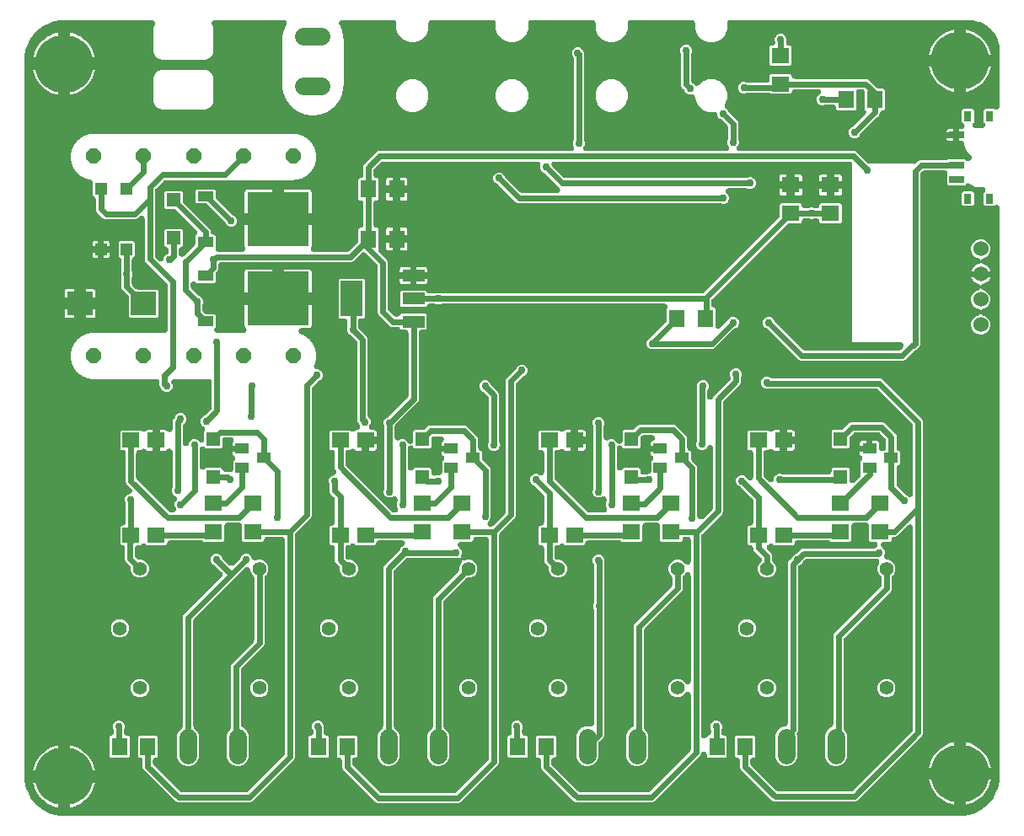
<source format=gbr>
G04 EAGLE Gerber RS-274X export*
G75*
%MOMM*%
%FSLAX34Y34*%
%LPD*%
%INBottom Copper*%
%IPPOS*%
%AMOC8*
5,1,8,0,0,1.08239X$1,22.5*%
G01*
%ADD10P,1.632244X8X22.500000*%
%ADD11R,1.200000X1.200000*%
%ADD12R,2.235200X1.219200*%
%ADD13R,2.200000X3.600000*%
%ADD14R,1.600000X1.803000*%
%ADD15R,1.803000X1.600000*%
%ADD16R,2.600000X2.400000*%
%ADD17R,6.200000X5.400000*%
%ADD18R,1.600000X1.000000*%
%ADD19R,1.400000X1.400000*%
%ADD20C,1.408000*%
%ADD21R,1.780000X1.550000*%
%ADD22R,1.400000X1.000000*%
%ADD23C,1.524000*%
%ADD24R,0.800000X1.000000*%
%ADD25R,1.500000X0.700000*%
%ADD26C,5.842000*%
%ADD27C,1.790700*%
%ADD28C,0.609600*%
%ADD29C,0.756400*%

G36*
X950105Y-9831D02*
X950105Y-9831D01*
X950171Y-9834D01*
X954290Y-9603D01*
X954779Y-9536D01*
X954790Y-9532D01*
X954797Y-9532D01*
X962830Y-7698D01*
X962831Y-7698D01*
X963300Y-7550D01*
X963405Y-7497D01*
X963474Y-7473D01*
X970897Y-3898D01*
X970898Y-3897D01*
X971322Y-3649D01*
X971413Y-3574D01*
X971474Y-3535D01*
X977916Y1602D01*
X977917Y1603D01*
X978275Y1939D01*
X978347Y2033D01*
X978398Y2084D01*
X983535Y8526D01*
X983536Y8526D01*
X983810Y8935D01*
X983860Y9042D01*
X983898Y9103D01*
X987473Y16526D01*
X987473Y16527D01*
X987473Y16528D01*
X987650Y16987D01*
X987674Y17102D01*
X987698Y17170D01*
X989532Y25203D01*
X989602Y25691D01*
X989602Y25702D01*
X989603Y25710D01*
X989834Y29829D01*
X989832Y29934D01*
X989839Y30000D01*
X989839Y601082D01*
X989836Y601120D01*
X989838Y601159D01*
X989816Y601365D01*
X989799Y601574D01*
X989790Y601611D01*
X989786Y601649D01*
X989731Y601850D01*
X989681Y602053D01*
X989666Y602088D01*
X989655Y602125D01*
X989568Y602315D01*
X989486Y602506D01*
X989466Y602538D01*
X989450Y602573D01*
X989333Y602747D01*
X989221Y602922D01*
X989196Y602951D01*
X989174Y602983D01*
X989031Y603135D01*
X988892Y603290D01*
X988863Y603314D01*
X988836Y603342D01*
X988671Y603469D01*
X988508Y603600D01*
X988475Y603619D01*
X988445Y603642D01*
X988261Y603741D01*
X988080Y603844D01*
X988044Y603857D01*
X988010Y603876D01*
X987813Y603943D01*
X987617Y604016D01*
X987580Y604023D01*
X987544Y604035D01*
X987338Y604070D01*
X987133Y604110D01*
X987095Y604112D01*
X987057Y604118D01*
X986848Y604119D01*
X986640Y604126D01*
X986602Y604121D01*
X986564Y604121D01*
X986358Y604089D01*
X986151Y604061D01*
X986114Y604050D01*
X986077Y604044D01*
X985879Y603979D01*
X985679Y603919D01*
X985644Y603902D01*
X985608Y603890D01*
X985423Y603794D01*
X985235Y603702D01*
X985204Y603680D01*
X985170Y603662D01*
X985097Y603604D01*
X984879Y603449D01*
X975151Y603449D01*
X973949Y604651D01*
X973949Y616349D01*
X974780Y617180D01*
X974872Y617288D01*
X974972Y617391D01*
X975031Y617476D01*
X975099Y617556D01*
X975173Y617678D01*
X975254Y617795D01*
X975300Y617889D01*
X975354Y617978D01*
X975407Y618111D01*
X975468Y618239D01*
X975498Y618339D01*
X975537Y618436D01*
X975568Y618576D01*
X975608Y618712D01*
X975621Y618816D01*
X975644Y618918D01*
X975652Y619061D01*
X975669Y619202D01*
X975665Y619306D01*
X975671Y619411D01*
X975656Y619552D01*
X975651Y619695D01*
X975630Y619797D01*
X975619Y619901D01*
X975581Y620038D01*
X975553Y620179D01*
X975516Y620276D01*
X975488Y620377D01*
X975429Y620506D01*
X975378Y620640D01*
X975326Y620731D01*
X975283Y620825D01*
X975203Y620943D01*
X975132Y621067D01*
X975065Y621148D01*
X975007Y621235D01*
X974910Y621338D01*
X974819Y621449D01*
X974741Y621518D01*
X974669Y621594D01*
X974556Y621681D01*
X974449Y621775D01*
X974361Y621831D01*
X974278Y621894D01*
X974152Y621962D01*
X974031Y622038D01*
X973935Y622078D01*
X973843Y622128D01*
X973708Y622174D01*
X973577Y622229D01*
X973475Y622254D01*
X973377Y622288D01*
X973236Y622311D01*
X973097Y622345D01*
X972993Y622353D01*
X972890Y622370D01*
X972747Y622371D01*
X972605Y622382D01*
X972501Y622373D01*
X972397Y622373D01*
X972256Y622351D01*
X972122Y622339D01*
X965854Y622339D01*
X965792Y622353D01*
X965687Y622359D01*
X965584Y622375D01*
X965442Y622373D01*
X965299Y622381D01*
X965195Y622370D01*
X965091Y622368D01*
X964950Y622344D01*
X964826Y622330D01*
X964788Y622392D01*
X964719Y622472D01*
X964659Y622557D01*
X964559Y622658D01*
X964466Y622766D01*
X964386Y622834D01*
X964312Y622908D01*
X964197Y622992D01*
X964088Y623083D01*
X964019Y623121D01*
X963914Y623198D01*
X963527Y623394D01*
X963491Y623413D01*
X960695Y624571D01*
X960238Y625028D01*
X960180Y625078D01*
X960128Y625133D01*
X959992Y625237D01*
X959862Y625348D01*
X959797Y625387D01*
X959736Y625434D01*
X959586Y625514D01*
X959440Y625603D01*
X959369Y625631D01*
X959302Y625667D01*
X959140Y625722D01*
X958982Y625786D01*
X958907Y625802D01*
X958835Y625827D01*
X958667Y625855D01*
X958500Y625892D01*
X958424Y625897D01*
X958349Y625909D01*
X958178Y625911D01*
X958007Y625920D01*
X957932Y625912D01*
X957855Y625912D01*
X957687Y625886D01*
X957517Y625868D01*
X957443Y625848D01*
X957368Y625836D01*
X957206Y625782D01*
X957041Y625737D01*
X956972Y625705D01*
X956899Y625682D01*
X956748Y625603D01*
X956593Y625532D01*
X956529Y625489D01*
X956462Y625454D01*
X956380Y625388D01*
X956183Y625256D01*
X956011Y625094D01*
X955929Y625028D01*
X954849Y623949D01*
X938151Y623949D01*
X936949Y625151D01*
X936949Y633874D01*
X936983Y633916D01*
X937119Y634075D01*
X937138Y634108D01*
X937162Y634138D01*
X937265Y634318D01*
X937373Y634498D01*
X937387Y634533D01*
X937406Y634566D01*
X937479Y634762D01*
X937556Y634956D01*
X937565Y634993D01*
X937578Y635029D01*
X937618Y635233D01*
X937663Y635437D01*
X937665Y635476D01*
X937672Y635513D01*
X937679Y635721D01*
X937691Y635930D01*
X937687Y635968D01*
X937688Y636006D01*
X937661Y636212D01*
X937639Y636421D01*
X937628Y636457D01*
X937623Y636495D01*
X937563Y636694D01*
X937508Y636896D01*
X937492Y636931D01*
X937481Y636968D01*
X937389Y637155D01*
X937302Y637345D01*
X937281Y637376D01*
X937264Y637411D01*
X937144Y637580D01*
X937027Y637754D01*
X937001Y637782D01*
X936979Y637813D01*
X936832Y637961D01*
X936689Y638114D01*
X936659Y638137D01*
X936632Y638164D01*
X936463Y638287D01*
X936298Y638414D01*
X936264Y638432D01*
X936233Y638454D01*
X936047Y638548D01*
X935863Y638647D01*
X935827Y638659D01*
X935793Y638677D01*
X935593Y638739D01*
X935396Y638807D01*
X935359Y638813D01*
X935322Y638825D01*
X935230Y638835D01*
X934910Y638890D01*
X934738Y638891D01*
X934644Y638901D01*
X914374Y638901D01*
X914260Y638892D01*
X914146Y638893D01*
X914015Y638872D01*
X913882Y638861D01*
X913772Y638834D01*
X913659Y638816D01*
X913533Y638775D01*
X913404Y638743D01*
X913299Y638698D01*
X913190Y638662D01*
X913072Y638600D01*
X912950Y638548D01*
X912854Y638487D01*
X912753Y638434D01*
X912679Y638375D01*
X912534Y638283D01*
X912292Y638067D01*
X912219Y638009D01*
X911039Y636829D01*
X910965Y636742D01*
X910884Y636661D01*
X910806Y636554D01*
X910720Y636453D01*
X910661Y636355D01*
X910594Y636263D01*
X910534Y636144D01*
X910465Y636030D01*
X910423Y635924D01*
X910371Y635822D01*
X910331Y635695D01*
X910282Y635572D01*
X910257Y635461D01*
X910223Y635352D01*
X910213Y635258D01*
X910175Y635090D01*
X910157Y634766D01*
X910147Y634674D01*
X910147Y463723D01*
X909370Y461849D01*
X906151Y458630D01*
X904474Y457935D01*
X904465Y457930D01*
X904456Y457927D01*
X904247Y457819D01*
X904035Y457710D01*
X904027Y457704D01*
X904018Y457700D01*
X903987Y457675D01*
X903638Y457417D01*
X903546Y457323D01*
X903485Y457274D01*
X896751Y450540D01*
X894888Y448678D01*
X893014Y447901D01*
X789986Y447901D01*
X788112Y448678D01*
X756897Y479893D01*
X756889Y479899D01*
X756883Y479906D01*
X756804Y479973D01*
X756747Y480031D01*
X756661Y480093D01*
X756521Y480212D01*
X756512Y480217D01*
X756505Y480223D01*
X756470Y480243D01*
X756386Y480294D01*
X756348Y480321D01*
X756299Y480346D01*
X756098Y480467D01*
X755977Y480515D01*
X755908Y480553D01*
X754696Y481055D01*
X753055Y482696D01*
X752167Y484840D01*
X752167Y487160D01*
X753055Y489304D01*
X754696Y490945D01*
X756840Y491833D01*
X759160Y491833D01*
X761304Y490945D01*
X762945Y489304D01*
X763447Y488092D01*
X763451Y488083D01*
X763454Y488074D01*
X763563Y487865D01*
X763672Y487653D01*
X763678Y487645D01*
X763682Y487637D01*
X763707Y487605D01*
X763965Y487256D01*
X764058Y487165D01*
X764107Y487103D01*
X792219Y458991D01*
X792306Y458917D01*
X792387Y458836D01*
X792494Y458758D01*
X792595Y458672D01*
X792693Y458613D01*
X792785Y458546D01*
X792904Y458486D01*
X793018Y458417D01*
X793124Y458375D01*
X793226Y458323D01*
X793353Y458283D01*
X793476Y458234D01*
X793587Y458209D01*
X793696Y458175D01*
X793790Y458165D01*
X793958Y458127D01*
X794282Y458109D01*
X794374Y458099D01*
X888626Y458099D01*
X888740Y458108D01*
X888854Y458107D01*
X888985Y458128D01*
X889118Y458139D01*
X889228Y458166D01*
X889341Y458184D01*
X889467Y458225D01*
X889596Y458257D01*
X889701Y458302D01*
X889810Y458338D01*
X889928Y458399D01*
X890050Y458452D01*
X890146Y458513D01*
X890247Y458566D01*
X890321Y458625D01*
X890466Y458717D01*
X890708Y458933D01*
X890781Y458991D01*
X892587Y460797D01*
X892611Y460826D01*
X892640Y460852D01*
X892771Y461014D01*
X892906Y461173D01*
X892926Y461206D01*
X892950Y461236D01*
X893053Y461417D01*
X893161Y461596D01*
X893175Y461631D01*
X893194Y461664D01*
X893266Y461860D01*
X893344Y462054D01*
X893352Y462091D01*
X893365Y462127D01*
X893405Y462331D01*
X893451Y462535D01*
X893453Y462574D01*
X893460Y462611D01*
X893466Y462819D01*
X893478Y463028D01*
X893474Y463066D01*
X893475Y463104D01*
X893448Y463311D01*
X893426Y463519D01*
X893416Y463555D01*
X893411Y463593D01*
X893350Y463794D01*
X893295Y463994D01*
X893279Y464029D01*
X893268Y464066D01*
X893177Y464253D01*
X893090Y464443D01*
X893068Y464474D01*
X893052Y464509D01*
X892931Y464679D01*
X892814Y464852D01*
X892788Y464880D01*
X892766Y464911D01*
X892619Y465059D01*
X892476Y465212D01*
X892446Y465235D01*
X892419Y465262D01*
X892251Y465385D01*
X892085Y465512D01*
X892051Y465530D01*
X892021Y465552D01*
X891834Y465646D01*
X891650Y465745D01*
X891614Y465757D01*
X891580Y465775D01*
X891380Y465838D01*
X891184Y465905D01*
X891146Y465911D01*
X891110Y465923D01*
X891017Y465933D01*
X890697Y465988D01*
X890525Y465989D01*
X890432Y465999D01*
X842000Y465999D01*
X841999Y466000D01*
X841999Y644854D01*
X841993Y644930D01*
X841995Y645006D01*
X841973Y645175D01*
X841959Y645346D01*
X841941Y645420D01*
X841931Y645495D01*
X841882Y645659D01*
X841841Y645825D01*
X841811Y645894D01*
X841789Y645968D01*
X841713Y646121D01*
X841646Y646278D01*
X841605Y646342D01*
X841572Y646411D01*
X841473Y646550D01*
X841381Y646694D01*
X841330Y646751D01*
X841286Y646813D01*
X841166Y646934D01*
X841052Y647062D01*
X840993Y647110D01*
X840939Y647164D01*
X840801Y647265D01*
X840668Y647372D01*
X840602Y647409D01*
X840541Y647454D01*
X840388Y647531D01*
X840240Y647616D01*
X840168Y647642D01*
X840100Y647677D01*
X839937Y647728D01*
X839777Y647787D01*
X839702Y647802D01*
X839630Y647825D01*
X839525Y647837D01*
X839293Y647882D01*
X839057Y647889D01*
X838952Y647901D01*
X542666Y647901D01*
X542628Y647898D01*
X542590Y647900D01*
X542382Y647878D01*
X542174Y647861D01*
X542137Y647852D01*
X542099Y647848D01*
X541898Y647793D01*
X541696Y647743D01*
X541661Y647728D01*
X541624Y647717D01*
X541434Y647630D01*
X541242Y647548D01*
X541210Y647528D01*
X541175Y647512D01*
X541002Y647395D01*
X540826Y647283D01*
X540798Y647258D01*
X540766Y647236D01*
X540614Y647093D01*
X540458Y646954D01*
X540434Y646925D01*
X540407Y646899D01*
X540279Y646733D01*
X540148Y646570D01*
X540129Y646537D01*
X540106Y646507D01*
X540008Y646323D01*
X539904Y646142D01*
X539891Y646106D01*
X539873Y646072D01*
X539805Y645875D01*
X539733Y645679D01*
X539725Y645642D01*
X539713Y645606D01*
X539678Y645399D01*
X539638Y645195D01*
X539637Y645157D01*
X539630Y645119D01*
X539629Y644910D01*
X539623Y644702D01*
X539628Y644664D01*
X539627Y644626D01*
X539660Y644419D01*
X539687Y644213D01*
X539698Y644176D01*
X539704Y644139D01*
X539769Y643940D01*
X539830Y643741D01*
X539846Y643706D01*
X539858Y643670D01*
X539955Y643485D01*
X540046Y643297D01*
X540068Y643266D01*
X540086Y643232D01*
X540144Y643160D01*
X540332Y642895D01*
X540453Y642773D01*
X540511Y642699D01*
X551219Y631991D01*
X551306Y631917D01*
X551387Y631836D01*
X551494Y631758D01*
X551595Y631672D01*
X551693Y631613D01*
X551785Y631546D01*
X551904Y631486D01*
X552018Y631417D01*
X552124Y631375D01*
X552226Y631323D01*
X552353Y631283D01*
X552476Y631234D01*
X552587Y631209D01*
X552696Y631175D01*
X552790Y631165D01*
X552958Y631127D01*
X553282Y631109D01*
X553374Y631099D01*
X735462Y631099D01*
X735471Y631100D01*
X735481Y631099D01*
X735717Y631119D01*
X735953Y631139D01*
X735963Y631141D01*
X735972Y631142D01*
X736011Y631153D01*
X736432Y631257D01*
X736552Y631309D01*
X736628Y631331D01*
X737840Y631833D01*
X740160Y631833D01*
X742304Y630945D01*
X743945Y629304D01*
X744833Y627160D01*
X744833Y624840D01*
X743945Y622696D01*
X742304Y621055D01*
X740160Y620167D01*
X737840Y620167D01*
X736628Y620669D01*
X736619Y620672D01*
X736610Y620677D01*
X736383Y620748D01*
X736158Y620821D01*
X736149Y620822D01*
X736139Y620825D01*
X736099Y620829D01*
X735670Y620894D01*
X735540Y620892D01*
X735462Y620901D01*
X717704Y620901D01*
X717666Y620898D01*
X717628Y620900D01*
X717420Y620878D01*
X717212Y620861D01*
X717175Y620852D01*
X717137Y620848D01*
X716936Y620793D01*
X716734Y620743D01*
X716699Y620728D01*
X716662Y620717D01*
X716472Y620630D01*
X716280Y620548D01*
X716248Y620528D01*
X716213Y620512D01*
X716040Y620395D01*
X715864Y620283D01*
X715836Y620258D01*
X715804Y620236D01*
X715652Y620093D01*
X715496Y619954D01*
X715472Y619925D01*
X715445Y619899D01*
X715317Y619733D01*
X715186Y619570D01*
X715168Y619537D01*
X715144Y619507D01*
X715045Y619323D01*
X714942Y619142D01*
X714929Y619106D01*
X714911Y619072D01*
X714843Y618875D01*
X714771Y618679D01*
X714763Y618642D01*
X714751Y618606D01*
X714716Y618399D01*
X714676Y618195D01*
X714675Y618157D01*
X714668Y618119D01*
X714667Y617910D01*
X714661Y617702D01*
X714666Y617664D01*
X714665Y617626D01*
X714698Y617418D01*
X714725Y617213D01*
X714736Y617176D01*
X714742Y617139D01*
X714807Y616940D01*
X714868Y616741D01*
X714884Y616706D01*
X714896Y616670D01*
X714993Y616485D01*
X715084Y616297D01*
X715107Y616266D01*
X715124Y616232D01*
X715182Y616160D01*
X715370Y615895D01*
X715491Y615773D01*
X715549Y615699D01*
X716945Y614304D01*
X717833Y612160D01*
X717833Y609840D01*
X716945Y607696D01*
X715304Y606055D01*
X713160Y605167D01*
X710840Y605167D01*
X709628Y605669D01*
X709619Y605672D01*
X709610Y605677D01*
X709383Y605748D01*
X709158Y605821D01*
X709149Y605822D01*
X709139Y605825D01*
X709099Y605829D01*
X708670Y605894D01*
X708540Y605892D01*
X708462Y605901D01*
X505986Y605901D01*
X504112Y606678D01*
X485897Y624893D01*
X485889Y624899D01*
X485883Y624906D01*
X485700Y625060D01*
X485521Y625212D01*
X485512Y625217D01*
X485505Y625223D01*
X485470Y625243D01*
X485098Y625467D01*
X484977Y625515D01*
X484908Y625553D01*
X483696Y626055D01*
X482055Y627696D01*
X481167Y629840D01*
X481167Y632160D01*
X482055Y634304D01*
X483696Y635945D01*
X485840Y636833D01*
X488160Y636833D01*
X490304Y635945D01*
X491945Y634304D01*
X492447Y633092D01*
X492451Y633083D01*
X492454Y633074D01*
X492563Y632865D01*
X492672Y632653D01*
X492678Y632645D01*
X492682Y632637D01*
X492707Y632605D01*
X492965Y632256D01*
X493058Y632165D01*
X493107Y632103D01*
X508219Y616991D01*
X508306Y616917D01*
X508387Y616836D01*
X508494Y616758D01*
X508595Y616672D01*
X508693Y616613D01*
X508785Y616546D01*
X508904Y616486D01*
X509018Y616417D01*
X509124Y616375D01*
X509226Y616323D01*
X509353Y616283D01*
X509476Y616234D01*
X509587Y616209D01*
X509696Y616175D01*
X509790Y616165D01*
X509958Y616127D01*
X510282Y616109D01*
X510374Y616099D01*
X545334Y616099D01*
X545372Y616102D01*
X545410Y616100D01*
X545618Y616122D01*
X545826Y616139D01*
X545863Y616148D01*
X545901Y616152D01*
X546102Y616207D01*
X546304Y616257D01*
X546339Y616272D01*
X546376Y616283D01*
X546566Y616370D01*
X546758Y616452D01*
X546790Y616472D01*
X546825Y616488D01*
X546998Y616605D01*
X547174Y616717D01*
X547202Y616742D01*
X547234Y616764D01*
X547386Y616907D01*
X547542Y617046D01*
X547566Y617075D01*
X547593Y617101D01*
X547721Y617267D01*
X547852Y617430D01*
X547871Y617463D01*
X547894Y617493D01*
X547992Y617677D01*
X548096Y617858D01*
X548109Y617894D01*
X548127Y617928D01*
X548195Y618125D01*
X548267Y618321D01*
X548275Y618358D01*
X548287Y618394D01*
X548322Y618601D01*
X548362Y618805D01*
X548363Y618843D01*
X548370Y618881D01*
X548371Y619090D01*
X548377Y619298D01*
X548372Y619336D01*
X548373Y619374D01*
X548340Y619581D01*
X548313Y619787D01*
X548302Y619824D01*
X548296Y619861D01*
X548231Y620060D01*
X548170Y620259D01*
X548154Y620294D01*
X548142Y620330D01*
X548045Y620515D01*
X547954Y620703D01*
X547932Y620734D01*
X547914Y620768D01*
X547856Y620840D01*
X547668Y621105D01*
X547547Y621227D01*
X547489Y621301D01*
X532897Y635893D01*
X532889Y635899D01*
X532883Y635906D01*
X532700Y636060D01*
X532521Y636212D01*
X532512Y636217D01*
X532505Y636223D01*
X532470Y636243D01*
X532098Y636467D01*
X531977Y636515D01*
X531908Y636553D01*
X530696Y637055D01*
X529055Y638696D01*
X528167Y640840D01*
X528167Y643160D01*
X528386Y643688D01*
X528441Y643860D01*
X528504Y644029D01*
X528517Y644094D01*
X528537Y644157D01*
X528564Y644336D01*
X528599Y644513D01*
X528601Y644579D01*
X528611Y644645D01*
X528608Y644826D01*
X528614Y645006D01*
X528605Y645072D01*
X528605Y645138D01*
X528573Y645316D01*
X528550Y645495D01*
X528530Y645559D01*
X528519Y645624D01*
X528459Y645795D01*
X528407Y645968D01*
X528378Y646027D01*
X528356Y646090D01*
X528270Y646249D01*
X528190Y646411D01*
X528152Y646465D01*
X528120Y646523D01*
X528009Y646666D01*
X527905Y646813D01*
X527858Y646860D01*
X527817Y646913D01*
X527685Y647036D01*
X527558Y647164D01*
X527504Y647203D01*
X527456Y647248D01*
X527305Y647348D01*
X527159Y647454D01*
X527100Y647484D01*
X527045Y647521D01*
X526880Y647595D01*
X526719Y647677D01*
X526655Y647697D01*
X526595Y647724D01*
X526421Y647771D01*
X526248Y647825D01*
X526196Y647831D01*
X526118Y647852D01*
X525627Y647901D01*
X525594Y647899D01*
X525571Y647901D01*
X370374Y647901D01*
X370260Y647892D01*
X370146Y647893D01*
X370015Y647872D01*
X369882Y647861D01*
X369772Y647834D01*
X369659Y647816D01*
X369533Y647775D01*
X369404Y647743D01*
X369299Y647698D01*
X369190Y647662D01*
X369072Y647600D01*
X368950Y647548D01*
X368854Y647487D01*
X368753Y647434D01*
X368679Y647375D01*
X368534Y647283D01*
X368292Y647067D01*
X368219Y647009D01*
X361771Y640561D01*
X361697Y640473D01*
X361616Y640393D01*
X361538Y640286D01*
X361452Y640185D01*
X361393Y640087D01*
X361326Y639995D01*
X361266Y639876D01*
X361197Y639762D01*
X361155Y639656D01*
X361103Y639554D01*
X361063Y639427D01*
X361014Y639304D01*
X360989Y639193D01*
X360955Y639084D01*
X360945Y638990D01*
X360907Y638822D01*
X360889Y638498D01*
X360879Y638406D01*
X360879Y634113D01*
X360885Y634037D01*
X360883Y633961D01*
X360905Y633792D01*
X360919Y633621D01*
X360937Y633547D01*
X360947Y633472D01*
X360996Y633308D01*
X361037Y633142D01*
X361067Y633073D01*
X361089Y632999D01*
X361165Y632846D01*
X361232Y632689D01*
X361273Y632625D01*
X361306Y632556D01*
X361405Y632417D01*
X361497Y632273D01*
X361548Y632216D01*
X361592Y632154D01*
X361712Y632033D01*
X361826Y631905D01*
X361885Y631857D01*
X361939Y631803D01*
X362077Y631702D01*
X362210Y631595D01*
X362276Y631558D01*
X362337Y631513D01*
X362490Y631436D01*
X362638Y631351D01*
X362710Y631325D01*
X362778Y631290D01*
X362941Y631239D01*
X363101Y631180D01*
X363176Y631165D01*
X363248Y631142D01*
X363353Y631130D01*
X363585Y631085D01*
X363821Y631078D01*
X363926Y631066D01*
X364629Y631066D01*
X365831Y629864D01*
X365831Y610136D01*
X364629Y608934D01*
X363926Y608934D01*
X363850Y608928D01*
X363774Y608930D01*
X363605Y608908D01*
X363434Y608894D01*
X363360Y608876D01*
X363285Y608866D01*
X363121Y608817D01*
X362955Y608776D01*
X362886Y608746D01*
X362812Y608724D01*
X362659Y608648D01*
X362502Y608581D01*
X362438Y608540D01*
X362369Y608507D01*
X362230Y608408D01*
X362086Y608316D01*
X362029Y608265D01*
X361967Y608221D01*
X361846Y608101D01*
X361718Y607987D01*
X361670Y607928D01*
X361616Y607874D01*
X361515Y607736D01*
X361408Y607603D01*
X361371Y607537D01*
X361326Y607476D01*
X361249Y607323D01*
X361164Y607175D01*
X361138Y607103D01*
X361103Y607035D01*
X361052Y606872D01*
X360993Y606712D01*
X360978Y606637D01*
X360955Y606565D01*
X360943Y606460D01*
X360898Y606228D01*
X360891Y605992D01*
X360879Y605887D01*
X360879Y584113D01*
X360885Y584037D01*
X360883Y583961D01*
X360905Y583792D01*
X360919Y583621D01*
X360937Y583547D01*
X360947Y583472D01*
X360996Y583308D01*
X361037Y583142D01*
X361067Y583073D01*
X361089Y582999D01*
X361165Y582846D01*
X361232Y582689D01*
X361273Y582625D01*
X361306Y582556D01*
X361405Y582417D01*
X361497Y582273D01*
X361548Y582216D01*
X361592Y582154D01*
X361712Y582033D01*
X361826Y581905D01*
X361885Y581857D01*
X361939Y581803D01*
X362077Y581702D01*
X362210Y581595D01*
X362276Y581558D01*
X362337Y581513D01*
X362490Y581436D01*
X362638Y581351D01*
X362710Y581325D01*
X362778Y581290D01*
X362941Y581239D01*
X363101Y581180D01*
X363176Y581165D01*
X363248Y581142D01*
X363353Y581130D01*
X363585Y581085D01*
X363821Y581078D01*
X363926Y581066D01*
X364629Y581066D01*
X365831Y579864D01*
X365831Y559572D01*
X365809Y559509D01*
X365781Y559341D01*
X365744Y559175D01*
X365740Y559098D01*
X365727Y559023D01*
X365726Y558852D01*
X365716Y558682D01*
X365724Y558606D01*
X365724Y558530D01*
X365750Y558361D01*
X365768Y558192D01*
X365788Y558118D01*
X365800Y558042D01*
X365854Y557880D01*
X365899Y557716D01*
X365931Y557646D01*
X365955Y557574D01*
X366033Y557422D01*
X366104Y557267D01*
X366147Y557204D01*
X366182Y557136D01*
X366248Y557054D01*
X366380Y556858D01*
X366542Y556685D01*
X366608Y556603D01*
X374322Y548888D01*
X375099Y547014D01*
X375099Y500374D01*
X375108Y500260D01*
X375107Y500146D01*
X375128Y500015D01*
X375139Y499882D01*
X375166Y499772D01*
X375184Y499659D01*
X375225Y499533D01*
X375257Y499404D01*
X375302Y499299D01*
X375338Y499190D01*
X375400Y499072D01*
X375452Y498950D01*
X375513Y498854D01*
X375566Y498753D01*
X375625Y498679D01*
X375717Y498534D01*
X375933Y498292D01*
X375991Y498219D01*
X381219Y492991D01*
X381306Y492917D01*
X381387Y492836D01*
X381494Y492758D01*
X381595Y492672D01*
X381693Y492613D01*
X381785Y492546D01*
X381904Y492486D01*
X382018Y492417D01*
X382124Y492375D01*
X382226Y492323D01*
X382353Y492283D01*
X382476Y492234D01*
X382587Y492209D01*
X382696Y492175D01*
X382790Y492165D01*
X382958Y492127D01*
X383282Y492109D01*
X383374Y492099D01*
X384766Y492099D01*
X384880Y492108D01*
X384994Y492107D01*
X385126Y492128D01*
X385258Y492139D01*
X385369Y492166D01*
X385482Y492184D01*
X385608Y492225D01*
X385737Y492257D01*
X385842Y492302D01*
X385950Y492338D01*
X386068Y492400D01*
X386190Y492452D01*
X386286Y492513D01*
X386388Y492566D01*
X386461Y492625D01*
X386606Y492717D01*
X386849Y492933D01*
X386921Y492991D01*
X388963Y495033D01*
X413013Y495033D01*
X414215Y493831D01*
X414215Y479941D01*
X413013Y478739D01*
X409134Y478739D01*
X409058Y478733D01*
X408982Y478735D01*
X408813Y478713D01*
X408642Y478699D01*
X408568Y478681D01*
X408493Y478671D01*
X408329Y478622D01*
X408163Y478581D01*
X408094Y478551D01*
X408020Y478529D01*
X407867Y478453D01*
X407710Y478386D01*
X407646Y478345D01*
X407577Y478312D01*
X407438Y478213D01*
X407294Y478121D01*
X407237Y478070D01*
X407175Y478026D01*
X407054Y477906D01*
X406926Y477792D01*
X406878Y477733D01*
X406824Y477679D01*
X406723Y477541D01*
X406616Y477408D01*
X406579Y477342D01*
X406534Y477281D01*
X406457Y477128D01*
X406372Y476980D01*
X406346Y476908D01*
X406311Y476840D01*
X406260Y476677D01*
X406201Y476517D01*
X406186Y476442D01*
X406163Y476370D01*
X406151Y476265D01*
X406106Y476033D01*
X406099Y475797D01*
X406087Y475692D01*
X406087Y407974D01*
X405310Y406100D01*
X403448Y404237D01*
X383107Y383897D01*
X383101Y383889D01*
X383094Y383883D01*
X382940Y383700D01*
X382788Y383521D01*
X382783Y383512D01*
X382777Y383505D01*
X382757Y383470D01*
X382533Y383098D01*
X382485Y382977D01*
X382447Y382908D01*
X382331Y382628D01*
X382328Y382618D01*
X382323Y382610D01*
X382252Y382383D01*
X382179Y382158D01*
X382178Y382149D01*
X382175Y382139D01*
X382171Y382099D01*
X382106Y381670D01*
X382108Y381540D01*
X382099Y381462D01*
X382099Y370601D01*
X382113Y370420D01*
X382120Y370241D01*
X382133Y370176D01*
X382139Y370109D01*
X382182Y369934D01*
X382218Y369757D01*
X382241Y369695D01*
X382257Y369630D01*
X382329Y369465D01*
X382392Y369296D01*
X382426Y369238D01*
X382452Y369177D01*
X382549Y369025D01*
X382639Y368869D01*
X382681Y368817D01*
X382717Y368761D01*
X382837Y368627D01*
X382952Y368487D01*
X383001Y368443D01*
X383046Y368393D01*
X383186Y368280D01*
X383321Y368160D01*
X383378Y368125D01*
X383430Y368083D01*
X383586Y367994D01*
X383739Y367898D01*
X383800Y367872D01*
X383858Y367839D01*
X384028Y367776D01*
X384194Y367706D01*
X384258Y367691D01*
X384321Y367668D01*
X384498Y367633D01*
X384673Y367591D01*
X384740Y367586D01*
X384805Y367573D01*
X384985Y367567D01*
X385165Y367554D01*
X385232Y367560D01*
X385298Y367558D01*
X385477Y367581D01*
X385657Y367597D01*
X385707Y367611D01*
X385787Y367622D01*
X386259Y367764D01*
X386290Y367779D01*
X386312Y367786D01*
X388840Y368833D01*
X391160Y368833D01*
X393304Y367945D01*
X394945Y366304D01*
X395087Y365961D01*
X395152Y365834D01*
X395208Y365703D01*
X395264Y365615D01*
X395312Y365522D01*
X395397Y365407D01*
X395473Y365287D01*
X395543Y365209D01*
X395605Y365125D01*
X395707Y365026D01*
X395802Y364919D01*
X395883Y364854D01*
X395958Y364781D01*
X396075Y364699D01*
X396186Y364609D01*
X396276Y364558D01*
X396362Y364498D01*
X396491Y364436D01*
X396614Y364365D01*
X396712Y364329D01*
X396806Y364284D01*
X396943Y364244D01*
X397077Y364194D01*
X397179Y364174D01*
X397280Y364144D01*
X397421Y364127D01*
X397561Y364099D01*
X397665Y364096D01*
X397769Y364083D01*
X397912Y364088D01*
X398054Y364084D01*
X398158Y364097D01*
X398262Y364101D01*
X398402Y364130D01*
X398543Y364148D01*
X398643Y364178D01*
X398746Y364199D01*
X398879Y364250D01*
X399016Y364291D01*
X399110Y364337D01*
X399207Y364374D01*
X399330Y364445D01*
X399459Y364508D01*
X399544Y364568D01*
X399634Y364620D01*
X399745Y364711D01*
X399861Y364793D01*
X399935Y364867D01*
X400016Y364933D01*
X400111Y365040D01*
X400212Y365140D01*
X400273Y365224D01*
X400343Y365303D01*
X400418Y365423D01*
X400502Y365539D01*
X400549Y365632D01*
X400605Y365720D01*
X400660Y365852D01*
X400725Y365979D01*
X400756Y366079D01*
X400797Y366175D01*
X400830Y366313D01*
X400873Y366450D01*
X400882Y366528D01*
X400912Y366655D01*
X400945Y367087D01*
X400949Y367127D01*
X400949Y376849D01*
X402151Y378051D01*
X410578Y378051D01*
X410692Y378060D01*
X410806Y378059D01*
X410937Y378080D01*
X411070Y378091D01*
X411180Y378118D01*
X411293Y378136D01*
X411419Y378177D01*
X411548Y378209D01*
X411653Y378254D01*
X411762Y378290D01*
X411880Y378352D01*
X412002Y378404D01*
X412098Y378465D01*
X412199Y378518D01*
X412273Y378577D01*
X412418Y378669D01*
X412660Y378885D01*
X412733Y378943D01*
X415112Y381322D01*
X416986Y382099D01*
X453014Y382099D01*
X454888Y381322D01*
X465322Y370888D01*
X466099Y369014D01*
X466099Y360098D01*
X466105Y360022D01*
X466103Y359946D01*
X466125Y359777D01*
X466139Y359606D01*
X466157Y359532D01*
X466167Y359457D01*
X466216Y359293D01*
X466257Y359127D01*
X466287Y359058D01*
X466309Y358984D01*
X466385Y358831D01*
X466452Y358674D01*
X466493Y358610D01*
X466526Y358541D01*
X466625Y358402D01*
X466717Y358258D01*
X466768Y358201D01*
X466812Y358139D01*
X466932Y358018D01*
X467046Y357890D01*
X467105Y357842D01*
X467159Y357788D01*
X467297Y357687D01*
X467430Y357580D01*
X467496Y357543D01*
X467557Y357498D01*
X467710Y357421D01*
X467858Y357336D01*
X467930Y357310D01*
X467998Y357275D01*
X468161Y357224D01*
X468321Y357165D01*
X468396Y357150D01*
X468468Y357127D01*
X468573Y357115D01*
X468805Y357070D01*
X468831Y357069D01*
X470051Y355849D01*
X470051Y349422D01*
X470060Y349308D01*
X470059Y349194D01*
X470080Y349063D01*
X470091Y348930D01*
X470118Y348820D01*
X470136Y348707D01*
X470177Y348581D01*
X470209Y348452D01*
X470254Y348347D01*
X470290Y348238D01*
X470352Y348120D01*
X470404Y347998D01*
X470465Y347902D01*
X470518Y347801D01*
X470577Y347727D01*
X470669Y347582D01*
X470885Y347340D01*
X470943Y347267D01*
X477322Y340888D01*
X478099Y339014D01*
X478099Y294538D01*
X478100Y294529D01*
X478099Y294519D01*
X478119Y294283D01*
X478139Y294047D01*
X478141Y294037D01*
X478142Y294028D01*
X478153Y293989D01*
X478257Y293568D01*
X478309Y293448D01*
X478331Y293372D01*
X478833Y292160D01*
X478833Y289840D01*
X477945Y287696D01*
X476329Y286081D01*
X476305Y286052D01*
X476276Y286026D01*
X476145Y285864D01*
X476010Y285705D01*
X475990Y285672D01*
X475966Y285642D01*
X475863Y285461D01*
X475755Y285282D01*
X475741Y285247D01*
X475722Y285214D01*
X475650Y285018D01*
X475572Y284824D01*
X475564Y284787D01*
X475551Y284751D01*
X475511Y284547D01*
X475465Y284343D01*
X475463Y284304D01*
X475456Y284267D01*
X475450Y284059D01*
X475438Y283850D01*
X475442Y283812D01*
X475441Y283774D01*
X475468Y283567D01*
X475490Y283359D01*
X475500Y283323D01*
X475505Y283285D01*
X475566Y283084D01*
X475621Y282884D01*
X475637Y282849D01*
X475648Y282812D01*
X475739Y282625D01*
X475826Y282435D01*
X475848Y282404D01*
X475864Y282369D01*
X475985Y282199D01*
X476102Y282026D01*
X476128Y281998D01*
X476150Y281967D01*
X476296Y281819D01*
X476440Y281666D01*
X476470Y281643D01*
X476497Y281616D01*
X476665Y281493D01*
X476831Y281366D01*
X476865Y281348D01*
X476895Y281326D01*
X477081Y281232D01*
X477266Y281133D01*
X477302Y281120D01*
X477336Y281103D01*
X477535Y281041D01*
X477732Y280973D01*
X477770Y280967D01*
X477806Y280955D01*
X477899Y280945D01*
X478219Y280890D01*
X478391Y280889D01*
X478484Y280879D01*
X478626Y280879D01*
X478740Y280888D01*
X478854Y280887D01*
X478985Y280908D01*
X479118Y280919D01*
X479228Y280946D01*
X479341Y280964D01*
X479467Y281005D01*
X479596Y281037D01*
X479701Y281082D01*
X479810Y281118D01*
X479928Y281180D01*
X480050Y281232D01*
X480146Y281293D01*
X480247Y281346D01*
X480321Y281405D01*
X480466Y281497D01*
X480708Y281713D01*
X480781Y281771D01*
X493009Y293999D01*
X493083Y294086D01*
X493164Y294167D01*
X493242Y294274D01*
X493328Y294375D01*
X493387Y294473D01*
X493454Y294565D01*
X493514Y294684D01*
X493583Y294798D01*
X493625Y294904D01*
X493677Y295006D01*
X493717Y295133D01*
X493766Y295256D01*
X493791Y295367D01*
X493825Y295476D01*
X493835Y295570D01*
X493873Y295738D01*
X493891Y296062D01*
X493901Y296154D01*
X493901Y361171D01*
X493890Y361313D01*
X493888Y361456D01*
X493870Y361559D01*
X493861Y361663D01*
X493827Y361801D01*
X493802Y361941D01*
X493768Y362040D01*
X493743Y362142D01*
X493686Y362272D01*
X493639Y362407D01*
X493589Y362499D01*
X493548Y362595D01*
X493471Y362715D01*
X493403Y362840D01*
X493339Y362923D01*
X493290Y363000D01*
X493295Y363004D01*
X493370Y363125D01*
X493454Y363240D01*
X493501Y363334D01*
X493557Y363422D01*
X493612Y363554D01*
X493677Y363681D01*
X493708Y363780D01*
X493749Y363877D01*
X493782Y364015D01*
X493825Y364151D01*
X493834Y364229D01*
X493864Y364356D01*
X493897Y364789D01*
X493901Y364829D01*
X493901Y428014D01*
X494678Y429888D01*
X496540Y431751D01*
X503893Y439103D01*
X503899Y439111D01*
X503906Y439117D01*
X504059Y439299D01*
X504212Y439479D01*
X504217Y439488D01*
X504223Y439495D01*
X504243Y439530D01*
X504467Y439902D01*
X504515Y440023D01*
X504553Y440092D01*
X505055Y441304D01*
X506696Y442945D01*
X508840Y443833D01*
X511160Y443833D01*
X513304Y442945D01*
X514945Y441304D01*
X515833Y439160D01*
X515833Y436840D01*
X514945Y434696D01*
X513304Y433055D01*
X512092Y432553D01*
X512083Y432549D01*
X512074Y432546D01*
X511865Y432437D01*
X511653Y432328D01*
X511645Y432322D01*
X511637Y432318D01*
X511605Y432293D01*
X511256Y432035D01*
X511165Y431942D01*
X511103Y431893D01*
X504991Y425781D01*
X504917Y425693D01*
X504836Y425613D01*
X504758Y425506D01*
X504672Y425405D01*
X504613Y425307D01*
X504546Y425215D01*
X504486Y425096D01*
X504417Y424982D01*
X504375Y424876D01*
X504323Y424774D01*
X504283Y424647D01*
X504234Y424524D01*
X504209Y424413D01*
X504175Y424304D01*
X504165Y424210D01*
X504127Y424042D01*
X504109Y423718D01*
X504099Y423626D01*
X504099Y291766D01*
X503322Y289892D01*
X487991Y274561D01*
X487917Y274474D01*
X487836Y274393D01*
X487758Y274286D01*
X487672Y274185D01*
X487613Y274087D01*
X487546Y273995D01*
X487486Y273876D01*
X487417Y273762D01*
X487375Y273656D01*
X487323Y273554D01*
X487283Y273427D01*
X487234Y273304D01*
X487209Y273193D01*
X487175Y273084D01*
X487165Y272990D01*
X487127Y272822D01*
X487109Y272498D01*
X487099Y272406D01*
X487099Y43986D01*
X486322Y42112D01*
X447888Y3678D01*
X446014Y2901D01*
X365206Y2901D01*
X363332Y3678D01*
X329898Y37112D01*
X329121Y38986D01*
X329121Y45887D01*
X329115Y45963D01*
X329117Y46039D01*
X329095Y46208D01*
X329081Y46379D01*
X329063Y46453D01*
X329053Y46528D01*
X329004Y46692D01*
X328963Y46858D01*
X328933Y46927D01*
X328911Y47001D01*
X328835Y47154D01*
X328768Y47311D01*
X328727Y47375D01*
X328694Y47444D01*
X328595Y47583D01*
X328503Y47727D01*
X328452Y47784D01*
X328408Y47846D01*
X328288Y47967D01*
X328174Y48095D01*
X328115Y48143D01*
X328061Y48197D01*
X327923Y48298D01*
X327790Y48405D01*
X327724Y48442D01*
X327663Y48487D01*
X327510Y48564D01*
X327362Y48649D01*
X327290Y48675D01*
X327222Y48710D01*
X327059Y48761D01*
X326899Y48820D01*
X326824Y48835D01*
X326752Y48858D01*
X326647Y48870D01*
X326415Y48915D01*
X326179Y48922D01*
X326074Y48934D01*
X325371Y48934D01*
X324169Y50136D01*
X324169Y69864D01*
X325371Y71066D01*
X343069Y71066D01*
X344271Y69864D01*
X344271Y50136D01*
X343069Y48934D01*
X342366Y48934D01*
X342290Y48928D01*
X342214Y48930D01*
X342045Y48908D01*
X341874Y48894D01*
X341800Y48876D01*
X341725Y48866D01*
X341561Y48817D01*
X341395Y48776D01*
X341326Y48746D01*
X341252Y48724D01*
X341099Y48648D01*
X340942Y48581D01*
X340878Y48540D01*
X340809Y48507D01*
X340670Y48408D01*
X340526Y48316D01*
X340469Y48265D01*
X340407Y48221D01*
X340286Y48101D01*
X340158Y47987D01*
X340110Y47928D01*
X340056Y47874D01*
X339955Y47736D01*
X339848Y47603D01*
X339811Y47537D01*
X339766Y47476D01*
X339689Y47323D01*
X339604Y47175D01*
X339578Y47103D01*
X339543Y47035D01*
X339492Y46872D01*
X339433Y46712D01*
X339418Y46637D01*
X339395Y46565D01*
X339383Y46460D01*
X339338Y46228D01*
X339331Y45992D01*
X339319Y45887D01*
X339319Y43374D01*
X339328Y43260D01*
X339327Y43146D01*
X339348Y43015D01*
X339359Y42882D01*
X339386Y42772D01*
X339404Y42659D01*
X339445Y42533D01*
X339477Y42404D01*
X339522Y42299D01*
X339558Y42190D01*
X339620Y42072D01*
X339672Y41950D01*
X339733Y41854D01*
X339786Y41753D01*
X339845Y41679D01*
X339937Y41534D01*
X340153Y41292D01*
X340211Y41219D01*
X367439Y13991D01*
X367526Y13917D01*
X367607Y13836D01*
X367714Y13758D01*
X367815Y13672D01*
X367913Y13613D01*
X368005Y13546D01*
X368124Y13486D01*
X368238Y13417D01*
X368344Y13375D01*
X368446Y13323D01*
X368573Y13283D01*
X368696Y13234D01*
X368807Y13209D01*
X368916Y13175D01*
X369010Y13165D01*
X369178Y13127D01*
X369502Y13109D01*
X369594Y13099D01*
X441626Y13099D01*
X441740Y13108D01*
X441854Y13107D01*
X441985Y13128D01*
X442118Y13139D01*
X442228Y13166D01*
X442341Y13184D01*
X442467Y13225D01*
X442596Y13257D01*
X442701Y13302D01*
X442810Y13338D01*
X442928Y13400D01*
X443050Y13452D01*
X443146Y13513D01*
X443247Y13566D01*
X443321Y13625D01*
X443466Y13717D01*
X443708Y13933D01*
X443781Y13991D01*
X476009Y46219D01*
X476083Y46306D01*
X476164Y46387D01*
X476242Y46494D01*
X476328Y46595D01*
X476387Y46693D01*
X476454Y46785D01*
X476514Y46904D01*
X476583Y47018D01*
X476625Y47124D01*
X476677Y47226D01*
X476717Y47353D01*
X476766Y47476D01*
X476791Y47587D01*
X476825Y47696D01*
X476835Y47790D01*
X476873Y47958D01*
X476891Y48282D01*
X476901Y48374D01*
X476901Y267634D01*
X476895Y267710D01*
X476897Y267786D01*
X476875Y267955D01*
X476861Y268126D01*
X476843Y268200D01*
X476833Y268275D01*
X476784Y268439D01*
X476743Y268605D01*
X476713Y268674D01*
X476691Y268748D01*
X476615Y268901D01*
X476548Y269058D01*
X476507Y269122D01*
X476474Y269191D01*
X476375Y269330D01*
X476283Y269474D01*
X476232Y269531D01*
X476188Y269593D01*
X476068Y269714D01*
X475954Y269842D01*
X475895Y269890D01*
X475841Y269944D01*
X475703Y270045D01*
X475570Y270152D01*
X475504Y270189D01*
X475443Y270234D01*
X475290Y270311D01*
X475142Y270396D01*
X475070Y270422D01*
X475002Y270457D01*
X474839Y270508D01*
X474679Y270567D01*
X474604Y270582D01*
X474532Y270605D01*
X474427Y270617D01*
X474195Y270662D01*
X473959Y270669D01*
X473854Y270681D01*
X464113Y270681D01*
X464037Y270675D01*
X463961Y270677D01*
X463792Y270655D01*
X463621Y270641D01*
X463547Y270623D01*
X463472Y270613D01*
X463308Y270564D01*
X463142Y270523D01*
X463073Y270493D01*
X462999Y270471D01*
X462846Y270395D01*
X462689Y270328D01*
X462625Y270287D01*
X462556Y270254D01*
X462417Y270155D01*
X462273Y270063D01*
X462216Y270012D01*
X462154Y269968D01*
X462033Y269848D01*
X461905Y269734D01*
X461857Y269675D01*
X461803Y269621D01*
X461702Y269483D01*
X461595Y269350D01*
X461558Y269284D01*
X461513Y269223D01*
X461436Y269070D01*
X461351Y268922D01*
X461325Y268850D01*
X461290Y268782D01*
X461239Y268619D01*
X461180Y268459D01*
X461165Y268384D01*
X461142Y268312D01*
X461130Y268207D01*
X461085Y267975D01*
X461078Y267739D01*
X461066Y267634D01*
X461066Y266931D01*
X459864Y265729D01*
X448658Y265729D01*
X448516Y265718D01*
X448374Y265716D01*
X448271Y265698D01*
X448167Y265689D01*
X448028Y265655D01*
X447888Y265630D01*
X447789Y265596D01*
X447688Y265571D01*
X447557Y265514D01*
X447422Y265467D01*
X447331Y265417D01*
X447235Y265376D01*
X447114Y265300D01*
X446989Y265231D01*
X446907Y265167D01*
X446818Y265111D01*
X446712Y265016D01*
X446600Y264929D01*
X446529Y264852D01*
X446451Y264782D01*
X446361Y264671D01*
X446264Y264567D01*
X446206Y264480D01*
X446141Y264398D01*
X446070Y264275D01*
X445991Y264156D01*
X445948Y264061D01*
X445897Y263970D01*
X445847Y263836D01*
X445788Y263706D01*
X445761Y263605D01*
X445725Y263507D01*
X445698Y263367D01*
X445661Y263230D01*
X445650Y263125D01*
X445630Y263023D01*
X445626Y262881D01*
X445612Y262739D01*
X445618Y262634D01*
X445615Y262530D01*
X445634Y262389D01*
X445643Y262246D01*
X445666Y262144D01*
X445679Y262041D01*
X445721Y261904D01*
X445752Y261765D01*
X445792Y261669D01*
X445822Y261569D01*
X445885Y261440D01*
X445938Y261308D01*
X445993Y261219D01*
X446039Y261125D01*
X446121Y261009D01*
X446196Y260888D01*
X446264Y260808D01*
X446324Y260723D01*
X446424Y260622D01*
X446517Y260514D01*
X446598Y260446D01*
X446671Y260372D01*
X446786Y260288D01*
X446895Y260197D01*
X446964Y260159D01*
X447070Y260082D01*
X447266Y259983D01*
X448945Y258304D01*
X449833Y256160D01*
X449833Y253840D01*
X448750Y251226D01*
X448738Y251190D01*
X448722Y251155D01*
X448663Y250955D01*
X448599Y250756D01*
X448593Y250719D01*
X448582Y250682D01*
X448556Y250475D01*
X448525Y250268D01*
X448526Y250230D01*
X448521Y250192D01*
X448529Y249984D01*
X448531Y249775D01*
X448538Y249738D01*
X448539Y249699D01*
X448581Y249495D01*
X448617Y249289D01*
X448630Y249253D01*
X448637Y249216D01*
X448711Y249021D01*
X448780Y248824D01*
X448798Y248790D01*
X448812Y248754D01*
X448916Y248574D01*
X449016Y248390D01*
X449039Y248360D01*
X449058Y248327D01*
X449190Y248166D01*
X449319Y248001D01*
X449347Y247975D01*
X449371Y247945D01*
X449527Y247807D01*
X449680Y247665D01*
X449712Y247644D01*
X449741Y247619D01*
X449918Y247508D01*
X450091Y247393D01*
X450126Y247377D01*
X450158Y247357D01*
X450351Y247275D01*
X450541Y247190D01*
X450578Y247180D01*
X450613Y247165D01*
X450816Y247116D01*
X451018Y247062D01*
X451056Y247058D01*
X451093Y247049D01*
X451301Y247034D01*
X451508Y247013D01*
X451547Y247015D01*
X451585Y247013D01*
X451792Y247031D01*
X452001Y247044D01*
X452038Y247052D01*
X452076Y247056D01*
X452165Y247081D01*
X452482Y247154D01*
X452641Y247218D01*
X452731Y247244D01*
X454292Y247891D01*
X457908Y247891D01*
X461250Y246507D01*
X463807Y243950D01*
X465191Y240608D01*
X465191Y236992D01*
X463807Y233650D01*
X461250Y231093D01*
X457908Y229709D01*
X455482Y229709D01*
X455368Y229700D01*
X455254Y229701D01*
X455123Y229680D01*
X454990Y229669D01*
X454880Y229642D01*
X454767Y229624D01*
X454641Y229583D01*
X454512Y229551D01*
X454407Y229506D01*
X454298Y229470D01*
X454180Y229408D01*
X454058Y229356D01*
X453962Y229295D01*
X453861Y229242D01*
X453787Y229183D01*
X453642Y229091D01*
X453400Y228875D01*
X453327Y228817D01*
X431769Y207259D01*
X431695Y207172D01*
X431614Y207091D01*
X431536Y206984D01*
X431450Y206883D01*
X431391Y206785D01*
X431324Y206693D01*
X431264Y206574D01*
X431195Y206460D01*
X431153Y206354D01*
X431101Y206252D01*
X431061Y206125D01*
X431012Y206002D01*
X430988Y205891D01*
X430953Y205782D01*
X430943Y205688D01*
X430905Y205520D01*
X430887Y205196D01*
X430877Y205104D01*
X430877Y80997D01*
X430886Y80883D01*
X430885Y80769D01*
X430906Y80637D01*
X430917Y80505D01*
X430944Y80394D01*
X430962Y80281D01*
X431004Y80155D01*
X431036Y80026D01*
X431081Y79921D01*
X431116Y79813D01*
X431178Y79695D01*
X431230Y79573D01*
X431291Y79476D01*
X431344Y79375D01*
X431403Y79301D01*
X431495Y79157D01*
X431712Y78914D01*
X431769Y78842D01*
X435107Y75504D01*
X436782Y71460D01*
X436782Y49175D01*
X435107Y45130D01*
X432012Y42035D01*
X427967Y40359D01*
X423589Y40359D01*
X419545Y42035D01*
X416449Y45130D01*
X414774Y49175D01*
X414774Y71460D01*
X416449Y75504D01*
X419787Y78842D01*
X419861Y78929D01*
X419942Y79009D01*
X420020Y79116D01*
X420106Y79218D01*
X420165Y79316D01*
X420232Y79408D01*
X420292Y79526D01*
X420361Y79640D01*
X420403Y79747D01*
X420455Y79848D01*
X420495Y79975D01*
X420544Y80098D01*
X420569Y80210D01*
X420603Y80319D01*
X420614Y80412D01*
X420651Y80580D01*
X420669Y80904D01*
X420679Y80997D01*
X420679Y209492D01*
X421456Y211366D01*
X446117Y236027D01*
X446191Y236114D01*
X446272Y236195D01*
X446350Y236302D01*
X446436Y236403D01*
X446495Y236501D01*
X446562Y236593D01*
X446622Y236712D01*
X446691Y236826D01*
X446733Y236932D01*
X446785Y237034D01*
X446825Y237161D01*
X446874Y237284D01*
X446899Y237395D01*
X446933Y237504D01*
X446943Y237598D01*
X446981Y237766D01*
X446999Y238090D01*
X447009Y238182D01*
X447009Y240608D01*
X448393Y243949D01*
X448754Y244310D01*
X448846Y244419D01*
X448946Y244521D01*
X449006Y244607D01*
X449074Y244686D01*
X449147Y244808D01*
X449229Y244925D01*
X449274Y245019D01*
X449328Y245109D01*
X449381Y245241D01*
X449443Y245370D01*
X449472Y245470D01*
X449511Y245567D01*
X449542Y245706D01*
X449582Y245843D01*
X449595Y245946D01*
X449618Y246049D01*
X449626Y246191D01*
X449644Y246332D01*
X449640Y246437D01*
X449646Y246541D01*
X449631Y246683D01*
X449625Y246825D01*
X449605Y246928D01*
X449594Y247032D01*
X449556Y247169D01*
X449528Y247309D01*
X449491Y247407D01*
X449463Y247507D01*
X449403Y247637D01*
X449353Y247770D01*
X449301Y247861D01*
X449257Y247956D01*
X449177Y248074D01*
X449106Y248198D01*
X449040Y248278D01*
X448982Y248365D01*
X448884Y248469D01*
X448794Y248579D01*
X448716Y248648D01*
X448644Y248725D01*
X448531Y248812D01*
X448424Y248906D01*
X448336Y248961D01*
X448253Y249025D01*
X448127Y249092D01*
X448006Y249168D01*
X447910Y249209D01*
X447818Y249258D01*
X447683Y249304D01*
X447552Y249360D01*
X447450Y249384D01*
X447351Y249418D01*
X447211Y249442D01*
X447072Y249475D01*
X446968Y249483D01*
X446865Y249501D01*
X446722Y249502D01*
X446580Y249512D01*
X446476Y249503D01*
X446372Y249504D01*
X446231Y249482D01*
X446089Y249469D01*
X446013Y249447D01*
X445884Y249427D01*
X445472Y249291D01*
X445433Y249280D01*
X445160Y249167D01*
X442840Y249167D01*
X441628Y249669D01*
X441619Y249672D01*
X441610Y249677D01*
X441382Y249749D01*
X441158Y249821D01*
X441149Y249822D01*
X441139Y249825D01*
X441099Y249829D01*
X440670Y249894D01*
X440540Y249892D01*
X440462Y249901D01*
X395374Y249901D01*
X395260Y249892D01*
X395146Y249893D01*
X395015Y249872D01*
X394882Y249861D01*
X394772Y249834D01*
X394659Y249816D01*
X394533Y249775D01*
X394404Y249743D01*
X394299Y249698D01*
X394190Y249662D01*
X394072Y249600D01*
X393950Y249548D01*
X393854Y249487D01*
X393753Y249434D01*
X393679Y249375D01*
X393534Y249283D01*
X393292Y249067D01*
X393219Y249009D01*
X381769Y237559D01*
X381695Y237472D01*
X381614Y237391D01*
X381536Y237284D01*
X381450Y237183D01*
X381391Y237085D01*
X381324Y236993D01*
X381264Y236874D01*
X381195Y236760D01*
X381153Y236654D01*
X381101Y236552D01*
X381061Y236425D01*
X381012Y236302D01*
X380988Y236191D01*
X380953Y236082D01*
X380943Y235988D01*
X380905Y235820D01*
X380887Y235496D01*
X380877Y235404D01*
X380877Y80997D01*
X380886Y80883D01*
X380885Y80769D01*
X380906Y80637D01*
X380917Y80505D01*
X380944Y80394D01*
X380962Y80281D01*
X381004Y80155D01*
X381036Y80026D01*
X381081Y79921D01*
X381116Y79813D01*
X381178Y79695D01*
X381230Y79573D01*
X381291Y79476D01*
X381344Y79375D01*
X381403Y79301D01*
X381495Y79157D01*
X381712Y78914D01*
X381769Y78842D01*
X385107Y75504D01*
X386782Y71460D01*
X386782Y49175D01*
X385107Y45130D01*
X382012Y42035D01*
X377967Y40359D01*
X373589Y40359D01*
X369545Y42035D01*
X366449Y45130D01*
X364774Y49175D01*
X364774Y71460D01*
X366449Y75504D01*
X369787Y78842D01*
X369861Y78929D01*
X369942Y79009D01*
X370020Y79116D01*
X370106Y79218D01*
X370165Y79316D01*
X370232Y79408D01*
X370292Y79526D01*
X370361Y79640D01*
X370403Y79747D01*
X370455Y79848D01*
X370495Y79975D01*
X370544Y80098D01*
X370569Y80210D01*
X370603Y80319D01*
X370614Y80412D01*
X370651Y80580D01*
X370669Y80904D01*
X370679Y80997D01*
X370679Y239792D01*
X371456Y241666D01*
X386893Y257103D01*
X386899Y257111D01*
X386906Y257117D01*
X387057Y257297D01*
X387212Y257479D01*
X387217Y257488D01*
X387223Y257495D01*
X387242Y257530D01*
X387467Y257902D01*
X387515Y258023D01*
X387553Y258092D01*
X388055Y259304D01*
X389696Y260945D01*
X390647Y261339D01*
X390774Y261404D01*
X390905Y261460D01*
X390993Y261516D01*
X391086Y261564D01*
X391201Y261648D01*
X391321Y261725D01*
X391399Y261795D01*
X391483Y261857D01*
X391583Y261959D01*
X391689Y262054D01*
X391755Y262135D01*
X391828Y262210D01*
X391909Y262327D01*
X391999Y262438D01*
X392051Y262528D01*
X392111Y262614D01*
X392172Y262742D01*
X392243Y262866D01*
X392279Y262964D01*
X392325Y263059D01*
X392365Y263195D01*
X392414Y263329D01*
X392435Y263431D01*
X392464Y263532D01*
X392482Y263673D01*
X392509Y263813D01*
X392512Y263917D01*
X392525Y264021D01*
X392520Y264164D01*
X392524Y264306D01*
X392511Y264410D01*
X392507Y264514D01*
X392479Y264654D01*
X392460Y264795D01*
X392430Y264895D01*
X392409Y264998D01*
X392359Y265131D01*
X392318Y265268D01*
X392272Y265361D01*
X392235Y265459D01*
X392163Y265583D01*
X392101Y265711D01*
X392040Y265796D01*
X391988Y265886D01*
X391898Y265997D01*
X391815Y266113D01*
X391742Y266187D01*
X391676Y266268D01*
X391569Y266363D01*
X391469Y266464D01*
X391384Y266525D01*
X391306Y266595D01*
X391185Y266670D01*
X391070Y266754D01*
X390976Y266801D01*
X390888Y266857D01*
X390757Y266912D01*
X390629Y266977D01*
X390530Y267008D01*
X390433Y267049D01*
X390295Y267082D01*
X390159Y267125D01*
X390081Y267134D01*
X389954Y267164D01*
X389521Y267197D01*
X389481Y267201D01*
X366698Y267201D01*
X366622Y267195D01*
X366546Y267197D01*
X366377Y267175D01*
X366206Y267161D01*
X366132Y267143D01*
X366057Y267133D01*
X365893Y267084D01*
X365727Y267043D01*
X365658Y267013D01*
X365584Y266991D01*
X365431Y266915D01*
X365274Y266848D01*
X365210Y266807D01*
X365141Y266774D01*
X365002Y266675D01*
X364858Y266583D01*
X364801Y266532D01*
X364739Y266488D01*
X364618Y266368D01*
X364490Y266254D01*
X364442Y266195D01*
X364388Y266141D01*
X364287Y266003D01*
X364180Y265870D01*
X364143Y265804D01*
X364098Y265743D01*
X364021Y265590D01*
X363936Y265442D01*
X363910Y265370D01*
X363875Y265302D01*
X363824Y265139D01*
X363765Y264979D01*
X363750Y264904D01*
X363727Y264832D01*
X363715Y264727D01*
X363670Y264495D01*
X363663Y264259D01*
X363651Y264154D01*
X363651Y263701D01*
X362449Y262499D01*
X342951Y262499D01*
X342155Y263295D01*
X342097Y263344D01*
X342045Y263400D01*
X341909Y263504D01*
X341779Y263615D01*
X341713Y263654D01*
X341653Y263700D01*
X341503Y263781D01*
X341356Y263869D01*
X341286Y263897D01*
X341218Y263933D01*
X341057Y263989D01*
X340898Y264052D01*
X340824Y264069D01*
X340752Y264093D01*
X340583Y264122D01*
X340417Y264159D01*
X340340Y264163D01*
X340265Y264176D01*
X340095Y264177D01*
X339924Y264187D01*
X339848Y264179D01*
X339772Y264179D01*
X339603Y264153D01*
X339433Y264134D01*
X339360Y264114D01*
X339285Y264102D01*
X339122Y264049D01*
X338958Y264004D01*
X338889Y263972D01*
X338816Y263948D01*
X338664Y263869D01*
X338509Y263798D01*
X338446Y263756D01*
X338378Y263720D01*
X338296Y263655D01*
X338100Y263523D01*
X337928Y263361D01*
X337845Y263295D01*
X337049Y262499D01*
X335446Y262499D01*
X335370Y262493D01*
X335294Y262495D01*
X335125Y262473D01*
X334954Y262459D01*
X334880Y262441D01*
X334805Y262431D01*
X334641Y262382D01*
X334475Y262341D01*
X334406Y262311D01*
X334332Y262289D01*
X334179Y262213D01*
X334022Y262146D01*
X333958Y262105D01*
X333889Y262072D01*
X333750Y261973D01*
X333606Y261881D01*
X333549Y261830D01*
X333487Y261786D01*
X333366Y261666D01*
X333238Y261552D01*
X333190Y261493D01*
X333136Y261439D01*
X333035Y261301D01*
X332928Y261168D01*
X332891Y261102D01*
X332846Y261041D01*
X332769Y260888D01*
X332684Y260740D01*
X332658Y260668D01*
X332623Y260600D01*
X332572Y260437D01*
X332513Y260277D01*
X332498Y260202D01*
X332475Y260130D01*
X332463Y260025D01*
X332418Y259793D01*
X332411Y259557D01*
X332399Y259452D01*
X332399Y250974D01*
X332408Y250860D01*
X332407Y250746D01*
X332428Y250615D01*
X332439Y250482D01*
X332466Y250372D01*
X332484Y250259D01*
X332525Y250132D01*
X332557Y250004D01*
X332602Y249899D01*
X332638Y249790D01*
X332700Y249672D01*
X332752Y249550D01*
X332813Y249454D01*
X332866Y249353D01*
X332925Y249279D01*
X333017Y249134D01*
X333119Y249020D01*
X333148Y248979D01*
X333228Y248898D01*
X333233Y248892D01*
X333291Y248819D01*
X333327Y248783D01*
X333340Y248772D01*
X333346Y248766D01*
X333380Y248739D01*
X333414Y248709D01*
X333495Y248628D01*
X333602Y248550D01*
X333703Y248464D01*
X333801Y248405D01*
X333893Y248338D01*
X334012Y248278D01*
X334126Y248209D01*
X334232Y248167D01*
X334334Y248115D01*
X334461Y248075D01*
X334584Y248026D01*
X334695Y248001D01*
X334804Y247967D01*
X334898Y247957D01*
X335066Y247919D01*
X335390Y247901D01*
X335482Y247891D01*
X337908Y247891D01*
X341250Y246507D01*
X343807Y243950D01*
X345191Y240608D01*
X345191Y236992D01*
X343807Y233650D01*
X341250Y231093D01*
X337908Y229709D01*
X334292Y229709D01*
X330950Y231093D01*
X328393Y233650D01*
X327009Y236992D01*
X327009Y239418D01*
X327000Y239532D01*
X327001Y239646D01*
X326980Y239777D01*
X326969Y239910D01*
X326942Y240020D01*
X326924Y240133D01*
X326883Y240259D01*
X326851Y240388D01*
X326806Y240493D01*
X326770Y240602D01*
X326708Y240720D01*
X326656Y240842D01*
X326595Y240938D01*
X326542Y241039D01*
X326483Y241113D01*
X326391Y241258D01*
X326175Y241500D01*
X326117Y241573D01*
X322978Y244712D01*
X322201Y246586D01*
X322201Y259452D01*
X322195Y259528D01*
X322197Y259604D01*
X322175Y259773D01*
X322161Y259944D01*
X322143Y260018D01*
X322133Y260093D01*
X322084Y260257D01*
X322043Y260423D01*
X322013Y260492D01*
X321991Y260566D01*
X321915Y260719D01*
X321848Y260876D01*
X321807Y260940D01*
X321774Y261009D01*
X321675Y261148D01*
X321583Y261292D01*
X321532Y261349D01*
X321488Y261411D01*
X321368Y261532D01*
X321254Y261660D01*
X321195Y261708D01*
X321141Y261762D01*
X321003Y261863D01*
X320870Y261970D01*
X320804Y262007D01*
X320743Y262052D01*
X320590Y262129D01*
X320442Y262214D01*
X320370Y262240D01*
X320302Y262275D01*
X320139Y262326D01*
X319979Y262385D01*
X319904Y262400D01*
X319832Y262423D01*
X319727Y262435D01*
X319495Y262480D01*
X319259Y262487D01*
X319154Y262499D01*
X317551Y262499D01*
X316349Y263701D01*
X316349Y280899D01*
X317551Y282101D01*
X319154Y282101D01*
X319230Y282107D01*
X319306Y282105D01*
X319475Y282127D01*
X319646Y282141D01*
X319720Y282159D01*
X319795Y282169D01*
X319959Y282218D01*
X320125Y282259D01*
X320194Y282289D01*
X320268Y282311D01*
X320421Y282387D01*
X320578Y282454D01*
X320642Y282495D01*
X320711Y282528D01*
X320850Y282627D01*
X320994Y282719D01*
X321051Y282770D01*
X321113Y282814D01*
X321234Y282934D01*
X321362Y283048D01*
X321410Y283107D01*
X321464Y283161D01*
X321565Y283299D01*
X321672Y283432D01*
X321709Y283498D01*
X321754Y283559D01*
X321831Y283712D01*
X321916Y283860D01*
X321942Y283932D01*
X321977Y284000D01*
X322028Y284163D01*
X322087Y284323D01*
X322102Y284398D01*
X322125Y284470D01*
X322137Y284575D01*
X322182Y284807D01*
X322189Y285043D01*
X322201Y285148D01*
X322201Y308326D01*
X322192Y308440D01*
X322193Y308554D01*
X322172Y308685D01*
X322161Y308818D01*
X322134Y308928D01*
X322116Y309041D01*
X322075Y309167D01*
X322043Y309296D01*
X321998Y309401D01*
X321962Y309510D01*
X321900Y309628D01*
X321848Y309750D01*
X321787Y309846D01*
X321734Y309947D01*
X321675Y310021D01*
X321583Y310166D01*
X321367Y310408D01*
X321309Y310481D01*
X317678Y314112D01*
X316901Y315986D01*
X316901Y323462D01*
X316900Y323471D01*
X316901Y323481D01*
X316881Y323717D01*
X316861Y323953D01*
X316859Y323963D01*
X316858Y323972D01*
X316847Y324011D01*
X316743Y324432D01*
X316691Y324552D01*
X316669Y324628D01*
X316167Y325840D01*
X316167Y328160D01*
X317055Y330304D01*
X318696Y331945D01*
X320898Y332857D01*
X321092Y332873D01*
X321129Y332882D01*
X321167Y332886D01*
X321368Y332941D01*
X321570Y332991D01*
X321606Y333007D01*
X321642Y333017D01*
X321832Y333104D01*
X322024Y333186D01*
X322056Y333206D01*
X322091Y333222D01*
X322264Y333339D01*
X322440Y333451D01*
X322468Y333476D01*
X322500Y333498D01*
X322653Y333641D01*
X322808Y333780D01*
X322832Y333809D01*
X322860Y333836D01*
X322987Y334002D01*
X323118Y334164D01*
X323137Y334197D01*
X323160Y334227D01*
X323259Y334411D01*
X323362Y334592D01*
X323375Y334628D01*
X323393Y334662D01*
X323461Y334859D01*
X323533Y335055D01*
X323541Y335092D01*
X323553Y335129D01*
X323588Y335334D01*
X323628Y335539D01*
X323629Y335577D01*
X323636Y335615D01*
X323637Y335824D01*
X323643Y336032D01*
X323638Y336070D01*
X323639Y336108D01*
X323606Y336314D01*
X323579Y336521D01*
X323568Y336558D01*
X323562Y336596D01*
X323497Y336793D01*
X323436Y336993D01*
X323420Y337028D01*
X323408Y337064D01*
X323311Y337249D01*
X323220Y337437D01*
X323197Y337468D01*
X323180Y337502D01*
X323122Y337575D01*
X323011Y337730D01*
X322201Y339686D01*
X322201Y354852D01*
X322195Y354928D01*
X322197Y355004D01*
X322175Y355173D01*
X322161Y355344D01*
X322143Y355418D01*
X322133Y355493D01*
X322084Y355657D01*
X322043Y355823D01*
X322013Y355892D01*
X321991Y355966D01*
X321915Y356119D01*
X321848Y356276D01*
X321807Y356340D01*
X321774Y356409D01*
X321675Y356548D01*
X321583Y356692D01*
X321532Y356749D01*
X321488Y356811D01*
X321368Y356932D01*
X321254Y357060D01*
X321195Y357108D01*
X321141Y357162D01*
X321003Y357263D01*
X320870Y357370D01*
X320804Y357407D01*
X320743Y357452D01*
X320590Y357529D01*
X320442Y357614D01*
X320370Y357640D01*
X320302Y357675D01*
X320139Y357726D01*
X319979Y357785D01*
X319904Y357800D01*
X319832Y357823D01*
X319727Y357835D01*
X319495Y357880D01*
X319259Y357887D01*
X319154Y357899D01*
X317551Y357899D01*
X316349Y359101D01*
X316349Y376299D01*
X317551Y377501D01*
X337049Y377501D01*
X337499Y377051D01*
X337557Y377002D01*
X337609Y376946D01*
X337745Y376842D01*
X337875Y376732D01*
X337940Y376693D01*
X338000Y376646D01*
X338151Y376566D01*
X338297Y376477D01*
X338368Y376449D01*
X338435Y376413D01*
X338597Y376358D01*
X338755Y376294D01*
X338830Y376278D01*
X338902Y376253D01*
X339070Y376224D01*
X339237Y376187D01*
X339313Y376183D01*
X339388Y376170D01*
X339559Y376169D01*
X339730Y376160D01*
X339806Y376168D01*
X339882Y376167D01*
X340050Y376194D01*
X340220Y376212D01*
X340294Y376232D01*
X340369Y376244D01*
X340531Y376297D01*
X340696Y376343D01*
X340765Y376374D01*
X340838Y376398D01*
X340989Y376477D01*
X341144Y376548D01*
X341207Y376591D01*
X341275Y376626D01*
X341358Y376692D01*
X341554Y376824D01*
X341726Y376986D01*
X341808Y377051D01*
X342240Y377483D01*
X342819Y377818D01*
X343465Y377991D01*
X344444Y377991D01*
X344624Y378005D01*
X344804Y378012D01*
X344869Y378025D01*
X344935Y378031D01*
X345111Y378074D01*
X345287Y378110D01*
X345350Y378133D01*
X345414Y378149D01*
X345580Y378221D01*
X345749Y378284D01*
X345807Y378318D01*
X345868Y378344D01*
X346020Y378441D01*
X346176Y378531D01*
X346228Y378573D01*
X346284Y378609D01*
X346418Y378729D01*
X346558Y378844D01*
X346602Y378893D01*
X346652Y378938D01*
X346765Y379078D01*
X346884Y379213D01*
X346920Y379270D01*
X346962Y379322D01*
X347051Y379478D01*
X347147Y379631D01*
X347173Y379692D01*
X347206Y379750D01*
X347268Y379920D01*
X347338Y380086D01*
X347354Y380150D01*
X347377Y380213D01*
X347412Y380390D01*
X347454Y380565D01*
X347459Y380632D01*
X347472Y380697D01*
X347477Y380877D01*
X347491Y381057D01*
X347485Y381124D01*
X347487Y381190D01*
X347464Y381369D01*
X347448Y381549D01*
X347433Y381599D01*
X347423Y381679D01*
X347280Y382151D01*
X347265Y382182D01*
X347259Y382204D01*
X346553Y383908D01*
X346549Y383917D01*
X346546Y383926D01*
X346436Y384137D01*
X346328Y384347D01*
X346322Y384355D01*
X346318Y384364D01*
X346293Y384395D01*
X346035Y384744D01*
X345942Y384835D01*
X345893Y384897D01*
X345677Y385112D01*
X344901Y386986D01*
X344901Y465626D01*
X344897Y465676D01*
X344897Y465684D01*
X344895Y465702D01*
X344892Y465740D01*
X344893Y465854D01*
X344872Y465985D01*
X344861Y466118D01*
X344834Y466228D01*
X344816Y466341D01*
X344775Y466467D01*
X344743Y466596D01*
X344698Y466701D01*
X344662Y466810D01*
X344600Y466928D01*
X344548Y467050D01*
X344487Y467146D01*
X344434Y467247D01*
X344375Y467321D01*
X344283Y467466D01*
X344067Y467708D01*
X344009Y467781D01*
X338897Y472893D01*
X338889Y472899D01*
X338883Y472906D01*
X338701Y473059D01*
X338521Y473212D01*
X338512Y473217D01*
X338505Y473223D01*
X338470Y473243D01*
X338098Y473467D01*
X337977Y473515D01*
X337908Y473553D01*
X336696Y474055D01*
X335055Y475696D01*
X334167Y477840D01*
X334167Y480160D01*
X334669Y481372D01*
X334672Y481381D01*
X334677Y481390D01*
X334747Y481613D01*
X334821Y481842D01*
X334822Y481851D01*
X334825Y481861D01*
X334829Y481901D01*
X334894Y482330D01*
X334892Y482460D01*
X334901Y482538D01*
X334901Y486902D01*
X334896Y486967D01*
X334897Y487015D01*
X334896Y487022D01*
X334897Y487054D01*
X334875Y487223D01*
X334861Y487394D01*
X334843Y487468D01*
X334833Y487543D01*
X334784Y487707D01*
X334743Y487873D01*
X334713Y487942D01*
X334691Y488016D01*
X334615Y488169D01*
X334548Y488326D01*
X334507Y488390D01*
X334474Y488459D01*
X334375Y488598D01*
X334283Y488742D01*
X334232Y488799D01*
X334188Y488861D01*
X334068Y488982D01*
X333954Y489110D01*
X333895Y489158D01*
X333841Y489212D01*
X333703Y489313D01*
X333570Y489420D01*
X333504Y489457D01*
X333443Y489502D01*
X333290Y489579D01*
X333142Y489664D01*
X333070Y489690D01*
X333002Y489725D01*
X332839Y489776D01*
X332679Y489835D01*
X332604Y489850D01*
X332532Y489873D01*
X332427Y489885D01*
X332195Y489930D01*
X331959Y489937D01*
X331854Y489949D01*
X327161Y489949D01*
X325959Y491151D01*
X325959Y528849D01*
X327161Y530051D01*
X350859Y530051D01*
X352061Y528849D01*
X352061Y491151D01*
X350859Y489949D01*
X348146Y489949D01*
X348070Y489943D01*
X347994Y489945D01*
X347825Y489923D01*
X347654Y489909D01*
X347580Y489891D01*
X347505Y489881D01*
X347341Y489832D01*
X347175Y489791D01*
X347106Y489761D01*
X347032Y489739D01*
X346879Y489663D01*
X346722Y489596D01*
X346658Y489555D01*
X346589Y489522D01*
X346450Y489423D01*
X346306Y489331D01*
X346249Y489280D01*
X346187Y489236D01*
X346066Y489116D01*
X345938Y489002D01*
X345890Y488943D01*
X345836Y488889D01*
X345735Y488751D01*
X345628Y488618D01*
X345591Y488552D01*
X345546Y488491D01*
X345469Y488338D01*
X345384Y488190D01*
X345358Y488118D01*
X345323Y488050D01*
X345272Y487887D01*
X345213Y487727D01*
X345198Y487652D01*
X345175Y487580D01*
X345163Y487475D01*
X345118Y487243D01*
X345111Y487007D01*
X345099Y486902D01*
X345099Y482538D01*
X345100Y482529D01*
X345099Y482519D01*
X345119Y482283D01*
X345139Y482047D01*
X345141Y482037D01*
X345142Y482028D01*
X345153Y481990D01*
X345257Y481568D01*
X345309Y481448D01*
X345331Y481372D01*
X345447Y481092D01*
X345451Y481083D01*
X345454Y481074D01*
X345564Y480863D01*
X345672Y480653D01*
X345678Y480645D01*
X345682Y480637D01*
X345707Y480605D01*
X345965Y480256D01*
X346058Y480165D01*
X346107Y480103D01*
X352460Y473751D01*
X354322Y471888D01*
X355099Y470014D01*
X355099Y392412D01*
X355108Y392299D01*
X355107Y392184D01*
X355128Y392053D01*
X355139Y391920D01*
X355166Y391810D01*
X355184Y391697D01*
X355225Y391571D01*
X355257Y391442D01*
X355302Y391337D01*
X355338Y391228D01*
X355400Y391110D01*
X355452Y390988D01*
X355513Y390892D01*
X355566Y390791D01*
X355625Y390717D01*
X355717Y390572D01*
X355788Y390493D01*
X355826Y390439D01*
X355930Y390334D01*
X355933Y390330D01*
X355991Y390257D01*
X356945Y389304D01*
X357833Y387160D01*
X357833Y384840D01*
X356741Y382204D01*
X356686Y382032D01*
X356623Y381863D01*
X356610Y381798D01*
X356590Y381735D01*
X356563Y381556D01*
X356528Y381379D01*
X356526Y381313D01*
X356516Y381247D01*
X356518Y381066D01*
X356513Y380886D01*
X356521Y380820D01*
X356522Y380753D01*
X356554Y380576D01*
X356577Y380397D01*
X356596Y380333D01*
X356608Y380268D01*
X356668Y380098D01*
X356720Y379924D01*
X356749Y379865D01*
X356771Y379802D01*
X356857Y379643D01*
X356937Y379481D01*
X356975Y379427D01*
X357007Y379369D01*
X357118Y379226D01*
X357222Y379079D01*
X357269Y379032D01*
X357310Y378979D01*
X357442Y378856D01*
X357569Y378728D01*
X357623Y378689D01*
X357671Y378644D01*
X357822Y378544D01*
X357968Y378438D01*
X358027Y378408D01*
X358082Y378371D01*
X358247Y378297D01*
X358408Y378215D01*
X358471Y378195D01*
X358532Y378168D01*
X358706Y378121D01*
X358879Y378067D01*
X358931Y378061D01*
X359009Y378040D01*
X359499Y377991D01*
X359533Y377993D01*
X359556Y377991D01*
X361935Y377991D01*
X362581Y377818D01*
X363160Y377483D01*
X363633Y377010D01*
X363968Y376431D01*
X364141Y375785D01*
X364141Y371574D01*
X353527Y371574D01*
X353451Y371568D01*
X353375Y371570D01*
X353206Y371548D01*
X353035Y371534D01*
X352962Y371516D01*
X352886Y371506D01*
X352722Y371457D01*
X352557Y371416D01*
X352487Y371386D01*
X352414Y371364D01*
X352260Y371288D01*
X352103Y371221D01*
X352039Y371180D01*
X351971Y371147D01*
X351831Y371048D01*
X351687Y370956D01*
X351630Y370905D01*
X351568Y370861D01*
X351447Y370741D01*
X351319Y370627D01*
X351271Y370568D01*
X351217Y370514D01*
X351117Y370376D01*
X351009Y370243D01*
X350972Y370177D01*
X350927Y370116D01*
X350850Y369963D01*
X350765Y369815D01*
X350739Y369743D01*
X350709Y369685D01*
X350606Y369634D01*
X350449Y369567D01*
X350385Y369526D01*
X350316Y369492D01*
X350177Y369394D01*
X350033Y369302D01*
X349976Y369251D01*
X349914Y369207D01*
X349792Y369087D01*
X349665Y368973D01*
X349617Y368914D01*
X349563Y368860D01*
X349462Y368722D01*
X349355Y368589D01*
X349318Y368523D01*
X349273Y368461D01*
X349196Y368309D01*
X349111Y368160D01*
X349085Y368089D01*
X349050Y368021D01*
X348999Y367858D01*
X348940Y367698D01*
X348925Y367623D01*
X348902Y367551D01*
X348890Y367446D01*
X348845Y367214D01*
X348838Y366978D01*
X348826Y366873D01*
X348826Y357409D01*
X343465Y357409D01*
X342819Y357582D01*
X342240Y357917D01*
X341808Y358349D01*
X341750Y358398D01*
X341698Y358454D01*
X341562Y358557D01*
X341432Y358668D01*
X341367Y358707D01*
X341307Y358754D01*
X341156Y358834D01*
X341010Y358923D01*
X340939Y358951D01*
X340872Y358987D01*
X340711Y359042D01*
X340552Y359106D01*
X340477Y359122D01*
X340405Y359147D01*
X340237Y359176D01*
X340070Y359213D01*
X339994Y359217D01*
X339919Y359230D01*
X339748Y359231D01*
X339578Y359240D01*
X339502Y359232D01*
X339425Y359233D01*
X339257Y359206D01*
X339087Y359188D01*
X339013Y359168D01*
X338938Y359156D01*
X338776Y359103D01*
X338611Y359057D01*
X338542Y359025D01*
X338470Y359002D01*
X338318Y358923D01*
X338163Y358852D01*
X338099Y358809D01*
X338032Y358774D01*
X337950Y358708D01*
X337754Y358576D01*
X337581Y358414D01*
X337499Y358349D01*
X337049Y357899D01*
X335446Y357899D01*
X335370Y357893D01*
X335294Y357895D01*
X335125Y357873D01*
X334954Y357859D01*
X334880Y357841D01*
X334805Y357831D01*
X334641Y357782D01*
X334475Y357741D01*
X334406Y357711D01*
X334332Y357689D01*
X334179Y357613D01*
X334022Y357546D01*
X333958Y357505D01*
X333889Y357472D01*
X333750Y357373D01*
X333606Y357281D01*
X333549Y357230D01*
X333487Y357186D01*
X333366Y357066D01*
X333238Y356952D01*
X333190Y356893D01*
X333136Y356839D01*
X333035Y356701D01*
X332928Y356568D01*
X332891Y356502D01*
X332846Y356441D01*
X332769Y356288D01*
X332684Y356140D01*
X332658Y356068D01*
X332623Y356000D01*
X332572Y355837D01*
X332513Y355677D01*
X332498Y355602D01*
X332475Y355530D01*
X332463Y355425D01*
X332418Y355193D01*
X332411Y354957D01*
X332399Y354852D01*
X332399Y344074D01*
X332408Y343960D01*
X332407Y343846D01*
X332428Y343715D01*
X332439Y343582D01*
X332466Y343472D01*
X332484Y343359D01*
X332525Y343233D01*
X332557Y343104D01*
X332602Y342999D01*
X332638Y342890D01*
X332700Y342772D01*
X332752Y342650D01*
X332813Y342554D01*
X332866Y342453D01*
X332925Y342379D01*
X333017Y342234D01*
X333233Y341992D01*
X333291Y341919D01*
X379219Y295991D01*
X379306Y295917D01*
X379387Y295836D01*
X379494Y295758D01*
X379595Y295672D01*
X379693Y295613D01*
X379785Y295546D01*
X379904Y295486D01*
X380018Y295417D01*
X380124Y295375D01*
X380226Y295323D01*
X380353Y295283D01*
X380476Y295234D01*
X380587Y295209D01*
X380696Y295175D01*
X380790Y295165D01*
X380958Y295127D01*
X381282Y295109D01*
X381374Y295099D01*
X382399Y295099D01*
X382579Y295113D01*
X382759Y295120D01*
X382824Y295133D01*
X382891Y295139D01*
X383066Y295182D01*
X383243Y295218D01*
X383305Y295241D01*
X383370Y295257D01*
X383535Y295329D01*
X383704Y295392D01*
X383762Y295426D01*
X383823Y295452D01*
X383975Y295549D01*
X384131Y295639D01*
X384183Y295681D01*
X384239Y295717D01*
X384373Y295837D01*
X384513Y295952D01*
X384557Y296001D01*
X384607Y296046D01*
X384720Y296186D01*
X384840Y296321D01*
X384875Y296378D01*
X384917Y296430D01*
X385006Y296586D01*
X385102Y296739D01*
X385128Y296800D01*
X385161Y296858D01*
X385224Y297028D01*
X385294Y297194D01*
X385309Y297258D01*
X385332Y297321D01*
X385367Y297498D01*
X385409Y297673D01*
X385414Y297740D01*
X385427Y297805D01*
X385433Y297985D01*
X385446Y298165D01*
X385440Y298232D01*
X385442Y298298D01*
X385419Y298477D01*
X385403Y298657D01*
X385389Y298707D01*
X385378Y298787D01*
X385236Y299259D01*
X385221Y299290D01*
X385214Y299312D01*
X384167Y301840D01*
X384167Y304160D01*
X384669Y305372D01*
X384672Y305381D01*
X384677Y305390D01*
X384748Y305617D01*
X384821Y305842D01*
X384822Y305851D01*
X384825Y305861D01*
X384829Y305901D01*
X384894Y306330D01*
X384892Y306460D01*
X384901Y306538D01*
X384901Y308399D01*
X384887Y308579D01*
X384880Y308759D01*
X384867Y308824D01*
X384861Y308891D01*
X384818Y309066D01*
X384782Y309243D01*
X384759Y309305D01*
X384743Y309370D01*
X384671Y309536D01*
X384608Y309704D01*
X384574Y309762D01*
X384548Y309823D01*
X384451Y309975D01*
X384361Y310131D01*
X384319Y310183D01*
X384283Y310239D01*
X384163Y310373D01*
X384048Y310513D01*
X383999Y310557D01*
X383954Y310607D01*
X383814Y310720D01*
X383679Y310840D01*
X383622Y310875D01*
X383570Y310917D01*
X383414Y311006D01*
X383261Y311102D01*
X383200Y311128D01*
X383142Y311161D01*
X382972Y311224D01*
X382806Y311294D01*
X382742Y311309D01*
X382679Y311332D01*
X382502Y311367D01*
X382327Y311409D01*
X382260Y311414D01*
X382195Y311427D01*
X382015Y311433D01*
X381835Y311446D01*
X381768Y311440D01*
X381702Y311442D01*
X381523Y311419D01*
X381343Y311403D01*
X381293Y311389D01*
X381213Y311378D01*
X380741Y311236D01*
X380710Y311221D01*
X380688Y311214D01*
X378160Y310167D01*
X375840Y310167D01*
X373696Y311055D01*
X372055Y312696D01*
X371167Y314840D01*
X371167Y317160D01*
X371669Y318372D01*
X371672Y318381D01*
X371677Y318390D01*
X371747Y318612D01*
X371821Y318842D01*
X371822Y318851D01*
X371825Y318861D01*
X371829Y318901D01*
X371894Y319330D01*
X371892Y319460D01*
X371901Y319538D01*
X371901Y381462D01*
X371900Y381471D01*
X371901Y381481D01*
X371881Y381717D01*
X371861Y381953D01*
X371859Y381963D01*
X371858Y381972D01*
X371847Y382011D01*
X371743Y382432D01*
X371691Y382552D01*
X371669Y382628D01*
X371167Y383840D01*
X371167Y386160D01*
X372055Y388304D01*
X373696Y389945D01*
X374908Y390447D01*
X374917Y390451D01*
X374926Y390454D01*
X375135Y390563D01*
X375347Y390672D01*
X375355Y390678D01*
X375363Y390682D01*
X375395Y390707D01*
X375744Y390965D01*
X375835Y391058D01*
X375897Y391107D01*
X394997Y410207D01*
X395071Y410294D01*
X395152Y410375D01*
X395230Y410482D01*
X395316Y410583D01*
X395375Y410681D01*
X395442Y410773D01*
X395502Y410892D01*
X395571Y411006D01*
X395613Y411112D01*
X395665Y411214D01*
X395705Y411341D01*
X395754Y411464D01*
X395779Y411575D01*
X395813Y411684D01*
X395823Y411778D01*
X395861Y411946D01*
X395879Y412270D01*
X395889Y412362D01*
X395889Y475692D01*
X395883Y475768D01*
X395885Y475844D01*
X395863Y476013D01*
X395849Y476184D01*
X395831Y476258D01*
X395821Y476333D01*
X395772Y476497D01*
X395731Y476663D01*
X395701Y476732D01*
X395679Y476806D01*
X395603Y476959D01*
X395536Y477116D01*
X395495Y477180D01*
X395462Y477249D01*
X395363Y477388D01*
X395271Y477532D01*
X395220Y477589D01*
X395176Y477651D01*
X395056Y477772D01*
X394942Y477900D01*
X394883Y477948D01*
X394829Y478002D01*
X394691Y478103D01*
X394558Y478210D01*
X394492Y478247D01*
X394431Y478292D01*
X394278Y478369D01*
X394130Y478454D01*
X394058Y478480D01*
X393990Y478515D01*
X393827Y478566D01*
X393667Y478625D01*
X393592Y478640D01*
X393520Y478663D01*
X393415Y478675D01*
X393183Y478720D01*
X392947Y478727D01*
X392842Y478739D01*
X388963Y478739D01*
X387381Y480321D01*
X387367Y480342D01*
X387334Y480411D01*
X387235Y480550D01*
X387143Y480694D01*
X387092Y480751D01*
X387048Y480813D01*
X386928Y480934D01*
X386814Y481062D01*
X386755Y481110D01*
X386701Y481164D01*
X386563Y481265D01*
X386430Y481372D01*
X386364Y481409D01*
X386303Y481454D01*
X386150Y481531D01*
X386002Y481616D01*
X385930Y481642D01*
X385862Y481677D01*
X385699Y481728D01*
X385539Y481787D01*
X385464Y481802D01*
X385392Y481825D01*
X385287Y481837D01*
X385055Y481882D01*
X384819Y481889D01*
X384714Y481901D01*
X378986Y481901D01*
X377112Y482678D01*
X365678Y494112D01*
X364901Y495986D01*
X364901Y542626D01*
X364892Y542740D01*
X364893Y542854D01*
X364872Y542985D01*
X364861Y543118D01*
X364834Y543228D01*
X364816Y543341D01*
X364775Y543467D01*
X364743Y543596D01*
X364698Y543701D01*
X364662Y543810D01*
X364600Y543928D01*
X364548Y544050D01*
X364487Y544146D01*
X364434Y544247D01*
X364375Y544321D01*
X364283Y544466D01*
X364067Y544708D01*
X364009Y544781D01*
X353045Y555745D01*
X352987Y555794D01*
X352934Y555849D01*
X352799Y555953D01*
X352669Y556064D01*
X352603Y556103D01*
X352543Y556150D01*
X352393Y556230D01*
X352246Y556319D01*
X352175Y556347D01*
X352108Y556383D01*
X351947Y556438D01*
X351788Y556502D01*
X351714Y556518D01*
X351642Y556543D01*
X351473Y556572D01*
X351306Y556609D01*
X351230Y556613D01*
X351155Y556626D01*
X350984Y556627D01*
X350814Y556636D01*
X350738Y556628D01*
X350662Y556629D01*
X350493Y556602D01*
X350323Y556584D01*
X350250Y556564D01*
X350175Y556552D01*
X350012Y556498D01*
X349848Y556453D01*
X349778Y556422D01*
X349706Y556398D01*
X349555Y556319D01*
X349399Y556248D01*
X349336Y556205D01*
X349268Y556170D01*
X349186Y556104D01*
X348990Y555972D01*
X348818Y555810D01*
X348735Y555745D01*
X342531Y549540D01*
X340668Y547678D01*
X338794Y546901D01*
X208146Y546901D01*
X208070Y546895D01*
X207994Y546897D01*
X207825Y546875D01*
X207654Y546861D01*
X207580Y546843D01*
X207505Y546833D01*
X207341Y546784D01*
X207175Y546743D01*
X207106Y546713D01*
X207032Y546691D01*
X206879Y546615D01*
X206722Y546548D01*
X206658Y546507D01*
X206589Y546474D01*
X206450Y546375D01*
X206306Y546283D01*
X206249Y546232D01*
X206187Y546188D01*
X206066Y546068D01*
X205938Y545954D01*
X205890Y545895D01*
X205836Y545841D01*
X205735Y545703D01*
X205628Y545570D01*
X205591Y545504D01*
X205546Y545443D01*
X205469Y545290D01*
X205384Y545142D01*
X205358Y545070D01*
X205323Y545002D01*
X205272Y544839D01*
X205213Y544679D01*
X205198Y544604D01*
X205175Y544532D01*
X205163Y544427D01*
X205118Y544195D01*
X205111Y543959D01*
X205099Y543854D01*
X205099Y539786D01*
X204322Y537912D01*
X202943Y536533D01*
X202869Y536446D01*
X202788Y536365D01*
X202710Y536258D01*
X202624Y536157D01*
X202565Y536059D01*
X202498Y535967D01*
X202438Y535848D01*
X202369Y535734D01*
X202327Y535628D01*
X202275Y535526D01*
X202235Y535399D01*
X202186Y535276D01*
X202161Y535165D01*
X202127Y535056D01*
X202117Y534962D01*
X202079Y534794D01*
X202061Y534470D01*
X202051Y534378D01*
X202051Y526951D01*
X200849Y525749D01*
X183151Y525749D01*
X182301Y526599D01*
X182272Y526624D01*
X182246Y526652D01*
X182084Y526783D01*
X181925Y526919D01*
X181892Y526938D01*
X181862Y526962D01*
X181681Y527065D01*
X181502Y527173D01*
X181467Y527187D01*
X181434Y527206D01*
X181238Y527279D01*
X181044Y527356D01*
X181007Y527365D01*
X180971Y527378D01*
X180767Y527418D01*
X180563Y527463D01*
X180524Y527465D01*
X180487Y527472D01*
X180279Y527479D01*
X180070Y527491D01*
X180032Y527487D01*
X179994Y527488D01*
X179787Y527461D01*
X179579Y527438D01*
X179543Y527428D01*
X179505Y527423D01*
X179304Y527363D01*
X179104Y527308D01*
X179069Y527292D01*
X179032Y527281D01*
X178845Y527189D01*
X178655Y527102D01*
X178624Y527081D01*
X178589Y527064D01*
X178419Y526943D01*
X178246Y526827D01*
X178218Y526801D01*
X178187Y526779D01*
X178039Y526632D01*
X177886Y526489D01*
X177863Y526459D01*
X177836Y526432D01*
X177713Y526263D01*
X177586Y526098D01*
X177568Y526064D01*
X177546Y526033D01*
X177452Y525847D01*
X177353Y525663D01*
X177341Y525627D01*
X177323Y525593D01*
X177260Y525393D01*
X177193Y525196D01*
X177187Y525159D01*
X177175Y525122D01*
X177165Y525029D01*
X177110Y524710D01*
X177109Y524538D01*
X177099Y524444D01*
X177099Y522374D01*
X177108Y522260D01*
X177107Y522146D01*
X177128Y522015D01*
X177139Y521882D01*
X177166Y521771D01*
X177184Y521659D01*
X177225Y521533D01*
X177257Y521404D01*
X177302Y521299D01*
X177338Y521190D01*
X177400Y521072D01*
X177452Y520950D01*
X177513Y520854D01*
X177566Y520753D01*
X177625Y520679D01*
X177717Y520534D01*
X177933Y520292D01*
X177991Y520219D01*
X185103Y513107D01*
X185111Y513101D01*
X185117Y513094D01*
X185299Y512941D01*
X185479Y512788D01*
X185488Y512783D01*
X185495Y512777D01*
X185530Y512757D01*
X185902Y512533D01*
X186023Y512485D01*
X186092Y512447D01*
X187304Y511945D01*
X188945Y510304D01*
X189833Y508160D01*
X189833Y505840D01*
X189331Y504628D01*
X189328Y504619D01*
X189323Y504610D01*
X189252Y504382D01*
X189179Y504158D01*
X189178Y504149D01*
X189175Y504139D01*
X189171Y504099D01*
X189106Y503670D01*
X189108Y503540D01*
X189099Y503462D01*
X189099Y498574D01*
X189108Y498460D01*
X189107Y498346D01*
X189128Y498215D01*
X189139Y498082D01*
X189166Y497972D01*
X189184Y497859D01*
X189225Y497733D01*
X189257Y497604D01*
X189302Y497499D01*
X189338Y497390D01*
X189399Y497272D01*
X189452Y497150D01*
X189513Y497054D01*
X189566Y496953D01*
X189625Y496879D01*
X189717Y496734D01*
X189933Y496492D01*
X189991Y496419D01*
X191267Y495143D01*
X191354Y495069D01*
X191435Y494988D01*
X191542Y494910D01*
X191643Y494824D01*
X191741Y494765D01*
X191833Y494698D01*
X191952Y494638D01*
X192066Y494569D01*
X192172Y494527D01*
X192274Y494475D01*
X192401Y494435D01*
X192524Y494386D01*
X192635Y494361D01*
X192744Y494327D01*
X192838Y494317D01*
X193006Y494279D01*
X193330Y494261D01*
X193422Y494251D01*
X200849Y494251D01*
X202051Y493049D01*
X202051Y481351D01*
X201665Y480965D01*
X201640Y480936D01*
X201612Y480910D01*
X201481Y480748D01*
X201345Y480589D01*
X201326Y480556D01*
X201302Y480526D01*
X201199Y480345D01*
X201091Y480166D01*
X201077Y480131D01*
X201058Y480098D01*
X200985Y479902D01*
X200908Y479708D01*
X200899Y479671D01*
X200886Y479635D01*
X200846Y479430D01*
X200801Y479227D01*
X200799Y479188D01*
X200792Y479151D01*
X200785Y478943D01*
X200773Y478734D01*
X200777Y478696D01*
X200776Y478658D01*
X200803Y478452D01*
X200825Y478243D01*
X200836Y478207D01*
X200841Y478169D01*
X200901Y477969D01*
X200956Y477768D01*
X200972Y477733D01*
X200983Y477696D01*
X201075Y477509D01*
X201162Y477319D01*
X201183Y477288D01*
X201200Y477253D01*
X201321Y477083D01*
X201437Y476910D01*
X201463Y476882D01*
X201485Y476851D01*
X201632Y476703D01*
X201775Y476550D01*
X201805Y476527D01*
X201832Y476500D01*
X202001Y476377D01*
X202166Y476250D01*
X202200Y476232D01*
X202231Y476210D01*
X202417Y476116D01*
X202601Y476017D01*
X202637Y476005D01*
X202671Y475987D01*
X202871Y475924D01*
X203068Y475857D01*
X203105Y475851D01*
X203142Y475839D01*
X203235Y475829D01*
X203554Y475774D01*
X203726Y475773D01*
X203820Y475763D01*
X230287Y475763D01*
X230325Y475766D01*
X230364Y475764D01*
X230571Y475786D01*
X230779Y475803D01*
X230816Y475812D01*
X230854Y475816D01*
X231055Y475871D01*
X231258Y475921D01*
X231293Y475936D01*
X231330Y475947D01*
X231520Y476034D01*
X231711Y476116D01*
X231743Y476136D01*
X231778Y476152D01*
X231952Y476269D01*
X232127Y476381D01*
X232156Y476406D01*
X232188Y476428D01*
X232340Y476571D01*
X232495Y476710D01*
X232519Y476739D01*
X232547Y476766D01*
X232674Y476931D01*
X232805Y477094D01*
X232824Y477127D01*
X232847Y477157D01*
X232946Y477341D01*
X233049Y477522D01*
X233062Y477558D01*
X233081Y477592D01*
X233148Y477789D01*
X233221Y477985D01*
X233228Y478022D01*
X233241Y478058D01*
X233276Y478264D01*
X233316Y478469D01*
X233317Y478507D01*
X233323Y478545D01*
X233324Y478754D01*
X233331Y478962D01*
X233326Y479000D01*
X233326Y479038D01*
X233294Y479244D01*
X233266Y479451D01*
X233255Y479488D01*
X233249Y479525D01*
X233184Y479723D01*
X233124Y479923D01*
X233107Y479958D01*
X233095Y479994D01*
X232999Y480179D01*
X232907Y480367D01*
X232885Y480398D01*
X232867Y480432D01*
X232809Y480505D01*
X232622Y480769D01*
X232501Y480891D01*
X232442Y480965D01*
X231967Y481440D01*
X231632Y482019D01*
X231459Y482665D01*
X231459Y503905D01*
X261952Y503905D01*
X262028Y503911D01*
X262104Y503909D01*
X262273Y503931D01*
X262444Y503945D01*
X262518Y503963D01*
X262593Y503973D01*
X262757Y504022D01*
X262922Y504063D01*
X262992Y504093D01*
X263065Y504116D01*
X263219Y504191D01*
X263376Y504258D01*
X263440Y504299D01*
X263509Y504332D01*
X263648Y504431D01*
X263792Y504523D01*
X263849Y504574D01*
X263911Y504618D01*
X264032Y504738D01*
X264160Y504852D01*
X264208Y504911D01*
X264262Y504965D01*
X264362Y505103D01*
X264470Y505236D01*
X264507Y505302D01*
X264552Y505363D01*
X264629Y505516D01*
X264714Y505664D01*
X264740Y505736D01*
X264775Y505804D01*
X264826Y505967D01*
X264885Y506127D01*
X264900Y506202D01*
X264923Y506274D01*
X264935Y506379D01*
X264980Y506611D01*
X264987Y506847D01*
X264999Y506952D01*
X264999Y510001D01*
X265001Y510001D01*
X265001Y506952D01*
X265007Y506876D01*
X265005Y506800D01*
X265027Y506631D01*
X265041Y506460D01*
X265059Y506386D01*
X265069Y506311D01*
X265118Y506147D01*
X265160Y505982D01*
X265190Y505912D01*
X265212Y505839D01*
X265287Y505685D01*
X265354Y505528D01*
X265395Y505464D01*
X265428Y505395D01*
X265527Y505256D01*
X265619Y505112D01*
X265670Y505055D01*
X265714Y504993D01*
X265834Y504872D01*
X265948Y504744D01*
X266007Y504696D01*
X266061Y504642D01*
X266199Y504542D01*
X266332Y504434D01*
X266398Y504397D01*
X266459Y504352D01*
X266612Y504275D01*
X266760Y504190D01*
X266832Y504164D01*
X266900Y504129D01*
X267063Y504078D01*
X267223Y504019D01*
X267298Y504004D01*
X267370Y503981D01*
X267475Y503969D01*
X267707Y503924D01*
X267943Y503917D01*
X268048Y503905D01*
X298541Y503905D01*
X298541Y482665D01*
X298368Y482019D01*
X298033Y481440D01*
X297560Y480967D01*
X296981Y480632D01*
X296335Y480459D01*
X288640Y480459D01*
X288505Y480448D01*
X288370Y480447D01*
X288260Y480428D01*
X288148Y480419D01*
X288017Y480387D01*
X287884Y480364D01*
X287778Y480328D01*
X287669Y480301D01*
X287545Y480247D01*
X287418Y480203D01*
X287319Y480150D01*
X287216Y480106D01*
X287102Y480034D01*
X286983Y479970D01*
X286894Y479901D01*
X286800Y479841D01*
X286699Y479751D01*
X286592Y479669D01*
X286516Y479587D01*
X286432Y479512D01*
X286347Y479407D01*
X286255Y479309D01*
X286192Y479216D01*
X286122Y479128D01*
X286055Y479011D01*
X285980Y478899D01*
X285933Y478797D01*
X285878Y478700D01*
X285831Y478573D01*
X285775Y478450D01*
X285745Y478342D01*
X285706Y478237D01*
X285680Y478105D01*
X285645Y477975D01*
X285633Y477863D01*
X285612Y477753D01*
X285608Y477618D01*
X285593Y477484D01*
X285600Y477372D01*
X285596Y477260D01*
X285614Y477126D01*
X285622Y476991D01*
X285646Y476882D01*
X285661Y476771D01*
X285700Y476642D01*
X285729Y476510D01*
X285771Y476406D01*
X285803Y476299D01*
X285863Y476177D01*
X285913Y476052D01*
X285971Y475956D01*
X286020Y475855D01*
X286098Y475745D01*
X286168Y475630D01*
X286241Y475544D01*
X286306Y475453D01*
X286400Y475357D01*
X286488Y475254D01*
X286574Y475182D01*
X286652Y475102D01*
X286761Y475023D01*
X286864Y474935D01*
X286961Y474878D01*
X287051Y474812D01*
X287172Y474751D01*
X287287Y474681D01*
X287365Y474653D01*
X287492Y474589D01*
X287724Y474516D01*
X287792Y474460D01*
X287871Y474416D01*
X288002Y474323D01*
X288315Y474171D01*
X288388Y474130D01*
X289363Y473726D01*
X289479Y473689D01*
X289591Y473642D01*
X289713Y473613D01*
X289833Y473575D01*
X289953Y473557D01*
X290071Y473529D01*
X290074Y473528D01*
X290358Y473355D01*
X290754Y473154D01*
X290784Y473138D01*
X291099Y473007D01*
X291131Y472970D01*
X291202Y472915D01*
X291317Y472803D01*
X291602Y472603D01*
X291669Y472551D01*
X292568Y472000D01*
X292677Y471945D01*
X292781Y471881D01*
X292897Y471834D01*
X293008Y471777D01*
X293124Y471740D01*
X293237Y471694D01*
X293240Y471694D01*
X293492Y471478D01*
X293853Y471217D01*
X293879Y471197D01*
X294170Y471018D01*
X294196Y470977D01*
X294258Y470911D01*
X294354Y470783D01*
X294604Y470541D01*
X294662Y470479D01*
X295464Y469794D01*
X295563Y469722D01*
X295655Y469643D01*
X295762Y469578D01*
X295864Y469505D01*
X295973Y469450D01*
X296077Y469387D01*
X296079Y469386D01*
X296295Y469133D01*
X296611Y468819D01*
X296633Y468795D01*
X296893Y468574D01*
X296912Y468529D01*
X296962Y468454D01*
X297037Y468312D01*
X297247Y468034D01*
X297294Y467964D01*
X297979Y467162D01*
X298065Y467076D01*
X298144Y466983D01*
X298240Y466902D01*
X298329Y466814D01*
X298428Y466743D01*
X298521Y466664D01*
X298523Y466663D01*
X298696Y466379D01*
X298959Y466020D01*
X298978Y465993D01*
X299199Y465733D01*
X299211Y465686D01*
X299249Y465604D01*
X299301Y465452D01*
X299464Y465145D01*
X299500Y465068D01*
X300051Y464169D01*
X300123Y464070D01*
X300187Y463966D01*
X300268Y463871D01*
X300342Y463770D01*
X300429Y463685D01*
X300508Y463592D01*
X300510Y463591D01*
X300638Y463284D01*
X300841Y462887D01*
X300855Y462857D01*
X301033Y462567D01*
X301037Y462518D01*
X301062Y462432D01*
X301089Y462274D01*
X301203Y461944D01*
X301226Y461863D01*
X301630Y460888D01*
X301685Y460780D01*
X301732Y460667D01*
X301798Y460561D01*
X301855Y460449D01*
X301927Y460351D01*
X301991Y460248D01*
X301993Y460246D01*
X302070Y459923D01*
X302209Y459499D01*
X302218Y459468D01*
X302349Y459152D01*
X302345Y459104D01*
X302357Y459014D01*
X302359Y458854D01*
X302419Y458511D01*
X302429Y458427D01*
X302676Y457402D01*
X302714Y457286D01*
X302742Y457167D01*
X302790Y457052D01*
X302829Y456933D01*
X302886Y456824D01*
X302933Y456712D01*
X302934Y456710D01*
X302960Y456379D01*
X303031Y455939D01*
X303035Y455906D01*
X303114Y455574D01*
X303103Y455527D01*
X303100Y455437D01*
X303077Y455278D01*
X303083Y454930D01*
X303081Y454845D01*
X303163Y453794D01*
X303183Y453674D01*
X303192Y453552D01*
X303222Y453430D01*
X303242Y453307D01*
X303280Y453191D01*
X303309Y453073D01*
X303310Y453071D01*
X303284Y452739D01*
X303285Y452294D01*
X303284Y452261D01*
X303311Y451921D01*
X303293Y451876D01*
X303275Y451787D01*
X303228Y451634D01*
X303179Y451289D01*
X303163Y451206D01*
X303081Y450155D01*
X303081Y450033D01*
X303071Y449911D01*
X303081Y449786D01*
X303082Y449661D01*
X303102Y449541D01*
X303112Y449420D01*
X303112Y449417D01*
X303035Y449094D01*
X302966Y448654D01*
X302960Y448621D01*
X302933Y448281D01*
X302908Y448240D01*
X302877Y448155D01*
X302806Y448011D01*
X302705Y447678D01*
X302676Y447598D01*
X302429Y446573D01*
X302411Y446453D01*
X302382Y446334D01*
X302373Y446209D01*
X302353Y446085D01*
X302354Y445964D01*
X302345Y445842D01*
X302346Y445840D01*
X302218Y445532D01*
X302082Y445109D01*
X302070Y445077D01*
X301991Y444746D01*
X301960Y444708D01*
X301916Y444629D01*
X301823Y444499D01*
X301671Y444186D01*
X301630Y444112D01*
X301226Y443137D01*
X301189Y443021D01*
X301142Y442908D01*
X301113Y442786D01*
X301075Y442667D01*
X301057Y442547D01*
X301029Y442428D01*
X301020Y442303D01*
X301001Y442180D01*
X301003Y442058D01*
X300994Y441936D01*
X301005Y441846D01*
X301007Y441686D01*
X301068Y441343D01*
X301078Y441259D01*
X301100Y441168D01*
X301166Y440969D01*
X301227Y440766D01*
X301243Y440734D01*
X301254Y440699D01*
X301351Y440513D01*
X301444Y440323D01*
X301465Y440294D01*
X301481Y440261D01*
X301607Y440093D01*
X301729Y439921D01*
X301755Y439895D01*
X301776Y439866D01*
X301928Y439720D01*
X302076Y439570D01*
X302105Y439549D01*
X302131Y439523D01*
X302305Y439403D01*
X302474Y439280D01*
X302507Y439263D01*
X302537Y439243D01*
X302727Y439152D01*
X302915Y439057D01*
X302949Y439046D01*
X302982Y439031D01*
X303185Y438972D01*
X303385Y438909D01*
X303415Y438906D01*
X303456Y438894D01*
X303946Y438835D01*
X304017Y438838D01*
X304063Y438833D01*
X305160Y438833D01*
X307304Y437945D01*
X308945Y436304D01*
X309833Y434160D01*
X309833Y431840D01*
X308945Y429696D01*
X307304Y428055D01*
X306092Y427553D01*
X306083Y427549D01*
X306074Y427546D01*
X305865Y427437D01*
X305653Y427328D01*
X305645Y427322D01*
X305637Y427318D01*
X305605Y427293D01*
X305256Y427035D01*
X305165Y426942D01*
X305103Y426893D01*
X299991Y421781D01*
X299917Y421693D01*
X299836Y421613D01*
X299758Y421506D01*
X299672Y421405D01*
X299613Y421307D01*
X299546Y421215D01*
X299486Y421096D01*
X299417Y420982D01*
X299375Y420876D01*
X299323Y420774D01*
X299283Y420647D01*
X299234Y420524D01*
X299209Y420413D01*
X299175Y420304D01*
X299165Y420210D01*
X299127Y420042D01*
X299109Y419718D01*
X299099Y419626D01*
X299099Y291766D01*
X298322Y289892D01*
X296460Y288029D01*
X282991Y274561D01*
X282917Y274474D01*
X282836Y274393D01*
X282758Y274286D01*
X282672Y274185D01*
X282613Y274087D01*
X282546Y273995D01*
X282486Y273876D01*
X282417Y273762D01*
X282375Y273656D01*
X282323Y273554D01*
X282283Y273427D01*
X282234Y273304D01*
X282209Y273193D01*
X282175Y273084D01*
X282165Y272990D01*
X282127Y272822D01*
X282109Y272498D01*
X282099Y272406D01*
X282099Y48986D01*
X281322Y47112D01*
X238888Y4678D01*
X237014Y3901D01*
X164206Y3901D01*
X162332Y4678D01*
X129898Y37112D01*
X129121Y38986D01*
X129121Y45887D01*
X129115Y45963D01*
X129117Y46039D01*
X129095Y46208D01*
X129081Y46379D01*
X129063Y46453D01*
X129053Y46528D01*
X129004Y46692D01*
X128963Y46858D01*
X128933Y46927D01*
X128911Y47001D01*
X128835Y47154D01*
X128768Y47311D01*
X128727Y47375D01*
X128694Y47444D01*
X128595Y47583D01*
X128503Y47727D01*
X128452Y47784D01*
X128408Y47846D01*
X128288Y47967D01*
X128174Y48095D01*
X128115Y48143D01*
X128061Y48197D01*
X127923Y48298D01*
X127790Y48405D01*
X127724Y48442D01*
X127663Y48487D01*
X127510Y48564D01*
X127362Y48649D01*
X127290Y48675D01*
X127222Y48710D01*
X127059Y48761D01*
X126899Y48820D01*
X126824Y48835D01*
X126752Y48858D01*
X126647Y48870D01*
X126415Y48915D01*
X126179Y48922D01*
X126074Y48934D01*
X125371Y48934D01*
X124169Y50136D01*
X124169Y69864D01*
X125371Y71066D01*
X143069Y71066D01*
X144271Y69864D01*
X144271Y50136D01*
X143069Y48934D01*
X142366Y48934D01*
X142290Y48928D01*
X142214Y48930D01*
X142045Y48908D01*
X141874Y48894D01*
X141800Y48876D01*
X141725Y48866D01*
X141561Y48817D01*
X141395Y48776D01*
X141326Y48746D01*
X141252Y48724D01*
X141099Y48648D01*
X140942Y48581D01*
X140878Y48540D01*
X140809Y48507D01*
X140670Y48408D01*
X140526Y48316D01*
X140469Y48265D01*
X140407Y48221D01*
X140286Y48101D01*
X140158Y47987D01*
X140110Y47928D01*
X140056Y47874D01*
X139955Y47736D01*
X139848Y47603D01*
X139811Y47537D01*
X139766Y47476D01*
X139689Y47323D01*
X139604Y47175D01*
X139578Y47103D01*
X139543Y47035D01*
X139492Y46872D01*
X139433Y46712D01*
X139418Y46637D01*
X139395Y46565D01*
X139383Y46460D01*
X139338Y46228D01*
X139331Y45992D01*
X139319Y45887D01*
X139319Y43374D01*
X139328Y43260D01*
X139327Y43146D01*
X139348Y43015D01*
X139359Y42882D01*
X139386Y42772D01*
X139404Y42659D01*
X139445Y42533D01*
X139477Y42404D01*
X139522Y42299D01*
X139558Y42190D01*
X139620Y42072D01*
X139672Y41950D01*
X139733Y41854D01*
X139786Y41753D01*
X139845Y41679D01*
X139937Y41534D01*
X140153Y41292D01*
X140211Y41219D01*
X166439Y14991D01*
X166526Y14917D01*
X166607Y14836D01*
X166714Y14758D01*
X166815Y14672D01*
X166913Y14613D01*
X167005Y14546D01*
X167124Y14486D01*
X167238Y14417D01*
X167344Y14375D01*
X167446Y14323D01*
X167573Y14283D01*
X167696Y14234D01*
X167807Y14209D01*
X167916Y14175D01*
X168010Y14165D01*
X168178Y14127D01*
X168502Y14109D01*
X168594Y14099D01*
X232626Y14099D01*
X232740Y14108D01*
X232854Y14107D01*
X232985Y14128D01*
X233118Y14139D01*
X233228Y14166D01*
X233341Y14184D01*
X233467Y14225D01*
X233596Y14257D01*
X233701Y14302D01*
X233810Y14338D01*
X233928Y14400D01*
X234050Y14452D01*
X234146Y14513D01*
X234247Y14566D01*
X234321Y14625D01*
X234466Y14717D01*
X234708Y14933D01*
X234781Y14991D01*
X271009Y51219D01*
X271083Y51306D01*
X271164Y51387D01*
X271242Y51494D01*
X271328Y51595D01*
X271387Y51693D01*
X271454Y51785D01*
X271514Y51904D01*
X271583Y52018D01*
X271625Y52124D01*
X271677Y52226D01*
X271717Y52353D01*
X271766Y52476D01*
X271791Y52587D01*
X271825Y52696D01*
X271835Y52790D01*
X271873Y52958D01*
X271891Y53282D01*
X271901Y53374D01*
X271901Y267634D01*
X271895Y267710D01*
X271897Y267786D01*
X271875Y267955D01*
X271861Y268126D01*
X271843Y268200D01*
X271833Y268275D01*
X271784Y268439D01*
X271743Y268605D01*
X271713Y268674D01*
X271691Y268748D01*
X271615Y268901D01*
X271548Y269058D01*
X271507Y269122D01*
X271474Y269191D01*
X271375Y269330D01*
X271283Y269474D01*
X271232Y269531D01*
X271188Y269593D01*
X271068Y269714D01*
X270954Y269842D01*
X270895Y269890D01*
X270841Y269944D01*
X270703Y270045D01*
X270570Y270152D01*
X270504Y270189D01*
X270443Y270234D01*
X270290Y270311D01*
X270142Y270396D01*
X270070Y270422D01*
X270002Y270457D01*
X269839Y270508D01*
X269679Y270567D01*
X269604Y270582D01*
X269532Y270605D01*
X269427Y270617D01*
X269195Y270662D01*
X268959Y270669D01*
X268854Y270681D01*
X254113Y270681D01*
X254037Y270675D01*
X253961Y270677D01*
X253792Y270655D01*
X253621Y270641D01*
X253547Y270623D01*
X253472Y270613D01*
X253308Y270564D01*
X253142Y270523D01*
X253073Y270493D01*
X252999Y270471D01*
X252846Y270395D01*
X252689Y270328D01*
X252625Y270287D01*
X252556Y270254D01*
X252417Y270155D01*
X252273Y270063D01*
X252216Y270012D01*
X252154Y269968D01*
X252033Y269848D01*
X251905Y269734D01*
X251857Y269675D01*
X251803Y269621D01*
X251702Y269483D01*
X251595Y269350D01*
X251558Y269284D01*
X251513Y269223D01*
X251436Y269070D01*
X251351Y268922D01*
X251325Y268850D01*
X251290Y268782D01*
X251239Y268619D01*
X251180Y268459D01*
X251165Y268384D01*
X251142Y268312D01*
X251130Y268207D01*
X251085Y267975D01*
X251078Y267739D01*
X251066Y267634D01*
X251066Y266931D01*
X249864Y265729D01*
X230136Y265729D01*
X228934Y266931D01*
X228934Y281854D01*
X228928Y281930D01*
X228930Y282006D01*
X228908Y282175D01*
X228894Y282346D01*
X228876Y282420D01*
X228866Y282495D01*
X228817Y282659D01*
X228776Y282825D01*
X228746Y282894D01*
X228724Y282968D01*
X228648Y283121D01*
X228581Y283278D01*
X228540Y283342D01*
X228507Y283411D01*
X228408Y283550D01*
X228316Y283694D01*
X228265Y283751D01*
X228221Y283813D01*
X228101Y283934D01*
X227987Y284062D01*
X227928Y284110D01*
X227874Y284164D01*
X227736Y284265D01*
X227603Y284372D01*
X227537Y284409D01*
X227476Y284454D01*
X227323Y284531D01*
X227175Y284616D01*
X227103Y284642D01*
X227035Y284677D01*
X226872Y284728D01*
X226712Y284787D01*
X226637Y284802D01*
X226565Y284825D01*
X226460Y284837D01*
X226228Y284882D01*
X225992Y284889D01*
X225887Y284901D01*
X214113Y284901D01*
X214037Y284895D01*
X213961Y284897D01*
X213792Y284875D01*
X213621Y284861D01*
X213547Y284843D01*
X213472Y284833D01*
X213308Y284784D01*
X213142Y284743D01*
X213073Y284713D01*
X212999Y284691D01*
X212846Y284615D01*
X212689Y284548D01*
X212625Y284507D01*
X212556Y284474D01*
X212417Y284375D01*
X212273Y284283D01*
X212216Y284232D01*
X212154Y284188D01*
X212033Y284068D01*
X211905Y283954D01*
X211857Y283895D01*
X211803Y283841D01*
X211702Y283703D01*
X211595Y283570D01*
X211558Y283504D01*
X211513Y283443D01*
X211436Y283290D01*
X211351Y283142D01*
X211325Y283070D01*
X211290Y283002D01*
X211239Y282839D01*
X211180Y282679D01*
X211165Y282604D01*
X211142Y282532D01*
X211130Y282427D01*
X211085Y282195D01*
X211078Y281959D01*
X211066Y281854D01*
X211066Y266931D01*
X209864Y265729D01*
X190136Y265729D01*
X189556Y266309D01*
X189469Y266383D01*
X189389Y266464D01*
X189281Y266542D01*
X189180Y266628D01*
X189082Y266687D01*
X188990Y266754D01*
X188872Y266814D01*
X188758Y266883D01*
X188651Y266925D01*
X188550Y266977D01*
X188423Y267017D01*
X188299Y267066D01*
X188188Y267091D01*
X188079Y267125D01*
X187986Y267135D01*
X187818Y267173D01*
X187494Y267191D01*
X187401Y267201D01*
X156698Y267201D01*
X156622Y267195D01*
X156546Y267197D01*
X156377Y267175D01*
X156206Y267161D01*
X156132Y267143D01*
X156057Y267133D01*
X155893Y267084D01*
X155727Y267043D01*
X155658Y267013D01*
X155584Y266991D01*
X155431Y266915D01*
X155274Y266848D01*
X155210Y266807D01*
X155141Y266774D01*
X155002Y266675D01*
X154858Y266583D01*
X154801Y266532D01*
X154739Y266488D01*
X154618Y266368D01*
X154490Y266254D01*
X154442Y266195D01*
X154388Y266141D01*
X154287Y266003D01*
X154180Y265870D01*
X154143Y265804D01*
X154098Y265743D01*
X154021Y265590D01*
X153936Y265442D01*
X153910Y265370D01*
X153875Y265302D01*
X153824Y265139D01*
X153765Y264979D01*
X153750Y264904D01*
X153727Y264832D01*
X153715Y264727D01*
X153670Y264495D01*
X153663Y264259D01*
X153651Y264154D01*
X153651Y263701D01*
X152449Y262499D01*
X132951Y262499D01*
X132155Y263295D01*
X132097Y263344D01*
X132045Y263400D01*
X131909Y263504D01*
X131779Y263615D01*
X131713Y263654D01*
X131653Y263700D01*
X131503Y263781D01*
X131356Y263869D01*
X131286Y263897D01*
X131218Y263933D01*
X131057Y263989D01*
X130898Y264052D01*
X130824Y264069D01*
X130752Y264093D01*
X130583Y264122D01*
X130417Y264159D01*
X130340Y264163D01*
X130265Y264176D01*
X130095Y264177D01*
X129924Y264187D01*
X129848Y264179D01*
X129772Y264179D01*
X129603Y264153D01*
X129433Y264134D01*
X129360Y264114D01*
X129285Y264102D01*
X129122Y264049D01*
X128958Y264004D01*
X128889Y263972D01*
X128816Y263948D01*
X128664Y263869D01*
X128509Y263798D01*
X128446Y263756D01*
X128378Y263720D01*
X128296Y263655D01*
X128100Y263523D01*
X127928Y263361D01*
X127845Y263295D01*
X127049Y262499D01*
X124246Y262499D01*
X124170Y262493D01*
X124094Y262495D01*
X123925Y262473D01*
X123754Y262459D01*
X123680Y262441D01*
X123605Y262431D01*
X123441Y262382D01*
X123275Y262341D01*
X123206Y262311D01*
X123132Y262289D01*
X122979Y262213D01*
X122822Y262146D01*
X122758Y262105D01*
X122689Y262072D01*
X122550Y261973D01*
X122406Y261881D01*
X122349Y261830D01*
X122287Y261786D01*
X122166Y261666D01*
X122038Y261552D01*
X121990Y261493D01*
X121936Y261439D01*
X121835Y261301D01*
X121728Y261168D01*
X121691Y261102D01*
X121646Y261041D01*
X121569Y260888D01*
X121484Y260740D01*
X121458Y260668D01*
X121423Y260600D01*
X121372Y260437D01*
X121313Y260277D01*
X121298Y260202D01*
X121275Y260130D01*
X121263Y260025D01*
X121218Y259793D01*
X121211Y259557D01*
X121199Y259452D01*
X121199Y252174D01*
X121204Y252112D01*
X121203Y252072D01*
X121208Y252032D01*
X121207Y251946D01*
X121228Y251815D01*
X121239Y251682D01*
X121266Y251572D01*
X121284Y251459D01*
X121325Y251333D01*
X121357Y251204D01*
X121402Y251099D01*
X121438Y250990D01*
X121500Y250872D01*
X121552Y250750D01*
X121613Y250654D01*
X121666Y250553D01*
X121725Y250479D01*
X121817Y250334D01*
X122033Y250092D01*
X122091Y250019D01*
X123327Y248783D01*
X123414Y248709D01*
X123495Y248628D01*
X123602Y248550D01*
X123703Y248464D01*
X123801Y248405D01*
X123893Y248338D01*
X124012Y248278D01*
X124126Y248209D01*
X124232Y248167D01*
X124334Y248115D01*
X124461Y248075D01*
X124584Y248026D01*
X124695Y248001D01*
X124804Y247967D01*
X124898Y247957D01*
X125066Y247919D01*
X125390Y247901D01*
X125482Y247891D01*
X127908Y247891D01*
X131250Y246507D01*
X133807Y243950D01*
X135191Y240608D01*
X135191Y236992D01*
X133807Y233650D01*
X131250Y231093D01*
X127908Y229709D01*
X124292Y229709D01*
X120950Y231093D01*
X118393Y233650D01*
X117009Y236992D01*
X117009Y239418D01*
X117000Y239532D01*
X117001Y239646D01*
X116980Y239777D01*
X116969Y239910D01*
X116942Y240020D01*
X116924Y240133D01*
X116883Y240259D01*
X116851Y240388D01*
X116806Y240493D01*
X116770Y240602D01*
X116708Y240720D01*
X116656Y240842D01*
X116595Y240938D01*
X116542Y241039D01*
X116483Y241113D01*
X116391Y241258D01*
X116175Y241500D01*
X116117Y241573D01*
X111778Y245912D01*
X111001Y247786D01*
X111001Y259452D01*
X110995Y259528D01*
X110997Y259604D01*
X110975Y259773D01*
X110961Y259944D01*
X110943Y260018D01*
X110933Y260093D01*
X110884Y260257D01*
X110843Y260423D01*
X110813Y260492D01*
X110791Y260566D01*
X110715Y260719D01*
X110648Y260876D01*
X110607Y260940D01*
X110574Y261009D01*
X110475Y261148D01*
X110383Y261292D01*
X110332Y261349D01*
X110288Y261411D01*
X110168Y261532D01*
X110054Y261660D01*
X109995Y261708D01*
X109941Y261762D01*
X109803Y261863D01*
X109670Y261970D01*
X109604Y262007D01*
X109543Y262052D01*
X109390Y262129D01*
X109242Y262214D01*
X109170Y262240D01*
X109102Y262275D01*
X108939Y262326D01*
X108779Y262385D01*
X108704Y262400D01*
X108632Y262423D01*
X108527Y262435D01*
X108295Y262480D01*
X108059Y262487D01*
X107954Y262499D01*
X107551Y262499D01*
X106349Y263701D01*
X106349Y280899D01*
X107551Y282101D01*
X108854Y282101D01*
X108930Y282107D01*
X109006Y282105D01*
X109175Y282127D01*
X109346Y282141D01*
X109420Y282159D01*
X109495Y282169D01*
X109659Y282218D01*
X109825Y282259D01*
X109894Y282289D01*
X109968Y282311D01*
X110121Y282387D01*
X110278Y282454D01*
X110342Y282495D01*
X110411Y282528D01*
X110550Y282627D01*
X110694Y282719D01*
X110751Y282770D01*
X110813Y282814D01*
X110934Y282934D01*
X111062Y283048D01*
X111110Y283107D01*
X111164Y283161D01*
X111265Y283299D01*
X111372Y283432D01*
X111409Y283498D01*
X111454Y283559D01*
X111531Y283712D01*
X111616Y283860D01*
X111642Y283932D01*
X111677Y284000D01*
X111728Y284163D01*
X111787Y284323D01*
X111802Y284398D01*
X111825Y284470D01*
X111837Y284575D01*
X111882Y284807D01*
X111889Y285043D01*
X111901Y285148D01*
X111901Y304462D01*
X111900Y304471D01*
X111901Y304481D01*
X111881Y304717D01*
X111861Y304953D01*
X111859Y304963D01*
X111858Y304972D01*
X111847Y305011D01*
X111743Y305432D01*
X111691Y305552D01*
X111669Y305628D01*
X111167Y306840D01*
X111167Y309160D01*
X112055Y311304D01*
X113696Y312945D01*
X115898Y313857D01*
X116092Y313873D01*
X116129Y313882D01*
X116167Y313886D01*
X116368Y313941D01*
X116570Y313991D01*
X116605Y314006D01*
X116642Y314017D01*
X116832Y314104D01*
X117024Y314186D01*
X117056Y314206D01*
X117091Y314222D01*
X117264Y314339D01*
X117440Y314451D01*
X117468Y314476D01*
X117500Y314498D01*
X117652Y314641D01*
X117808Y314780D01*
X117832Y314809D01*
X117859Y314835D01*
X117987Y315001D01*
X118118Y315164D01*
X118137Y315197D01*
X118160Y315227D01*
X118258Y315411D01*
X118362Y315592D01*
X118375Y315628D01*
X118393Y315662D01*
X118461Y315859D01*
X118533Y316055D01*
X118541Y316092D01*
X118553Y316128D01*
X118588Y316335D01*
X118628Y316539D01*
X118629Y316577D01*
X118636Y316615D01*
X118637Y316824D01*
X118643Y317032D01*
X118638Y317070D01*
X118639Y317108D01*
X118606Y317315D01*
X118579Y317521D01*
X118568Y317558D01*
X118562Y317595D01*
X118497Y317794D01*
X118436Y317993D01*
X118420Y318028D01*
X118408Y318064D01*
X118311Y318249D01*
X118220Y318437D01*
X118198Y318468D01*
X118180Y318502D01*
X118122Y318574D01*
X117934Y318839D01*
X117813Y318961D01*
X117755Y319035D01*
X112977Y323812D01*
X112201Y325686D01*
X112201Y354852D01*
X112195Y354928D01*
X112197Y355004D01*
X112175Y355173D01*
X112161Y355344D01*
X112143Y355418D01*
X112133Y355493D01*
X112084Y355657D01*
X112043Y355823D01*
X112013Y355892D01*
X111991Y355966D01*
X111915Y356119D01*
X111848Y356276D01*
X111807Y356340D01*
X111774Y356409D01*
X111675Y356548D01*
X111583Y356692D01*
X111532Y356749D01*
X111488Y356811D01*
X111368Y356932D01*
X111254Y357060D01*
X111195Y357108D01*
X111141Y357162D01*
X111003Y357263D01*
X110870Y357370D01*
X110804Y357407D01*
X110743Y357452D01*
X110590Y357529D01*
X110442Y357614D01*
X110370Y357640D01*
X110302Y357675D01*
X110139Y357726D01*
X109979Y357785D01*
X109904Y357800D01*
X109832Y357823D01*
X109727Y357835D01*
X109495Y357880D01*
X109259Y357887D01*
X109154Y357899D01*
X107551Y357899D01*
X106349Y359101D01*
X106349Y376299D01*
X107551Y377501D01*
X127049Y377501D01*
X127499Y377051D01*
X127557Y377002D01*
X127609Y376946D01*
X127745Y376842D01*
X127875Y376732D01*
X127940Y376693D01*
X128000Y376646D01*
X128151Y376566D01*
X128297Y376477D01*
X128368Y376449D01*
X128435Y376413D01*
X128597Y376358D01*
X128755Y376294D01*
X128830Y376278D01*
X128902Y376253D01*
X129070Y376224D01*
X129237Y376187D01*
X129313Y376183D01*
X129388Y376170D01*
X129559Y376169D01*
X129730Y376160D01*
X129806Y376168D01*
X129882Y376167D01*
X130050Y376194D01*
X130220Y376212D01*
X130294Y376232D01*
X130369Y376244D01*
X130531Y376297D01*
X130696Y376343D01*
X130765Y376374D01*
X130838Y376398D01*
X130989Y376477D01*
X131144Y376548D01*
X131207Y376591D01*
X131275Y376626D01*
X131358Y376692D01*
X131554Y376824D01*
X131726Y376986D01*
X131808Y377051D01*
X132240Y377483D01*
X132819Y377818D01*
X133465Y377991D01*
X138826Y377991D01*
X138826Y368527D01*
X138832Y368451D01*
X138830Y368375D01*
X138852Y368206D01*
X138866Y368035D01*
X138884Y367962D01*
X138894Y367886D01*
X138943Y367722D01*
X138945Y367714D01*
X138940Y367698D01*
X138925Y367623D01*
X138902Y367551D01*
X138890Y367446D01*
X138845Y367214D01*
X138838Y366978D01*
X138826Y366873D01*
X138826Y357409D01*
X133465Y357409D01*
X132819Y357582D01*
X132240Y357917D01*
X131808Y358349D01*
X131750Y358398D01*
X131698Y358454D01*
X131562Y358557D01*
X131432Y358668D01*
X131367Y358707D01*
X131307Y358754D01*
X131156Y358834D01*
X131010Y358923D01*
X130939Y358951D01*
X130872Y358987D01*
X130711Y359042D01*
X130552Y359106D01*
X130477Y359122D01*
X130405Y359147D01*
X130237Y359176D01*
X130070Y359213D01*
X129994Y359217D01*
X129919Y359230D01*
X129748Y359231D01*
X129578Y359240D01*
X129502Y359232D01*
X129425Y359233D01*
X129257Y359206D01*
X129087Y359188D01*
X129013Y359168D01*
X128938Y359156D01*
X128776Y359103D01*
X128611Y359057D01*
X128542Y359025D01*
X128470Y359002D01*
X128318Y358923D01*
X128163Y358852D01*
X128099Y358809D01*
X128032Y358774D01*
X127950Y358708D01*
X127754Y358576D01*
X127581Y358414D01*
X127499Y358349D01*
X127049Y357899D01*
X125446Y357899D01*
X125370Y357893D01*
X125294Y357895D01*
X125125Y357873D01*
X124954Y357859D01*
X124880Y357841D01*
X124805Y357831D01*
X124641Y357782D01*
X124475Y357741D01*
X124406Y357711D01*
X124332Y357689D01*
X124179Y357613D01*
X124022Y357546D01*
X123958Y357505D01*
X123889Y357472D01*
X123750Y357373D01*
X123606Y357281D01*
X123549Y357230D01*
X123487Y357186D01*
X123366Y357066D01*
X123238Y356952D01*
X123190Y356893D01*
X123136Y356839D01*
X123035Y356701D01*
X122928Y356568D01*
X122891Y356502D01*
X122846Y356441D01*
X122769Y356288D01*
X122684Y356140D01*
X122658Y356068D01*
X122623Y356000D01*
X122572Y355837D01*
X122513Y355677D01*
X122498Y355602D01*
X122475Y355530D01*
X122463Y355425D01*
X122418Y355193D01*
X122411Y354957D01*
X122399Y354852D01*
X122399Y330074D01*
X122408Y329960D01*
X122407Y329846D01*
X122428Y329715D01*
X122439Y329582D01*
X122466Y329472D01*
X122484Y329359D01*
X122525Y329233D01*
X122557Y329104D01*
X122602Y328999D01*
X122638Y328890D01*
X122700Y328772D01*
X122752Y328650D01*
X122813Y328554D01*
X122866Y328453D01*
X122925Y328379D01*
X123017Y328234D01*
X123233Y327992D01*
X123291Y327919D01*
X155219Y295991D01*
X155306Y295917D01*
X155387Y295836D01*
X155494Y295758D01*
X155595Y295672D01*
X155693Y295613D01*
X155785Y295546D01*
X155904Y295486D01*
X156018Y295417D01*
X156124Y295375D01*
X156226Y295323D01*
X156353Y295283D01*
X156476Y295234D01*
X156587Y295209D01*
X156696Y295175D01*
X156790Y295165D01*
X156958Y295127D01*
X157282Y295109D01*
X157374Y295099D01*
X159399Y295099D01*
X159579Y295113D01*
X159759Y295120D01*
X159824Y295133D01*
X159891Y295139D01*
X160066Y295182D01*
X160243Y295218D01*
X160305Y295241D01*
X160370Y295257D01*
X160535Y295329D01*
X160704Y295392D01*
X160762Y295426D01*
X160823Y295452D01*
X160975Y295549D01*
X161131Y295639D01*
X161183Y295681D01*
X161239Y295717D01*
X161373Y295837D01*
X161513Y295952D01*
X161557Y296001D01*
X161607Y296046D01*
X161720Y296186D01*
X161840Y296321D01*
X161875Y296378D01*
X161917Y296430D01*
X162006Y296586D01*
X162102Y296739D01*
X162128Y296800D01*
X162161Y296858D01*
X162224Y297028D01*
X162294Y297194D01*
X162309Y297258D01*
X162332Y297321D01*
X162367Y297498D01*
X162409Y297673D01*
X162414Y297740D01*
X162427Y297805D01*
X162433Y297985D01*
X162446Y298165D01*
X162440Y298232D01*
X162442Y298298D01*
X162419Y298477D01*
X162403Y298657D01*
X162389Y298707D01*
X162378Y298787D01*
X162236Y299259D01*
X162221Y299290D01*
X162214Y299312D01*
X161167Y301840D01*
X161167Y304160D01*
X162055Y306304D01*
X162499Y306748D01*
X162616Y306885D01*
X162739Y307018D01*
X162776Y307073D01*
X162819Y307124D01*
X162912Y307278D01*
X163012Y307429D01*
X163039Y307489D01*
X163073Y307546D01*
X163140Y307714D01*
X163214Y307878D01*
X163232Y307943D01*
X163256Y308004D01*
X163295Y308181D01*
X163342Y308355D01*
X163349Y308421D01*
X163363Y308486D01*
X163373Y308667D01*
X163391Y308846D01*
X163387Y308912D01*
X163391Y308979D01*
X163372Y309159D01*
X163360Y309338D01*
X163346Y309403D01*
X163339Y309469D01*
X163291Y309644D01*
X163251Y309819D01*
X163225Y309881D01*
X163208Y309945D01*
X163133Y310109D01*
X163065Y310276D01*
X163030Y310333D01*
X163002Y310393D01*
X162901Y310543D01*
X162807Y310697D01*
X162764Y310747D01*
X162727Y310803D01*
X162603Y310934D01*
X162485Y311071D01*
X162434Y311114D01*
X162389Y311162D01*
X162246Y311272D01*
X162107Y311388D01*
X162061Y311414D01*
X161998Y311462D01*
X161563Y311696D01*
X161531Y311707D01*
X161511Y311718D01*
X160696Y312055D01*
X159055Y313696D01*
X158167Y315840D01*
X158167Y318160D01*
X158669Y319372D01*
X158672Y319381D01*
X158677Y319390D01*
X158748Y319617D01*
X158821Y319842D01*
X158822Y319851D01*
X158825Y319861D01*
X158829Y319901D01*
X158894Y320330D01*
X158892Y320460D01*
X158901Y320538D01*
X158901Y356301D01*
X158898Y356339D01*
X158900Y356378D01*
X158878Y356585D01*
X158861Y356793D01*
X158852Y356830D01*
X158848Y356868D01*
X158793Y357069D01*
X158743Y357272D01*
X158728Y357307D01*
X158717Y357344D01*
X158630Y357533D01*
X158548Y357725D01*
X158528Y357758D01*
X158512Y357792D01*
X158395Y357966D01*
X158283Y358141D01*
X158258Y358170D01*
X158236Y358202D01*
X158093Y358354D01*
X157954Y358509D01*
X157925Y358533D01*
X157898Y358561D01*
X157733Y358688D01*
X157570Y358819D01*
X157537Y358838D01*
X157507Y358861D01*
X157323Y358960D01*
X157142Y359063D01*
X157106Y359076D01*
X157072Y359095D01*
X156875Y359162D01*
X156679Y359235D01*
X156642Y359242D01*
X156606Y359255D01*
X156400Y359290D01*
X156195Y359330D01*
X156157Y359331D01*
X156119Y359337D01*
X155910Y359338D01*
X155702Y359345D01*
X155664Y359340D01*
X155626Y359340D01*
X155420Y359308D01*
X155213Y359280D01*
X155176Y359269D01*
X155139Y359264D01*
X154940Y359198D01*
X154741Y359138D01*
X154706Y359121D01*
X154670Y359109D01*
X154485Y359013D01*
X154297Y358921D01*
X154266Y358899D01*
X154232Y358881D01*
X154159Y358823D01*
X153895Y358636D01*
X153773Y358515D01*
X153699Y358456D01*
X153160Y357917D01*
X152581Y357582D01*
X151935Y357409D01*
X146574Y357409D01*
X146574Y366873D01*
X146568Y366949D01*
X146570Y367025D01*
X146548Y367194D01*
X146534Y367365D01*
X146516Y367438D01*
X146506Y367514D01*
X146457Y367678D01*
X146455Y367686D01*
X146460Y367702D01*
X146475Y367777D01*
X146498Y367849D01*
X146510Y367954D01*
X146555Y368186D01*
X146562Y368422D01*
X146574Y368527D01*
X146574Y377991D01*
X151935Y377991D01*
X152581Y377818D01*
X153160Y377483D01*
X153699Y376944D01*
X153728Y376919D01*
X153754Y376891D01*
X153916Y376760D01*
X154075Y376624D01*
X154108Y376605D01*
X154138Y376581D01*
X154319Y376478D01*
X154498Y376370D01*
X154533Y376356D01*
X154566Y376337D01*
X154762Y376264D01*
X154956Y376187D01*
X154993Y376178D01*
X155029Y376165D01*
X155233Y376125D01*
X155437Y376080D01*
X155476Y376078D01*
X155513Y376070D01*
X155721Y376064D01*
X155930Y376052D01*
X155968Y376056D01*
X156006Y376055D01*
X156212Y376082D01*
X156421Y376104D01*
X156457Y376115D01*
X156495Y376120D01*
X156696Y376180D01*
X156896Y376235D01*
X156931Y376251D01*
X156968Y376262D01*
X157155Y376354D01*
X157345Y376441D01*
X157376Y376462D01*
X157411Y376479D01*
X157580Y376599D01*
X157754Y376716D01*
X157782Y376742D01*
X157813Y376764D01*
X157961Y376911D01*
X158114Y377054D01*
X158137Y377084D01*
X158164Y377111D01*
X158287Y377280D01*
X158414Y377445D01*
X158432Y377479D01*
X158454Y377510D01*
X158548Y377696D01*
X158647Y377880D01*
X158659Y377916D01*
X158677Y377950D01*
X158739Y378149D01*
X158807Y378347D01*
X158813Y378384D01*
X158825Y378421D01*
X158835Y378513D01*
X158890Y378833D01*
X158891Y379005D01*
X158901Y379099D01*
X158901Y387014D01*
X159677Y388888D01*
X160893Y390103D01*
X160899Y390111D01*
X160906Y390117D01*
X161058Y390297D01*
X161212Y390479D01*
X161217Y390488D01*
X161223Y390495D01*
X161243Y390530D01*
X161467Y390902D01*
X161515Y391023D01*
X161553Y391092D01*
X162055Y392304D01*
X163696Y393945D01*
X165840Y394833D01*
X168160Y394833D01*
X170304Y393945D01*
X171945Y392304D01*
X172833Y390160D01*
X172833Y387840D01*
X171945Y385696D01*
X169991Y383743D01*
X169917Y383656D01*
X169836Y383575D01*
X169758Y383468D01*
X169672Y383367D01*
X169613Y383269D01*
X169546Y383176D01*
X169486Y383058D01*
X169417Y382944D01*
X169375Y382838D01*
X169323Y382736D01*
X169283Y382609D01*
X169234Y382486D01*
X169209Y382375D01*
X169175Y382266D01*
X169164Y382172D01*
X169127Y382004D01*
X169109Y381680D01*
X169099Y381588D01*
X169099Y364829D01*
X169110Y364687D01*
X169112Y364544D01*
X169130Y364441D01*
X169139Y364337D01*
X169173Y364199D01*
X169198Y364059D01*
X169232Y363960D01*
X169257Y363858D01*
X169314Y363728D01*
X169361Y363593D01*
X169411Y363501D01*
X169452Y363405D01*
X169528Y363285D01*
X169597Y363160D01*
X169661Y363077D01*
X169717Y362989D01*
X169812Y362883D01*
X169899Y362770D01*
X169976Y362699D01*
X170046Y362621D01*
X170157Y362532D01*
X170261Y362435D01*
X170348Y362377D01*
X170430Y362311D01*
X170553Y362241D01*
X170672Y362162D01*
X170768Y362119D01*
X170858Y362067D01*
X170992Y362018D01*
X171122Y361959D01*
X171223Y361932D01*
X171321Y361896D01*
X171461Y361868D01*
X171598Y361831D01*
X171702Y361821D01*
X171805Y361801D01*
X171947Y361796D01*
X172089Y361782D01*
X172194Y361789D01*
X172298Y361786D01*
X172439Y361804D01*
X172582Y361813D01*
X172683Y361836D01*
X172787Y361850D01*
X172924Y361891D01*
X173063Y361923D01*
X173159Y361962D01*
X173259Y361992D01*
X173388Y362055D01*
X173520Y362109D01*
X173609Y362163D01*
X173703Y362209D01*
X173819Y362292D01*
X173940Y362366D01*
X174020Y362434D01*
X174105Y362495D01*
X174206Y362595D01*
X174314Y362688D01*
X174382Y362768D01*
X174456Y362842D01*
X174540Y362957D01*
X174631Y363066D01*
X174669Y363135D01*
X174746Y363240D01*
X174942Y363628D01*
X174961Y363663D01*
X176055Y366304D01*
X177696Y367945D01*
X179840Y368833D01*
X182160Y368833D01*
X184304Y367945D01*
X185747Y366501D01*
X185776Y366477D01*
X185802Y366448D01*
X185964Y366317D01*
X186123Y366182D01*
X186156Y366162D01*
X186186Y366138D01*
X186367Y366035D01*
X186546Y365927D01*
X186581Y365913D01*
X186614Y365894D01*
X186810Y365822D01*
X187004Y365744D01*
X187041Y365736D01*
X187077Y365723D01*
X187281Y365683D01*
X187485Y365637D01*
X187524Y365635D01*
X187561Y365628D01*
X187769Y365622D01*
X187978Y365610D01*
X188016Y365614D01*
X188054Y365613D01*
X188261Y365640D01*
X188469Y365662D01*
X188505Y365672D01*
X188543Y365677D01*
X188744Y365738D01*
X188944Y365793D01*
X188979Y365809D01*
X189016Y365820D01*
X189203Y365911D01*
X189393Y365998D01*
X189424Y366020D01*
X189459Y366036D01*
X189629Y366157D01*
X189802Y366274D01*
X189830Y366300D01*
X189861Y366322D01*
X190009Y366469D01*
X190162Y366612D01*
X190185Y366642D01*
X190212Y366669D01*
X190335Y366837D01*
X190462Y367003D01*
X190480Y367037D01*
X190502Y367067D01*
X190596Y367254D01*
X190695Y367438D01*
X190707Y367474D01*
X190725Y367508D01*
X190788Y367708D01*
X190855Y367904D01*
X190861Y367942D01*
X190873Y367978D01*
X190883Y368071D01*
X190938Y368391D01*
X190939Y368563D01*
X190949Y368656D01*
X190949Y376877D01*
X190978Y376908D01*
X191015Y376964D01*
X191058Y377015D01*
X191151Y377169D01*
X191251Y377320D01*
X191278Y377380D01*
X191313Y377437D01*
X191380Y377605D01*
X191454Y377769D01*
X191471Y377833D01*
X191496Y377895D01*
X191535Y378071D01*
X191581Y378246D01*
X191588Y378312D01*
X191602Y378377D01*
X191613Y378557D01*
X191630Y378737D01*
X191626Y378803D01*
X191630Y378869D01*
X191611Y379049D01*
X191600Y379229D01*
X191585Y379294D01*
X191578Y379360D01*
X191530Y379534D01*
X191490Y379710D01*
X191465Y379771D01*
X191447Y379836D01*
X191372Y380000D01*
X191304Y380167D01*
X191269Y380224D01*
X191242Y380284D01*
X191141Y380434D01*
X191047Y380588D01*
X191003Y380638D01*
X190966Y380693D01*
X190843Y380825D01*
X190725Y380962D01*
X190674Y381005D01*
X190628Y381053D01*
X190485Y381163D01*
X190347Y381279D01*
X190301Y381304D01*
X190237Y381353D01*
X189802Y381586D01*
X189771Y381597D01*
X189750Y381609D01*
X189396Y381755D01*
X187755Y383396D01*
X186867Y385540D01*
X186867Y387860D01*
X187755Y390004D01*
X189396Y391645D01*
X190608Y392147D01*
X190617Y392151D01*
X190626Y392154D01*
X190838Y392265D01*
X191047Y392372D01*
X191055Y392378D01*
X191063Y392382D01*
X191095Y392407D01*
X191444Y392665D01*
X191535Y392758D01*
X191597Y392807D01*
X197590Y398801D01*
X197664Y398888D01*
X197746Y398968D01*
X197824Y399076D01*
X197910Y399177D01*
X197969Y399275D01*
X198036Y399367D01*
X198096Y399486D01*
X198164Y399600D01*
X198207Y399706D01*
X198258Y399808D01*
X198298Y399934D01*
X198348Y400058D01*
X198372Y400169D01*
X198407Y400278D01*
X198417Y400372D01*
X198454Y400539D01*
X198473Y400864D01*
X198483Y400956D01*
X198483Y426190D01*
X198477Y426266D01*
X198479Y426342D01*
X198457Y426511D01*
X198443Y426682D01*
X198425Y426756D01*
X198415Y426831D01*
X198365Y426995D01*
X198324Y427161D01*
X198294Y427230D01*
X198272Y427304D01*
X198197Y427457D01*
X198130Y427614D01*
X198089Y427678D01*
X198055Y427747D01*
X197956Y427886D01*
X197865Y428030D01*
X197814Y428087D01*
X197770Y428149D01*
X197650Y428270D01*
X197536Y428398D01*
X197477Y428446D01*
X197423Y428500D01*
X197285Y428601D01*
X197152Y428708D01*
X197086Y428745D01*
X197024Y428790D01*
X196872Y428867D01*
X196723Y428952D01*
X196652Y428978D01*
X196584Y429013D01*
X196421Y429064D01*
X196261Y429123D01*
X196186Y429138D01*
X196113Y429161D01*
X196009Y429173D01*
X195777Y429218D01*
X195541Y429225D01*
X195436Y429237D01*
X160876Y429237D01*
X160696Y429223D01*
X160516Y429216D01*
X160451Y429203D01*
X160384Y429197D01*
X160209Y429154D01*
X160032Y429118D01*
X159970Y429095D01*
X159906Y429079D01*
X159740Y429007D01*
X159571Y428944D01*
X159513Y428910D01*
X159452Y428884D01*
X159300Y428787D01*
X159144Y428697D01*
X159092Y428655D01*
X159036Y428619D01*
X158902Y428499D01*
X158762Y428384D01*
X158718Y428335D01*
X158668Y428290D01*
X158555Y428150D01*
X158435Y428015D01*
X158400Y427958D01*
X158358Y427906D01*
X158269Y427750D01*
X158173Y427597D01*
X158147Y427535D01*
X158114Y427478D01*
X158051Y427308D01*
X157981Y427142D01*
X157966Y427078D01*
X157943Y427015D01*
X157908Y426838D01*
X157866Y426663D01*
X157861Y426596D01*
X157848Y426531D01*
X157842Y426351D01*
X157829Y426171D01*
X157835Y426104D01*
X157833Y426038D01*
X157856Y425859D01*
X157872Y425679D01*
X157887Y425629D01*
X157897Y425549D01*
X158040Y425077D01*
X158054Y425046D01*
X158061Y425024D01*
X158833Y423160D01*
X158833Y420840D01*
X157945Y418696D01*
X156304Y417055D01*
X154160Y416167D01*
X151840Y416167D01*
X149696Y417055D01*
X148055Y418696D01*
X147553Y419908D01*
X147549Y419917D01*
X147546Y419926D01*
X147437Y420134D01*
X147328Y420347D01*
X147322Y420355D01*
X147318Y420364D01*
X147293Y420395D01*
X147035Y420744D01*
X146942Y420835D01*
X146893Y420897D01*
X146677Y421112D01*
X145901Y422986D01*
X145901Y426190D01*
X145895Y426266D01*
X145897Y426342D01*
X145875Y426511D01*
X145861Y426682D01*
X145843Y426756D01*
X145833Y426831D01*
X145784Y426995D01*
X145743Y427161D01*
X145713Y427230D01*
X145691Y427304D01*
X145615Y427457D01*
X145548Y427614D01*
X145507Y427678D01*
X145474Y427747D01*
X145375Y427886D01*
X145283Y428030D01*
X145232Y428087D01*
X145188Y428149D01*
X145068Y428270D01*
X144954Y428398D01*
X144895Y428446D01*
X144841Y428500D01*
X144703Y428601D01*
X144570Y428708D01*
X144504Y428745D01*
X144443Y428790D01*
X144290Y428867D01*
X144142Y428952D01*
X144070Y428978D01*
X144002Y429013D01*
X143839Y429064D01*
X143679Y429123D01*
X143604Y429138D01*
X143532Y429161D01*
X143427Y429173D01*
X143195Y429218D01*
X142959Y429225D01*
X142854Y429237D01*
X81406Y429237D01*
X81166Y429218D01*
X80925Y429199D01*
X80919Y429198D01*
X80914Y429197D01*
X80809Y429171D01*
X80089Y429228D01*
X79937Y429227D01*
X79850Y429237D01*
X79138Y429237D01*
X78717Y429331D01*
X78606Y429337D01*
X78539Y429350D01*
X77655Y429419D01*
X77533Y429419D01*
X77411Y429429D01*
X77286Y429419D01*
X77161Y429418D01*
X77041Y429398D01*
X76920Y429388D01*
X76917Y429388D01*
X76594Y429465D01*
X76154Y429534D01*
X76121Y429540D01*
X75781Y429567D01*
X75740Y429592D01*
X75655Y429623D01*
X75511Y429694D01*
X75178Y429795D01*
X75098Y429824D01*
X74073Y430071D01*
X73953Y430089D01*
X73834Y430118D01*
X73709Y430127D01*
X73585Y430147D01*
X73464Y430146D01*
X73342Y430155D01*
X73340Y430154D01*
X73032Y430282D01*
X72609Y430418D01*
X72577Y430430D01*
X72246Y430509D01*
X72208Y430540D01*
X72129Y430584D01*
X71999Y430677D01*
X71685Y430830D01*
X71611Y430870D01*
X70637Y431274D01*
X70521Y431311D01*
X70409Y431358D01*
X70287Y431387D01*
X70167Y431425D01*
X70047Y431443D01*
X69929Y431471D01*
X69926Y431472D01*
X69642Y431645D01*
X69246Y431846D01*
X69216Y431862D01*
X68901Y431993D01*
X68869Y432030D01*
X68798Y432085D01*
X68683Y432197D01*
X68398Y432397D01*
X68331Y432449D01*
X67432Y433000D01*
X67323Y433055D01*
X67219Y433119D01*
X67103Y433166D01*
X66992Y433223D01*
X66876Y433260D01*
X66763Y433306D01*
X66760Y433306D01*
X66507Y433522D01*
X66146Y433783D01*
X66121Y433804D01*
X65830Y433982D01*
X65804Y434023D01*
X65742Y434089D01*
X65646Y434217D01*
X65396Y434459D01*
X65338Y434521D01*
X64536Y435206D01*
X64437Y435277D01*
X64345Y435357D01*
X64238Y435422D01*
X64136Y435495D01*
X64027Y435550D01*
X63923Y435613D01*
X63921Y435614D01*
X63705Y435867D01*
X63389Y436181D01*
X63367Y436205D01*
X63107Y436426D01*
X63088Y436471D01*
X63050Y436528D01*
X63007Y436616D01*
X62984Y436647D01*
X62963Y436688D01*
X62835Y436858D01*
X62721Y437018D01*
X62712Y437028D01*
X62706Y437036D01*
X62021Y437838D01*
X61935Y437924D01*
X61856Y438017D01*
X61760Y438098D01*
X61671Y438186D01*
X61572Y438257D01*
X61479Y438336D01*
X61477Y438337D01*
X61304Y438621D01*
X61041Y438980D01*
X61022Y439007D01*
X60801Y439267D01*
X60789Y439314D01*
X60751Y439396D01*
X60699Y439548D01*
X60536Y439855D01*
X60500Y439932D01*
X59949Y440831D01*
X59877Y440930D01*
X59813Y441034D01*
X59732Y441128D01*
X59658Y441230D01*
X59571Y441315D01*
X59492Y441407D01*
X59490Y441409D01*
X59362Y441716D01*
X59159Y442113D01*
X59145Y442142D01*
X58967Y442433D01*
X58963Y442482D01*
X58938Y442568D01*
X58911Y442727D01*
X58797Y443055D01*
X58774Y443137D01*
X58370Y444111D01*
X58315Y444220D01*
X58268Y444333D01*
X58202Y444439D01*
X58145Y444550D01*
X58073Y444648D01*
X58009Y444752D01*
X58007Y444754D01*
X57930Y445077D01*
X57791Y445501D01*
X57782Y445532D01*
X57651Y445848D01*
X57655Y445896D01*
X57643Y445986D01*
X57641Y446146D01*
X57581Y446489D01*
X57571Y446573D01*
X57324Y447598D01*
X57286Y447714D01*
X57258Y447833D01*
X57210Y447948D01*
X57171Y448067D01*
X57115Y448175D01*
X57068Y448288D01*
X57066Y448290D01*
X57040Y448621D01*
X56969Y449061D01*
X56965Y449094D01*
X56886Y449426D01*
X56897Y449473D01*
X56900Y449563D01*
X56923Y449722D01*
X56917Y450070D01*
X56919Y450155D01*
X56837Y451206D01*
X56817Y451326D01*
X56808Y451448D01*
X56778Y451570D01*
X56758Y451693D01*
X56720Y451809D01*
X56691Y451927D01*
X56690Y451929D01*
X56716Y452261D01*
X56715Y452706D01*
X56716Y452739D01*
X56689Y453079D01*
X56707Y453124D01*
X56725Y453213D01*
X56772Y453366D01*
X56821Y453711D01*
X56837Y453794D01*
X56919Y454845D01*
X56919Y454967D01*
X56929Y455089D01*
X56919Y455214D01*
X56918Y455339D01*
X56898Y455459D01*
X56888Y455580D01*
X56888Y455583D01*
X56965Y455906D01*
X57034Y456346D01*
X57040Y456379D01*
X57067Y456719D01*
X57092Y456760D01*
X57123Y456845D01*
X57194Y456989D01*
X57295Y457322D01*
X57324Y457402D01*
X57571Y458427D01*
X57589Y458547D01*
X57618Y458666D01*
X57627Y458791D01*
X57647Y458915D01*
X57646Y459036D01*
X57655Y459158D01*
X57654Y459160D01*
X57782Y459468D01*
X57918Y459891D01*
X57930Y459923D01*
X58009Y460254D01*
X58040Y460292D01*
X58084Y460371D01*
X58177Y460502D01*
X58329Y460815D01*
X58370Y460888D01*
X58774Y461863D01*
X58811Y461979D01*
X58858Y462091D01*
X58887Y462213D01*
X58925Y462333D01*
X58943Y462453D01*
X58971Y462571D01*
X58972Y462574D01*
X59145Y462858D01*
X59346Y463254D01*
X59362Y463284D01*
X59493Y463599D01*
X59530Y463631D01*
X59585Y463702D01*
X59697Y463817D01*
X59897Y464102D01*
X59949Y464169D01*
X60500Y465068D01*
X60555Y465177D01*
X60619Y465281D01*
X60666Y465396D01*
X60723Y465508D01*
X60760Y465624D01*
X60806Y465737D01*
X60806Y465739D01*
X61022Y465993D01*
X61283Y466354D01*
X61304Y466379D01*
X61482Y466670D01*
X61523Y466696D01*
X61589Y466758D01*
X61717Y466854D01*
X61959Y467104D01*
X62021Y467162D01*
X62706Y467964D01*
X62777Y468063D01*
X62857Y468155D01*
X62922Y468262D01*
X62995Y468364D01*
X63050Y468473D01*
X63113Y468577D01*
X63114Y468579D01*
X63367Y468795D01*
X63681Y469111D01*
X63705Y469133D01*
X63926Y469393D01*
X63971Y469412D01*
X64046Y469462D01*
X64188Y469537D01*
X64466Y469747D01*
X64536Y469794D01*
X65338Y470479D01*
X65424Y470565D01*
X65517Y470644D01*
X65598Y470740D01*
X65686Y470829D01*
X65757Y470928D01*
X65836Y471021D01*
X65837Y471023D01*
X66121Y471196D01*
X66480Y471459D01*
X66507Y471478D01*
X66767Y471699D01*
X66814Y471711D01*
X66896Y471749D01*
X67048Y471801D01*
X67355Y471964D01*
X67432Y472000D01*
X68331Y472551D01*
X68430Y472623D01*
X68534Y472687D01*
X68628Y472768D01*
X68730Y472842D01*
X68815Y472929D01*
X68907Y473008D01*
X68909Y473010D01*
X69216Y473138D01*
X69613Y473341D01*
X69642Y473355D01*
X69933Y473533D01*
X69982Y473537D01*
X70068Y473562D01*
X70227Y473589D01*
X70556Y473703D01*
X70637Y473726D01*
X71612Y474130D01*
X71720Y474185D01*
X71832Y474232D01*
X71939Y474298D01*
X72051Y474355D01*
X72149Y474427D01*
X72252Y474491D01*
X72254Y474493D01*
X72577Y474570D01*
X73001Y474709D01*
X73032Y474718D01*
X73348Y474849D01*
X73396Y474845D01*
X73486Y474857D01*
X73646Y474859D01*
X73989Y474919D01*
X74073Y474929D01*
X75098Y475176D01*
X75215Y475214D01*
X75333Y475242D01*
X75448Y475290D01*
X75567Y475329D01*
X75676Y475386D01*
X75788Y475433D01*
X75790Y475434D01*
X76121Y475460D01*
X76560Y475530D01*
X76594Y475535D01*
X76926Y475614D01*
X76973Y475603D01*
X77063Y475600D01*
X77222Y475577D01*
X77570Y475583D01*
X77655Y475581D01*
X78528Y475649D01*
X78539Y475650D01*
X78773Y475688D01*
X79015Y475726D01*
X79020Y475728D01*
X79026Y475728D01*
X79129Y475763D01*
X79851Y475763D01*
X80002Y475775D01*
X80090Y475772D01*
X80800Y475828D01*
X81227Y475768D01*
X81337Y475770D01*
X81406Y475763D01*
X150854Y475763D01*
X150930Y475769D01*
X151006Y475767D01*
X151175Y475789D01*
X151346Y475803D01*
X151420Y475821D01*
X151495Y475831D01*
X151659Y475880D01*
X151825Y475921D01*
X151894Y475951D01*
X151968Y475973D01*
X152121Y476049D01*
X152278Y476116D01*
X152342Y476157D01*
X152411Y476190D01*
X152550Y476289D01*
X152694Y476381D01*
X152751Y476432D01*
X152813Y476476D01*
X152934Y476596D01*
X153062Y476710D01*
X153110Y476769D01*
X153164Y476823D01*
X153265Y476961D01*
X153372Y477094D01*
X153409Y477160D01*
X153454Y477221D01*
X153531Y477374D01*
X153616Y477522D01*
X153642Y477594D01*
X153677Y477662D01*
X153728Y477825D01*
X153787Y477985D01*
X153802Y478060D01*
X153825Y478132D01*
X153837Y478237D01*
X153882Y478469D01*
X153889Y478705D01*
X153901Y478810D01*
X153901Y523626D01*
X153892Y523740D01*
X153893Y523854D01*
X153872Y523985D01*
X153861Y524118D01*
X153834Y524228D01*
X153816Y524341D01*
X153775Y524467D01*
X153743Y524596D01*
X153698Y524701D01*
X153662Y524810D01*
X153600Y524928D01*
X153548Y525050D01*
X153487Y525146D01*
X153434Y525247D01*
X153375Y525321D01*
X153283Y525466D01*
X153067Y525708D01*
X153009Y525781D01*
X131678Y547112D01*
X130901Y548986D01*
X130901Y590334D01*
X130898Y590372D01*
X130900Y590410D01*
X130878Y590618D01*
X130861Y590826D01*
X130852Y590863D01*
X130848Y590901D01*
X130793Y591102D01*
X130743Y591304D01*
X130728Y591339D01*
X130717Y591376D01*
X130630Y591566D01*
X130548Y591758D01*
X130528Y591790D01*
X130512Y591825D01*
X130395Y591998D01*
X130283Y592174D01*
X130258Y592202D01*
X130236Y592234D01*
X130093Y592386D01*
X129954Y592542D01*
X129925Y592566D01*
X129899Y592593D01*
X129733Y592721D01*
X129570Y592852D01*
X129537Y592871D01*
X129507Y592894D01*
X129323Y592993D01*
X129142Y593096D01*
X129106Y593109D01*
X129072Y593127D01*
X128875Y593195D01*
X128679Y593267D01*
X128642Y593275D01*
X128606Y593287D01*
X128399Y593322D01*
X128195Y593362D01*
X128157Y593363D01*
X128119Y593370D01*
X127910Y593371D01*
X127702Y593377D01*
X127664Y593372D01*
X127626Y593373D01*
X127419Y593340D01*
X127213Y593313D01*
X127176Y593302D01*
X127139Y593296D01*
X126940Y593231D01*
X126741Y593170D01*
X126706Y593154D01*
X126670Y593142D01*
X126485Y593045D01*
X126297Y592954D01*
X126266Y592931D01*
X126232Y592914D01*
X126160Y592856D01*
X125895Y592668D01*
X125773Y592547D01*
X125699Y592489D01*
X123888Y590677D01*
X122014Y589901D01*
X90986Y589901D01*
X89112Y590678D01*
X82678Y597112D01*
X81901Y598986D01*
X81901Y609436D01*
X81892Y609550D01*
X81893Y609664D01*
X81872Y609796D01*
X81861Y609928D01*
X81834Y610039D01*
X81816Y610152D01*
X81775Y610278D01*
X81743Y610407D01*
X81698Y610512D01*
X81662Y610620D01*
X81600Y610738D01*
X81548Y610860D01*
X81487Y610956D01*
X81434Y611058D01*
X81375Y611131D01*
X81283Y611276D01*
X81067Y611519D01*
X81009Y611591D01*
X78949Y613651D01*
X78949Y626498D01*
X78932Y626709D01*
X78920Y626921D01*
X78912Y626955D01*
X78909Y626989D01*
X78858Y627195D01*
X78812Y627403D01*
X78799Y627435D01*
X78791Y627468D01*
X78707Y627663D01*
X78627Y627860D01*
X78610Y627890D01*
X78596Y627922D01*
X78482Y628100D01*
X78372Y628282D01*
X78349Y628309D01*
X78331Y628338D01*
X78190Y628496D01*
X78051Y628658D01*
X78025Y628680D01*
X78002Y628705D01*
X77837Y628839D01*
X77675Y628976D01*
X77645Y628994D01*
X77618Y629015D01*
X77434Y629120D01*
X77252Y629230D01*
X77225Y629239D01*
X77190Y629259D01*
X76900Y629367D01*
X76791Y629411D01*
X76771Y629415D01*
X76727Y629431D01*
X76656Y629445D01*
X76610Y629461D01*
X76590Y629466D01*
X76385Y629498D01*
X76243Y629526D01*
X76196Y629527D01*
X76159Y629533D01*
X76121Y629540D01*
X75781Y629567D01*
X75740Y629592D01*
X75655Y629623D01*
X75511Y629694D01*
X75178Y629795D01*
X75098Y629824D01*
X74073Y630071D01*
X73953Y630089D01*
X73834Y630118D01*
X73709Y630127D01*
X73585Y630147D01*
X73464Y630146D01*
X73342Y630155D01*
X73340Y630154D01*
X73032Y630282D01*
X72609Y630418D01*
X72577Y630430D01*
X72246Y630509D01*
X72208Y630540D01*
X72129Y630584D01*
X71999Y630677D01*
X71686Y630829D01*
X71612Y630870D01*
X70637Y631274D01*
X70521Y631311D01*
X70408Y631358D01*
X70287Y631387D01*
X70167Y631425D01*
X70047Y631443D01*
X69928Y631471D01*
X69926Y631472D01*
X69642Y631645D01*
X69246Y631846D01*
X69216Y631862D01*
X68901Y631993D01*
X68869Y632030D01*
X68798Y632085D01*
X68683Y632197D01*
X68398Y632397D01*
X68331Y632449D01*
X67432Y633000D01*
X67323Y633055D01*
X67219Y633119D01*
X67103Y633166D01*
X66992Y633223D01*
X66876Y633260D01*
X66763Y633306D01*
X66760Y633306D01*
X66507Y633522D01*
X66146Y633783D01*
X66121Y633804D01*
X65830Y633982D01*
X65804Y634023D01*
X65742Y634089D01*
X65646Y634217D01*
X65396Y634459D01*
X65338Y634521D01*
X64536Y635206D01*
X64437Y635277D01*
X64345Y635357D01*
X64238Y635422D01*
X64136Y635495D01*
X64027Y635550D01*
X63923Y635613D01*
X63921Y635614D01*
X63705Y635867D01*
X63389Y636181D01*
X63367Y636205D01*
X63107Y636426D01*
X63088Y636471D01*
X63038Y636546D01*
X62963Y636688D01*
X62753Y636966D01*
X62706Y637036D01*
X62021Y637838D01*
X61935Y637924D01*
X61856Y638017D01*
X61760Y638098D01*
X61671Y638186D01*
X61572Y638257D01*
X61479Y638336D01*
X61477Y638337D01*
X61304Y638621D01*
X61041Y638980D01*
X61022Y639007D01*
X60801Y639267D01*
X60789Y639314D01*
X60751Y639396D01*
X60699Y639548D01*
X60536Y639855D01*
X60500Y639932D01*
X59949Y640831D01*
X59877Y640930D01*
X59813Y641034D01*
X59737Y641122D01*
X59693Y641184D01*
X59685Y641192D01*
X59658Y641230D01*
X59571Y641315D01*
X59492Y641407D01*
X59490Y641409D01*
X59362Y641716D01*
X59159Y642113D01*
X59145Y642143D01*
X58967Y642433D01*
X58963Y642482D01*
X58938Y642568D01*
X58911Y642727D01*
X58797Y643055D01*
X58774Y643137D01*
X58370Y644111D01*
X58315Y644220D01*
X58268Y644333D01*
X58202Y644439D01*
X58145Y644550D01*
X58073Y644648D01*
X58009Y644752D01*
X58007Y644754D01*
X57930Y645077D01*
X57791Y645501D01*
X57782Y645532D01*
X57651Y645848D01*
X57655Y645896D01*
X57643Y645986D01*
X57641Y646146D01*
X57581Y646489D01*
X57571Y646573D01*
X57324Y647598D01*
X57286Y647714D01*
X57258Y647833D01*
X57210Y647948D01*
X57171Y648067D01*
X57115Y648175D01*
X57068Y648288D01*
X57066Y648290D01*
X57040Y648621D01*
X57003Y648850D01*
X56983Y649008D01*
X56973Y649041D01*
X56969Y649061D01*
X56965Y649094D01*
X56886Y649426D01*
X56897Y649473D01*
X56900Y649563D01*
X56923Y649722D01*
X56917Y650070D01*
X56919Y650155D01*
X56837Y651206D01*
X56817Y651326D01*
X56808Y651448D01*
X56778Y651570D01*
X56758Y651693D01*
X56720Y651809D01*
X56691Y651927D01*
X56690Y651929D01*
X56716Y652261D01*
X56715Y652706D01*
X56716Y652739D01*
X56689Y653079D01*
X56707Y653124D01*
X56725Y653213D01*
X56772Y653366D01*
X56821Y653711D01*
X56837Y653794D01*
X56919Y654845D01*
X56919Y654967D01*
X56929Y655089D01*
X56919Y655214D01*
X56918Y655339D01*
X56898Y655459D01*
X56888Y655580D01*
X56888Y655583D01*
X56965Y655906D01*
X57034Y656346D01*
X57040Y656379D01*
X57067Y656719D01*
X57092Y656760D01*
X57123Y656845D01*
X57194Y656989D01*
X57295Y657322D01*
X57324Y657402D01*
X57571Y658427D01*
X57589Y658547D01*
X57618Y658666D01*
X57627Y658791D01*
X57647Y658915D01*
X57646Y659036D01*
X57655Y659158D01*
X57654Y659160D01*
X57782Y659468D01*
X57859Y659708D01*
X57868Y659731D01*
X57869Y659739D01*
X57918Y659891D01*
X57930Y659923D01*
X58009Y660254D01*
X58040Y660292D01*
X58084Y660371D01*
X58177Y660502D01*
X58329Y660815D01*
X58370Y660888D01*
X58774Y661863D01*
X58811Y661979D01*
X58858Y662091D01*
X58887Y662213D01*
X58925Y662333D01*
X58943Y662453D01*
X58971Y662571D01*
X58972Y662574D01*
X59145Y662858D01*
X59346Y663254D01*
X59362Y663284D01*
X59493Y663599D01*
X59530Y663631D01*
X59585Y663702D01*
X59697Y663817D01*
X59897Y664102D01*
X59949Y664169D01*
X60500Y665068D01*
X60555Y665177D01*
X60619Y665281D01*
X60639Y665331D01*
X60657Y665363D01*
X60680Y665424D01*
X60723Y665508D01*
X60760Y665624D01*
X60806Y665737D01*
X60806Y665739D01*
X61022Y665993D01*
X61283Y666354D01*
X61304Y666379D01*
X61482Y666670D01*
X61523Y666696D01*
X61589Y666758D01*
X61717Y666854D01*
X61959Y667104D01*
X62021Y667162D01*
X62706Y667964D01*
X62777Y668063D01*
X62857Y668155D01*
X62922Y668262D01*
X62995Y668364D01*
X63050Y668473D01*
X63113Y668577D01*
X63114Y668579D01*
X63367Y668795D01*
X63681Y669111D01*
X63705Y669133D01*
X63926Y669393D01*
X63971Y669412D01*
X64046Y669462D01*
X64188Y669537D01*
X64466Y669747D01*
X64536Y669794D01*
X65338Y670479D01*
X65424Y670565D01*
X65517Y670644D01*
X65598Y670740D01*
X65686Y670829D01*
X65757Y670928D01*
X65836Y671021D01*
X65837Y671023D01*
X66121Y671196D01*
X66480Y671459D01*
X66507Y671478D01*
X66767Y671699D01*
X66814Y671711D01*
X66896Y671749D01*
X67048Y671801D01*
X67355Y671964D01*
X67432Y672000D01*
X68331Y672551D01*
X68430Y672623D01*
X68534Y672687D01*
X68628Y672768D01*
X68730Y672842D01*
X68815Y672929D01*
X68907Y673008D01*
X68909Y673010D01*
X69216Y673138D01*
X69613Y673341D01*
X69642Y673355D01*
X69933Y673533D01*
X69982Y673537D01*
X70068Y673562D01*
X70227Y673589D01*
X70556Y673703D01*
X70637Y673726D01*
X71612Y674130D01*
X71720Y674185D01*
X71832Y674232D01*
X71939Y674298D01*
X72051Y674355D01*
X72149Y674427D01*
X72252Y674491D01*
X72254Y674493D01*
X72577Y674570D01*
X73001Y674709D01*
X73032Y674718D01*
X73348Y674849D01*
X73396Y674845D01*
X73486Y674857D01*
X73646Y674859D01*
X73989Y674919D01*
X74073Y674929D01*
X75098Y675176D01*
X75214Y675214D01*
X75333Y675242D01*
X75448Y675290D01*
X75567Y675329D01*
X75675Y675385D01*
X75788Y675432D01*
X75790Y675434D01*
X76121Y675460D01*
X76561Y675531D01*
X76594Y675535D01*
X76926Y675614D01*
X76973Y675603D01*
X77063Y675600D01*
X77222Y675577D01*
X77570Y675583D01*
X77655Y675581D01*
X78528Y675649D01*
X78539Y675650D01*
X78773Y675688D01*
X79016Y675726D01*
X79021Y675728D01*
X79026Y675728D01*
X79129Y675763D01*
X79850Y675763D01*
X80002Y675775D01*
X80089Y675772D01*
X80800Y675828D01*
X81227Y675768D01*
X81337Y675770D01*
X81406Y675763D01*
X278594Y675763D01*
X278834Y675782D01*
X279075Y675801D01*
X279081Y675802D01*
X279086Y675803D01*
X279191Y675829D01*
X279911Y675772D01*
X280063Y675773D01*
X280150Y675763D01*
X280862Y675763D01*
X281284Y675669D01*
X281394Y675663D01*
X281461Y675650D01*
X282345Y675581D01*
X282467Y675581D01*
X282589Y675571D01*
X282714Y675581D01*
X282839Y675582D01*
X282959Y675602D01*
X283080Y675612D01*
X283083Y675612D01*
X283406Y675535D01*
X283846Y675466D01*
X283879Y675460D01*
X284219Y675433D01*
X284260Y675408D01*
X284345Y675377D01*
X284489Y675306D01*
X284822Y675205D01*
X284902Y675176D01*
X285927Y674929D01*
X286047Y674911D01*
X286166Y674882D01*
X286291Y674873D01*
X286415Y674853D01*
X286536Y674854D01*
X286658Y674845D01*
X286660Y674846D01*
X286968Y674718D01*
X287391Y674582D01*
X287423Y674570D01*
X287754Y674491D01*
X287792Y674460D01*
X287871Y674416D01*
X288002Y674323D01*
X288315Y674171D01*
X288388Y674130D01*
X289363Y673726D01*
X289479Y673689D01*
X289591Y673642D01*
X289713Y673613D01*
X289833Y673575D01*
X289953Y673557D01*
X290071Y673529D01*
X290074Y673528D01*
X290358Y673355D01*
X290754Y673154D01*
X290784Y673138D01*
X291099Y673007D01*
X291131Y672970D01*
X291202Y672915D01*
X291317Y672803D01*
X291602Y672603D01*
X291669Y672551D01*
X292568Y672000D01*
X292677Y671945D01*
X292781Y671881D01*
X292896Y671834D01*
X293008Y671777D01*
X293124Y671740D01*
X293237Y671694D01*
X293239Y671694D01*
X293493Y671478D01*
X293854Y671217D01*
X293879Y671196D01*
X294170Y671018D01*
X294196Y670977D01*
X294258Y670911D01*
X294354Y670783D01*
X294604Y670541D01*
X294662Y670479D01*
X295464Y669794D01*
X295563Y669723D01*
X295655Y669643D01*
X295762Y669578D01*
X295864Y669505D01*
X295973Y669450D01*
X296077Y669387D01*
X296079Y669386D01*
X296295Y669133D01*
X296611Y668819D01*
X296633Y668795D01*
X296893Y668574D01*
X296912Y668529D01*
X296962Y668454D01*
X297037Y668312D01*
X297247Y668034D01*
X297294Y667964D01*
X297979Y667162D01*
X298065Y667076D01*
X298144Y666983D01*
X298240Y666902D01*
X298329Y666814D01*
X298428Y666743D01*
X298521Y666664D01*
X298523Y666663D01*
X298696Y666379D01*
X298959Y666020D01*
X298978Y665993D01*
X299199Y665733D01*
X299211Y665686D01*
X299245Y665614D01*
X299268Y665537D01*
X299282Y665509D01*
X299301Y665452D01*
X299408Y665250D01*
X299485Y665094D01*
X299495Y665080D01*
X299500Y665068D01*
X300051Y664169D01*
X300123Y664070D01*
X300187Y663966D01*
X300268Y663872D01*
X300342Y663770D01*
X300429Y663685D01*
X300508Y663593D01*
X300510Y663591D01*
X300638Y663284D01*
X300841Y662887D01*
X300855Y662858D01*
X301033Y662567D01*
X301037Y662518D01*
X301062Y662432D01*
X301089Y662273D01*
X301203Y661944D01*
X301226Y661863D01*
X301630Y660888D01*
X301685Y660780D01*
X301732Y660668D01*
X301798Y660561D01*
X301855Y660449D01*
X301927Y660351D01*
X301991Y660248D01*
X301993Y660246D01*
X302070Y659923D01*
X302209Y659499D01*
X302218Y659468D01*
X302349Y659152D01*
X302345Y659104D01*
X302357Y659014D01*
X302359Y658854D01*
X302419Y658511D01*
X302429Y658427D01*
X302676Y657402D01*
X302714Y657286D01*
X302742Y657167D01*
X302790Y657052D01*
X302829Y656933D01*
X302885Y656825D01*
X302932Y656712D01*
X302934Y656710D01*
X302960Y656379D01*
X303031Y655939D01*
X303035Y655906D01*
X303114Y655574D01*
X303103Y655527D01*
X303100Y655437D01*
X303077Y655278D01*
X303083Y654930D01*
X303081Y654845D01*
X303163Y653794D01*
X303183Y653674D01*
X303192Y653552D01*
X303222Y653430D01*
X303242Y653307D01*
X303280Y653191D01*
X303309Y653073D01*
X303310Y653071D01*
X303284Y652739D01*
X303285Y652294D01*
X303284Y652261D01*
X303311Y651921D01*
X303292Y651876D01*
X303275Y651787D01*
X303228Y651634D01*
X303179Y651289D01*
X303163Y651206D01*
X303080Y650154D01*
X303081Y650033D01*
X303071Y649911D01*
X303081Y649787D01*
X303082Y649661D01*
X303102Y649541D01*
X303112Y649420D01*
X303112Y649417D01*
X303035Y649094D01*
X302999Y648863D01*
X302968Y648708D01*
X302967Y648658D01*
X302966Y648654D01*
X302960Y648621D01*
X302933Y648281D01*
X302908Y648240D01*
X302877Y648155D01*
X302806Y648011D01*
X302704Y647678D01*
X302676Y647598D01*
X302429Y646573D01*
X302411Y646453D01*
X302382Y646334D01*
X302373Y646209D01*
X302353Y646085D01*
X302354Y645963D01*
X302345Y645842D01*
X302346Y645840D01*
X302218Y645532D01*
X302082Y645109D01*
X302070Y645077D01*
X301991Y644746D01*
X301960Y644708D01*
X301916Y644629D01*
X301823Y644499D01*
X301671Y644186D01*
X301630Y644112D01*
X301226Y643137D01*
X301189Y643021D01*
X301142Y642908D01*
X301113Y642787D01*
X301075Y642667D01*
X301057Y642547D01*
X301029Y642428D01*
X301028Y642426D01*
X300855Y642142D01*
X300654Y641746D01*
X300638Y641716D01*
X300507Y641401D01*
X300470Y641369D01*
X300444Y641335D01*
X300433Y641325D01*
X300392Y641274D01*
X300303Y641183D01*
X300203Y641041D01*
X300123Y640941D01*
X300085Y640874D01*
X300051Y640831D01*
X299500Y639932D01*
X299445Y639823D01*
X299381Y639719D01*
X299334Y639603D01*
X299277Y639492D01*
X299240Y639376D01*
X299194Y639263D01*
X299194Y639260D01*
X298978Y639007D01*
X298717Y638646D01*
X298696Y638621D01*
X298518Y638330D01*
X298477Y638304D01*
X298411Y638242D01*
X298283Y638146D01*
X298041Y637896D01*
X297979Y637838D01*
X297294Y637036D01*
X297223Y636937D01*
X297143Y636845D01*
X297078Y636738D01*
X297005Y636636D01*
X296950Y636527D01*
X296887Y636423D01*
X296886Y636421D01*
X296633Y636205D01*
X296319Y635889D01*
X296295Y635867D01*
X296074Y635607D01*
X296029Y635588D01*
X295954Y635538D01*
X295812Y635463D01*
X295534Y635253D01*
X295464Y635206D01*
X294662Y634521D01*
X294576Y634435D01*
X294483Y634356D01*
X294402Y634260D01*
X294314Y634171D01*
X294243Y634072D01*
X294164Y633979D01*
X294163Y633977D01*
X293879Y633804D01*
X293520Y633541D01*
X293493Y633522D01*
X293233Y633301D01*
X293186Y633289D01*
X293104Y633251D01*
X292952Y633199D01*
X292645Y633036D01*
X292568Y633000D01*
X291669Y632449D01*
X291570Y632377D01*
X291466Y632313D01*
X291371Y632232D01*
X291270Y632158D01*
X291185Y632071D01*
X291092Y631992D01*
X291091Y631990D01*
X290784Y631862D01*
X290387Y631659D01*
X290357Y631645D01*
X290067Y631467D01*
X290018Y631463D01*
X289932Y631438D01*
X289774Y631411D01*
X289444Y631297D01*
X289363Y631274D01*
X288388Y630870D01*
X288280Y630815D01*
X288167Y630768D01*
X288061Y630702D01*
X287949Y630645D01*
X287851Y630573D01*
X287748Y630509D01*
X287746Y630507D01*
X287423Y630430D01*
X286999Y630291D01*
X286968Y630282D01*
X286652Y630151D01*
X286604Y630155D01*
X286514Y630143D01*
X286354Y630141D01*
X286011Y630081D01*
X285927Y630071D01*
X284902Y629824D01*
X284786Y629786D01*
X284667Y629758D01*
X284552Y629710D01*
X284433Y629671D01*
X284325Y629615D01*
X284212Y629568D01*
X284210Y629566D01*
X283879Y629540D01*
X283439Y629469D01*
X283406Y629465D01*
X283074Y629386D01*
X283027Y629397D01*
X282937Y629400D01*
X282778Y629423D01*
X282430Y629417D01*
X282345Y629419D01*
X281472Y629351D01*
X281461Y629350D01*
X281227Y629312D01*
X280984Y629274D01*
X280979Y629272D01*
X280974Y629272D01*
X280871Y629237D01*
X280150Y629237D01*
X279998Y629225D01*
X279911Y629228D01*
X279200Y629172D01*
X278773Y629232D01*
X278663Y629230D01*
X278594Y629237D01*
X151710Y629237D01*
X151596Y629228D01*
X151482Y629229D01*
X151351Y629208D01*
X151218Y629197D01*
X151108Y629170D01*
X150995Y629152D01*
X150868Y629111D01*
X150740Y629079D01*
X150635Y629034D01*
X150526Y628998D01*
X150408Y628936D01*
X150286Y628884D01*
X150190Y628823D01*
X150089Y628770D01*
X150015Y628711D01*
X149870Y628619D01*
X149628Y628403D01*
X149555Y628345D01*
X141991Y620781D01*
X141917Y620694D01*
X141836Y620613D01*
X141758Y620506D01*
X141672Y620405D01*
X141613Y620307D01*
X141546Y620215D01*
X141486Y620096D01*
X141417Y619982D01*
X141375Y619876D01*
X141323Y619774D01*
X141283Y619647D01*
X141234Y619524D01*
X141209Y619413D01*
X141175Y619304D01*
X141165Y619210D01*
X141127Y619042D01*
X141109Y618718D01*
X141099Y618626D01*
X141099Y553374D01*
X141108Y553260D01*
X141107Y553146D01*
X141128Y553015D01*
X141139Y552882D01*
X141166Y552772D01*
X141184Y552659D01*
X141225Y552533D01*
X141257Y552404D01*
X141302Y552299D01*
X141338Y552190D01*
X141399Y552072D01*
X141452Y551950D01*
X141513Y551854D01*
X141566Y551753D01*
X141625Y551679D01*
X141717Y551534D01*
X141933Y551292D01*
X141991Y551219D01*
X144965Y548245D01*
X144994Y548221D01*
X145020Y548192D01*
X145182Y548061D01*
X145341Y547926D01*
X145374Y547906D01*
X145404Y547882D01*
X145585Y547779D01*
X145764Y547671D01*
X145799Y547657D01*
X145832Y547638D01*
X146028Y547566D01*
X146222Y547488D01*
X146259Y547480D01*
X146295Y547467D01*
X146500Y547427D01*
X146704Y547381D01*
X146742Y547379D01*
X146779Y547372D01*
X146987Y547366D01*
X147196Y547354D01*
X147234Y547358D01*
X147272Y547357D01*
X147479Y547384D01*
X147687Y547406D01*
X147723Y547416D01*
X147761Y547421D01*
X147961Y547481D01*
X148162Y547537D01*
X148197Y547553D01*
X148234Y547564D01*
X148421Y547655D01*
X148611Y547742D01*
X148642Y547764D01*
X148677Y547780D01*
X148847Y547901D01*
X149020Y548018D01*
X149048Y548044D01*
X149079Y548066D01*
X149227Y548212D01*
X149380Y548356D01*
X149403Y548386D01*
X149430Y548413D01*
X149553Y548581D01*
X149680Y548747D01*
X149698Y548781D01*
X149720Y548811D01*
X149814Y548997D01*
X149913Y549182D01*
X149926Y549218D01*
X149943Y549252D01*
X150005Y549451D01*
X150073Y549648D01*
X150079Y549686D01*
X150091Y549722D01*
X150101Y549815D01*
X150155Y550131D01*
X151055Y552304D01*
X152696Y553945D01*
X153020Y554079D01*
X153214Y554179D01*
X153411Y554275D01*
X153434Y554291D01*
X153459Y554304D01*
X153635Y554434D01*
X153813Y554560D01*
X153833Y554580D01*
X153856Y554597D01*
X154008Y554753D01*
X154164Y554907D01*
X154181Y554930D01*
X154201Y554950D01*
X154326Y555129D01*
X154454Y555306D01*
X154467Y555331D01*
X154484Y555354D01*
X154579Y555552D01*
X154677Y555746D01*
X154685Y555773D01*
X154698Y555799D01*
X154759Y556008D01*
X154825Y556217D01*
X154828Y556240D01*
X154837Y556272D01*
X154874Y556566D01*
X154882Y556608D01*
X154883Y556640D01*
X154898Y556762D01*
X154895Y556842D01*
X154901Y556894D01*
X154901Y558902D01*
X154895Y558978D01*
X154897Y559054D01*
X154875Y559223D01*
X154861Y559394D01*
X154843Y559468D01*
X154833Y559543D01*
X154784Y559707D01*
X154743Y559873D01*
X154713Y559942D01*
X154691Y560016D01*
X154615Y560169D01*
X154548Y560326D01*
X154507Y560390D01*
X154474Y560459D01*
X154375Y560598D01*
X154283Y560742D01*
X154232Y560799D01*
X154188Y560861D01*
X154068Y560982D01*
X153954Y561110D01*
X153895Y561158D01*
X153841Y561212D01*
X153703Y561313D01*
X153570Y561420D01*
X153504Y561457D01*
X153443Y561502D01*
X153290Y561579D01*
X153142Y561664D01*
X153070Y561690D01*
X153002Y561725D01*
X152839Y561776D01*
X152679Y561835D01*
X152604Y561850D01*
X152532Y561873D01*
X152427Y561885D01*
X152195Y561930D01*
X152169Y561931D01*
X150949Y563151D01*
X150949Y578849D01*
X152151Y580051D01*
X167849Y580051D01*
X169051Y578849D01*
X169051Y563151D01*
X167823Y561923D01*
X167654Y561909D01*
X167580Y561891D01*
X167505Y561881D01*
X167341Y561832D01*
X167175Y561791D01*
X167106Y561761D01*
X167032Y561739D01*
X166879Y561663D01*
X166722Y561596D01*
X166658Y561555D01*
X166589Y561522D01*
X166450Y561423D01*
X166306Y561331D01*
X166249Y561280D01*
X166187Y561236D01*
X166066Y561116D01*
X165938Y561002D01*
X165890Y560943D01*
X165836Y560889D01*
X165735Y560751D01*
X165628Y560618D01*
X165591Y560552D01*
X165546Y560491D01*
X165469Y560338D01*
X165384Y560190D01*
X165358Y560118D01*
X165323Y560050D01*
X165272Y559887D01*
X165213Y559727D01*
X165198Y559652D01*
X165175Y559580D01*
X165163Y559475D01*
X165118Y559243D01*
X165111Y559007D01*
X165099Y558902D01*
X165099Y555221D01*
X165113Y555041D01*
X165120Y554860D01*
X165133Y554795D01*
X165139Y554729D01*
X165182Y554554D01*
X165218Y554377D01*
X165241Y554315D01*
X165257Y554250D01*
X165329Y554084D01*
X165392Y553915D01*
X165426Y553858D01*
X165452Y553797D01*
X165549Y553645D01*
X165639Y553488D01*
X165681Y553437D01*
X165717Y553381D01*
X165837Y553246D01*
X165952Y553106D01*
X166001Y553062D01*
X166046Y553013D01*
X166186Y552900D01*
X166321Y552780D01*
X166378Y552745D01*
X166430Y552703D01*
X166586Y552614D01*
X166739Y552518D01*
X166801Y552492D01*
X166858Y552459D01*
X167027Y552396D01*
X167194Y552326D01*
X167259Y552310D01*
X167321Y552287D01*
X167498Y552253D01*
X167673Y552210D01*
X167740Y552205D01*
X167805Y552193D01*
X167985Y552187D01*
X168165Y552174D01*
X168232Y552179D01*
X168298Y552177D01*
X168477Y552201D01*
X168657Y552217D01*
X168708Y552231D01*
X168787Y552242D01*
X169259Y552384D01*
X169290Y552399D01*
X169312Y552405D01*
X169918Y552656D01*
X169926Y552661D01*
X169935Y552664D01*
X170146Y552773D01*
X170357Y552881D01*
X170364Y552887D01*
X170373Y552892D01*
X170404Y552917D01*
X170754Y553174D01*
X170845Y553268D01*
X170906Y553317D01*
X181057Y563467D01*
X181131Y563555D01*
X181212Y563635D01*
X181290Y563742D01*
X181376Y563843D01*
X181435Y563941D01*
X181502Y564033D01*
X181562Y564152D01*
X181631Y564266D01*
X181673Y564372D01*
X181725Y564474D01*
X181765Y564601D01*
X181814Y564724D01*
X181839Y564835D01*
X181873Y564944D01*
X181883Y565038D01*
X181921Y565206D01*
X181939Y565530D01*
X181949Y565622D01*
X181949Y573049D01*
X183190Y574290D01*
X183239Y574348D01*
X183295Y574400D01*
X183399Y574536D01*
X183509Y574666D01*
X183549Y574731D01*
X183595Y574792D01*
X183676Y574942D01*
X183764Y575088D01*
X183792Y575159D01*
X183828Y575226D01*
X183884Y575388D01*
X183947Y575547D01*
X183963Y575621D01*
X183988Y575693D01*
X184017Y575862D01*
X184054Y576028D01*
X184058Y576104D01*
X184071Y576179D01*
X184072Y576350D01*
X184081Y576521D01*
X184073Y576597D01*
X184074Y576673D01*
X184047Y576842D01*
X184029Y577011D01*
X184009Y577085D01*
X183997Y577160D01*
X183944Y577323D01*
X183899Y577487D01*
X183867Y577556D01*
X183843Y577629D01*
X183764Y577780D01*
X183693Y577935D01*
X183650Y577999D01*
X183615Y578066D01*
X183549Y578149D01*
X183417Y578345D01*
X183255Y578517D01*
X183190Y578599D01*
X162733Y599057D01*
X162646Y599131D01*
X162565Y599212D01*
X162458Y599290D01*
X162357Y599376D01*
X162259Y599435D01*
X162167Y599502D01*
X162048Y599562D01*
X161934Y599631D01*
X161828Y599673D01*
X161726Y599725D01*
X161599Y599765D01*
X161476Y599814D01*
X161365Y599839D01*
X161256Y599873D01*
X161162Y599883D01*
X160994Y599921D01*
X160670Y599939D01*
X160578Y599949D01*
X152151Y599949D01*
X150949Y601151D01*
X150949Y616849D01*
X152151Y618051D01*
X167849Y618051D01*
X169051Y616849D01*
X169051Y608422D01*
X169060Y608308D01*
X169059Y608194D01*
X169080Y608063D01*
X169091Y607930D01*
X169118Y607820D01*
X169136Y607707D01*
X169177Y607580D01*
X169209Y607452D01*
X169254Y607347D01*
X169290Y607238D01*
X169352Y607120D01*
X169404Y606998D01*
X169465Y606902D01*
X169518Y606801D01*
X169577Y606727D01*
X169669Y606582D01*
X169885Y606340D01*
X169943Y606267D01*
X194460Y581751D01*
X196322Y579888D01*
X197099Y578014D01*
X197099Y577298D01*
X197105Y577222D01*
X197103Y577146D01*
X197125Y576977D01*
X197139Y576806D01*
X197157Y576732D01*
X197167Y576657D01*
X197216Y576493D01*
X197257Y576327D01*
X197287Y576258D01*
X197309Y576184D01*
X197385Y576031D01*
X197452Y575874D01*
X197493Y575810D01*
X197526Y575741D01*
X197625Y575602D01*
X197717Y575458D01*
X197768Y575401D01*
X197812Y575339D01*
X197932Y575218D01*
X198046Y575090D01*
X198105Y575042D01*
X198159Y574988D01*
X198297Y574887D01*
X198430Y574780D01*
X198496Y574743D01*
X198557Y574698D01*
X198710Y574621D01*
X198858Y574536D01*
X198930Y574510D01*
X198998Y574475D01*
X199161Y574424D01*
X199321Y574365D01*
X199396Y574350D01*
X199468Y574327D01*
X199573Y574315D01*
X199805Y574270D01*
X200041Y574263D01*
X200146Y574251D01*
X200849Y574251D01*
X202051Y573049D01*
X202051Y560146D01*
X202057Y560070D01*
X202055Y559994D01*
X202077Y559825D01*
X202091Y559654D01*
X202109Y559580D01*
X202119Y559505D01*
X202168Y559341D01*
X202209Y559175D01*
X202239Y559106D01*
X202261Y559032D01*
X202337Y558879D01*
X202404Y558722D01*
X202445Y558658D01*
X202478Y558589D01*
X202577Y558450D01*
X202669Y558306D01*
X202720Y558249D01*
X202764Y558187D01*
X202884Y558066D01*
X202998Y557938D01*
X203057Y557890D01*
X203111Y557836D01*
X203249Y557735D01*
X203382Y557628D01*
X203448Y557591D01*
X203509Y557546D01*
X203662Y557469D01*
X203810Y557384D01*
X203882Y557358D01*
X203950Y557323D01*
X204113Y557272D01*
X204273Y557213D01*
X204348Y557198D01*
X204420Y557175D01*
X204525Y557163D01*
X204757Y557118D01*
X204993Y557111D01*
X205098Y557099D01*
X229195Y557099D01*
X229328Y557110D01*
X229461Y557110D01*
X229573Y557129D01*
X229687Y557139D01*
X229816Y557171D01*
X229947Y557193D01*
X230055Y557230D01*
X230166Y557257D01*
X230288Y557310D01*
X230414Y557353D01*
X230515Y557407D01*
X230619Y557452D01*
X230732Y557523D01*
X230849Y557586D01*
X230939Y557656D01*
X231035Y557717D01*
X231135Y557806D01*
X231240Y557887D01*
X231318Y557970D01*
X231403Y558046D01*
X231487Y558149D01*
X231578Y558246D01*
X231642Y558341D01*
X231713Y558430D01*
X231779Y558545D01*
X231853Y558656D01*
X231901Y558759D01*
X231957Y558858D01*
X232003Y558983D01*
X232059Y559104D01*
X232089Y559214D01*
X232129Y559321D01*
X232154Y559451D01*
X232190Y559580D01*
X232202Y559693D01*
X232223Y559805D01*
X232228Y559938D01*
X232242Y560070D01*
X232235Y560184D01*
X232239Y560298D01*
X232221Y560430D01*
X232214Y560563D01*
X232189Y560674D01*
X232174Y560787D01*
X232136Y560915D01*
X232107Y561045D01*
X232073Y561122D01*
X232032Y561259D01*
X231860Y561610D01*
X231834Y561670D01*
X231632Y562019D01*
X231459Y562665D01*
X231459Y583905D01*
X261952Y583905D01*
X262028Y583911D01*
X262104Y583909D01*
X262273Y583931D01*
X262444Y583945D01*
X262518Y583963D01*
X262593Y583973D01*
X262757Y584022D01*
X262922Y584063D01*
X262992Y584093D01*
X263065Y584116D01*
X263219Y584191D01*
X263376Y584258D01*
X263440Y584299D01*
X263509Y584332D01*
X263648Y584431D01*
X263792Y584523D01*
X263849Y584574D01*
X263911Y584618D01*
X264032Y584738D01*
X264160Y584852D01*
X264208Y584911D01*
X264262Y584965D01*
X264362Y585103D01*
X264470Y585236D01*
X264507Y585302D01*
X264552Y585363D01*
X264629Y585516D01*
X264714Y585664D01*
X264740Y585736D01*
X264775Y585804D01*
X264826Y585967D01*
X264885Y586127D01*
X264900Y586202D01*
X264923Y586274D01*
X264935Y586379D01*
X264980Y586611D01*
X264987Y586847D01*
X264999Y586952D01*
X264999Y590001D01*
X265001Y590001D01*
X265001Y586952D01*
X265007Y586876D01*
X265005Y586800D01*
X265027Y586631D01*
X265041Y586460D01*
X265059Y586386D01*
X265069Y586311D01*
X265118Y586147D01*
X265160Y585982D01*
X265190Y585912D01*
X265212Y585839D01*
X265287Y585685D01*
X265354Y585528D01*
X265395Y585464D01*
X265428Y585395D01*
X265527Y585256D01*
X265619Y585112D01*
X265670Y585055D01*
X265714Y584993D01*
X265834Y584872D01*
X265948Y584744D01*
X266007Y584696D01*
X266061Y584642D01*
X266199Y584542D01*
X266332Y584434D01*
X266398Y584397D01*
X266459Y584352D01*
X266612Y584275D01*
X266760Y584190D01*
X266832Y584164D01*
X266900Y584129D01*
X267063Y584078D01*
X267223Y584019D01*
X267298Y584004D01*
X267370Y583981D01*
X267475Y583969D01*
X267707Y583924D01*
X267943Y583917D01*
X268048Y583905D01*
X298541Y583905D01*
X298541Y562665D01*
X298368Y562019D01*
X298166Y561670D01*
X298109Y561549D01*
X298043Y561434D01*
X298003Y561327D01*
X297954Y561224D01*
X297918Y561096D01*
X297871Y560971D01*
X297849Y560859D01*
X297818Y560750D01*
X297802Y560617D01*
X297777Y560487D01*
X297773Y560373D01*
X297760Y560260D01*
X297765Y560127D01*
X297761Y559994D01*
X297776Y559881D01*
X297781Y559767D01*
X297808Y559637D01*
X297826Y559505D01*
X297859Y559396D01*
X297882Y559284D01*
X297930Y559160D01*
X297968Y559032D01*
X298018Y558930D01*
X298059Y558824D01*
X298127Y558709D01*
X298185Y558589D01*
X298251Y558497D01*
X298309Y558398D01*
X298394Y558295D01*
X298471Y558187D01*
X298551Y558106D01*
X298623Y558018D01*
X298724Y557931D01*
X298817Y557836D01*
X298909Y557769D01*
X298995Y557694D01*
X299108Y557624D01*
X299216Y557546D01*
X299318Y557494D01*
X299415Y557434D01*
X299538Y557383D01*
X299656Y557323D01*
X299765Y557289D01*
X299870Y557245D01*
X300000Y557215D01*
X300127Y557175D01*
X300211Y557166D01*
X300351Y557133D01*
X300740Y557106D01*
X300805Y557099D01*
X334406Y557099D01*
X334520Y557108D01*
X334634Y557107D01*
X334765Y557128D01*
X334898Y557139D01*
X335008Y557166D01*
X335121Y557184D01*
X335247Y557225D01*
X335376Y557257D01*
X335481Y557302D01*
X335590Y557338D01*
X335708Y557400D01*
X335830Y557452D01*
X335926Y557513D01*
X336027Y557566D01*
X336101Y557625D01*
X336246Y557717D01*
X336488Y557933D01*
X336561Y557991D01*
X344837Y566267D01*
X344911Y566354D01*
X344992Y566435D01*
X345070Y566542D01*
X345156Y566643D01*
X345215Y566741D01*
X345282Y566833D01*
X345342Y566952D01*
X345411Y567066D01*
X345453Y567172D01*
X345505Y567274D01*
X345545Y567401D01*
X345594Y567524D01*
X345619Y567635D01*
X345653Y567744D01*
X345663Y567838D01*
X345701Y568006D01*
X345719Y568330D01*
X345729Y568422D01*
X345729Y579864D01*
X346931Y581066D01*
X347634Y581066D01*
X347710Y581072D01*
X347786Y581070D01*
X347955Y581092D01*
X348126Y581106D01*
X348200Y581124D01*
X348275Y581134D01*
X348439Y581183D01*
X348605Y581224D01*
X348674Y581254D01*
X348748Y581276D01*
X348901Y581352D01*
X349058Y581419D01*
X349122Y581460D01*
X349191Y581493D01*
X349330Y581592D01*
X349474Y581684D01*
X349531Y581735D01*
X349593Y581779D01*
X349714Y581899D01*
X349842Y582013D01*
X349890Y582072D01*
X349944Y582126D01*
X350044Y582264D01*
X350152Y582397D01*
X350189Y582463D01*
X350234Y582524D01*
X350311Y582677D01*
X350396Y582825D01*
X350422Y582897D01*
X350457Y582965D01*
X350508Y583128D01*
X350567Y583288D01*
X350582Y583363D01*
X350605Y583435D01*
X350617Y583540D01*
X350662Y583772D01*
X350669Y584008D01*
X350681Y584113D01*
X350681Y605887D01*
X350675Y605963D01*
X350677Y606039D01*
X350655Y606208D01*
X350641Y606379D01*
X350623Y606453D01*
X350613Y606528D01*
X350564Y606692D01*
X350523Y606858D01*
X350493Y606927D01*
X350471Y607001D01*
X350395Y607154D01*
X350328Y607311D01*
X350287Y607375D01*
X350254Y607444D01*
X350155Y607583D01*
X350063Y607727D01*
X350012Y607784D01*
X349968Y607846D01*
X349848Y607967D01*
X349734Y608095D01*
X349675Y608143D01*
X349621Y608197D01*
X349483Y608298D01*
X349350Y608405D01*
X349284Y608442D01*
X349223Y608487D01*
X349070Y608564D01*
X348922Y608649D01*
X348850Y608675D01*
X348782Y608710D01*
X348619Y608761D01*
X348459Y608820D01*
X348384Y608835D01*
X348312Y608858D01*
X348207Y608870D01*
X347975Y608915D01*
X347739Y608922D01*
X347634Y608934D01*
X346931Y608934D01*
X345729Y610136D01*
X345729Y629864D01*
X346931Y631066D01*
X347634Y631066D01*
X347710Y631072D01*
X347786Y631070D01*
X347955Y631092D01*
X348126Y631106D01*
X348200Y631124D01*
X348275Y631134D01*
X348439Y631183D01*
X348605Y631224D01*
X348674Y631254D01*
X348748Y631276D01*
X348901Y631352D01*
X349058Y631419D01*
X349122Y631460D01*
X349191Y631493D01*
X349330Y631592D01*
X349474Y631684D01*
X349531Y631735D01*
X349593Y631779D01*
X349714Y631899D01*
X349842Y632013D01*
X349890Y632072D01*
X349944Y632126D01*
X350044Y632264D01*
X350152Y632397D01*
X350189Y632463D01*
X350234Y632524D01*
X350311Y632677D01*
X350396Y632825D01*
X350422Y632897D01*
X350457Y632965D01*
X350508Y633128D01*
X350567Y633288D01*
X350582Y633363D01*
X350605Y633435D01*
X350617Y633540D01*
X350662Y633772D01*
X350669Y634008D01*
X350681Y634113D01*
X350681Y642794D01*
X351458Y644668D01*
X353320Y646531D01*
X364112Y657322D01*
X365986Y658099D01*
X559399Y658099D01*
X559579Y658113D01*
X559759Y658120D01*
X559824Y658133D01*
X559891Y658139D01*
X560066Y658182D01*
X560243Y658218D01*
X560305Y658241D01*
X560370Y658257D01*
X560535Y658329D01*
X560704Y658392D01*
X560762Y658426D01*
X560823Y658452D01*
X560975Y658549D01*
X561131Y658639D01*
X561183Y658681D01*
X561239Y658717D01*
X561373Y658837D01*
X561513Y658952D01*
X561557Y659001D01*
X561607Y659046D01*
X561720Y659186D01*
X561840Y659321D01*
X561875Y659378D01*
X561917Y659430D01*
X562006Y659586D01*
X562102Y659739D01*
X562128Y659800D01*
X562161Y659858D01*
X562224Y660028D01*
X562294Y660194D01*
X562309Y660258D01*
X562332Y660321D01*
X562367Y660498D01*
X562409Y660673D01*
X562414Y660740D01*
X562427Y660805D01*
X562433Y660985D01*
X562446Y661165D01*
X562440Y661232D01*
X562442Y661298D01*
X562419Y661477D01*
X562403Y661657D01*
X562389Y661707D01*
X562378Y661787D01*
X562236Y662259D01*
X562221Y662290D01*
X562214Y662312D01*
X561167Y664840D01*
X561167Y667160D01*
X561669Y668372D01*
X561672Y668381D01*
X561677Y668390D01*
X561748Y668615D01*
X561821Y668842D01*
X561822Y668851D01*
X561825Y668861D01*
X561829Y668901D01*
X561894Y669330D01*
X561892Y669460D01*
X561901Y669538D01*
X561901Y751588D01*
X561892Y751701D01*
X561893Y751816D01*
X561872Y751947D01*
X561861Y752080D01*
X561834Y752190D01*
X561816Y752303D01*
X561775Y752429D01*
X561743Y752558D01*
X561698Y752663D01*
X561662Y752772D01*
X561600Y752890D01*
X561548Y753012D01*
X561487Y753108D01*
X561434Y753209D01*
X561375Y753283D01*
X561283Y753428D01*
X561067Y753670D01*
X561065Y753671D01*
X560167Y755840D01*
X560167Y758160D01*
X561055Y760304D01*
X562696Y761945D01*
X564840Y762833D01*
X567160Y762833D01*
X569304Y761945D01*
X570945Y760304D01*
X571842Y758138D01*
X571853Y758007D01*
X571873Y757771D01*
X571875Y757761D01*
X571876Y757752D01*
X571887Y757713D01*
X571991Y757292D01*
X572043Y757172D01*
X572065Y757096D01*
X572099Y757014D01*
X572099Y669538D01*
X572100Y669529D01*
X572099Y669519D01*
X572120Y669282D01*
X572139Y669047D01*
X572141Y669037D01*
X572142Y669028D01*
X572153Y668989D01*
X572257Y668568D01*
X572309Y668448D01*
X572331Y668372D01*
X572833Y667160D01*
X572833Y664840D01*
X571786Y662312D01*
X571730Y662140D01*
X571668Y661971D01*
X571655Y661906D01*
X571634Y661843D01*
X571608Y661664D01*
X571573Y661487D01*
X571571Y661421D01*
X571561Y661355D01*
X571563Y661174D01*
X571558Y660994D01*
X571566Y660928D01*
X571567Y660861D01*
X571598Y660684D01*
X571622Y660505D01*
X571641Y660441D01*
X571653Y660376D01*
X571712Y660206D01*
X571764Y660032D01*
X571794Y659973D01*
X571816Y659910D01*
X571902Y659752D01*
X571981Y659589D01*
X572020Y659535D01*
X572052Y659477D01*
X572162Y659334D01*
X572267Y659187D01*
X572314Y659140D01*
X572354Y659087D01*
X572487Y658964D01*
X572614Y658836D01*
X572667Y658797D01*
X572716Y658752D01*
X572866Y658652D01*
X573012Y658546D01*
X573072Y658516D01*
X573127Y658479D01*
X573292Y658405D01*
X573453Y658323D01*
X573516Y658303D01*
X573577Y658276D01*
X573751Y658229D01*
X573923Y658175D01*
X573976Y658169D01*
X574053Y658148D01*
X574544Y658099D01*
X574578Y658101D01*
X574601Y658099D01*
X715296Y658099D01*
X715334Y658102D01*
X715372Y658100D01*
X715580Y658122D01*
X715788Y658139D01*
X715825Y658148D01*
X715863Y658152D01*
X716064Y658207D01*
X716266Y658257D01*
X716301Y658272D01*
X716338Y658283D01*
X716528Y658370D01*
X716720Y658452D01*
X716752Y658472D01*
X716787Y658488D01*
X716960Y658605D01*
X717136Y658717D01*
X717164Y658742D01*
X717196Y658764D01*
X717348Y658907D01*
X717504Y659046D01*
X717528Y659075D01*
X717555Y659102D01*
X717683Y659267D01*
X717814Y659430D01*
X717833Y659463D01*
X717856Y659493D01*
X717954Y659677D01*
X718058Y659858D01*
X718071Y659894D01*
X718089Y659928D01*
X718157Y660125D01*
X718229Y660321D01*
X718237Y660358D01*
X718249Y660394D01*
X718284Y660600D01*
X718324Y660805D01*
X718325Y660843D01*
X718332Y660881D01*
X718333Y661090D01*
X718339Y661298D01*
X718334Y661336D01*
X718335Y661374D01*
X718302Y661581D01*
X718275Y661787D01*
X718264Y661824D01*
X718258Y661861D01*
X718193Y662060D01*
X718132Y662259D01*
X718116Y662294D01*
X718104Y662330D01*
X718007Y662515D01*
X717916Y662703D01*
X717894Y662734D01*
X717876Y662768D01*
X717818Y662841D01*
X717630Y663105D01*
X717509Y663227D01*
X717451Y663301D01*
X717055Y663696D01*
X716167Y665840D01*
X716167Y668160D01*
X716669Y669372D01*
X716672Y669381D01*
X716677Y669390D01*
X716747Y669613D01*
X716821Y669842D01*
X716822Y669851D01*
X716825Y669861D01*
X716829Y669901D01*
X716894Y670330D01*
X716892Y670460D01*
X716901Y670538D01*
X716901Y682626D01*
X716892Y682740D01*
X716893Y682854D01*
X716872Y682985D01*
X716861Y683118D01*
X716834Y683228D01*
X716816Y683341D01*
X716775Y683467D01*
X716743Y683596D01*
X716698Y683701D01*
X716662Y683810D01*
X716600Y683928D01*
X716548Y684050D01*
X716487Y684146D01*
X716434Y684247D01*
X716375Y684321D01*
X716283Y684466D01*
X716067Y684708D01*
X716009Y684781D01*
X710897Y689893D01*
X710889Y689899D01*
X710883Y689906D01*
X710701Y690059D01*
X710521Y690212D01*
X710512Y690217D01*
X710505Y690223D01*
X710470Y690243D01*
X710098Y690467D01*
X709977Y690515D01*
X709908Y690553D01*
X708696Y691055D01*
X707055Y692696D01*
X706162Y694851D01*
X706161Y694868D01*
X706163Y694944D01*
X706141Y695113D01*
X706127Y695284D01*
X706109Y695358D01*
X706099Y695433D01*
X706050Y695597D01*
X706009Y695763D01*
X705979Y695832D01*
X705957Y695906D01*
X705881Y696059D01*
X705814Y696216D01*
X705773Y696280D01*
X705740Y696349D01*
X705641Y696488D01*
X705549Y696632D01*
X705498Y696689D01*
X705454Y696751D01*
X705334Y696872D01*
X705220Y697000D01*
X705161Y697048D01*
X705107Y697102D01*
X704969Y697203D01*
X704836Y697310D01*
X704770Y697347D01*
X704709Y697392D01*
X704556Y697469D01*
X704408Y697554D01*
X704336Y697580D01*
X704268Y697615D01*
X704105Y697666D01*
X703945Y697725D01*
X703870Y697740D01*
X703798Y697763D01*
X703693Y697775D01*
X703461Y697820D01*
X703225Y697827D01*
X703120Y697839D01*
X696785Y697839D01*
X690846Y700300D01*
X686300Y704846D01*
X683839Y710785D01*
X683839Y712131D01*
X683825Y712312D01*
X683818Y712494D01*
X683805Y712558D01*
X683799Y712622D01*
X683756Y712799D01*
X683719Y712977D01*
X683696Y713038D01*
X683681Y713101D01*
X683609Y713269D01*
X683544Y713439D01*
X683512Y713495D01*
X683486Y713555D01*
X683388Y713708D01*
X683297Y713866D01*
X683256Y713916D01*
X683221Y713971D01*
X683100Y714106D01*
X682984Y714247D01*
X682936Y714290D01*
X682892Y714339D01*
X682751Y714453D01*
X682614Y714573D01*
X682559Y714608D01*
X682508Y714648D01*
X682351Y714738D01*
X682196Y714835D01*
X682136Y714860D01*
X682080Y714892D01*
X681909Y714956D01*
X681741Y715026D01*
X681678Y715041D01*
X681617Y715064D01*
X681439Y715099D01*
X681262Y715142D01*
X681197Y715146D01*
X681133Y715159D01*
X680951Y715164D01*
X680770Y715178D01*
X680705Y715172D01*
X680640Y715174D01*
X680588Y715167D01*
X677840Y715167D01*
X675696Y716055D01*
X674055Y717696D01*
X673553Y718908D01*
X673549Y718917D01*
X673546Y718926D01*
X673437Y719135D01*
X673328Y719347D01*
X673322Y719355D01*
X673318Y719364D01*
X673293Y719395D01*
X673035Y719744D01*
X672941Y719835D01*
X672893Y719897D01*
X672540Y720249D01*
X670678Y722112D01*
X669901Y723986D01*
X669901Y755462D01*
X669900Y755471D01*
X669901Y755481D01*
X669881Y755717D01*
X669861Y755953D01*
X669859Y755963D01*
X669858Y755972D01*
X669847Y756011D01*
X669743Y756432D01*
X669691Y756552D01*
X669669Y756628D01*
X669167Y757840D01*
X669167Y760160D01*
X670055Y762304D01*
X671696Y763945D01*
X673840Y764833D01*
X676160Y764833D01*
X678304Y763945D01*
X679945Y762304D01*
X680833Y760160D01*
X680833Y757840D01*
X680331Y756628D01*
X680328Y756619D01*
X680323Y756610D01*
X680252Y756383D01*
X680179Y756158D01*
X680178Y756149D01*
X680175Y756139D01*
X680171Y756099D01*
X680106Y755670D01*
X680108Y755540D01*
X680099Y755462D01*
X680099Y728894D01*
X680116Y728676D01*
X680130Y728459D01*
X680136Y728431D01*
X680139Y728403D01*
X680191Y728190D01*
X680240Y727978D01*
X680251Y727951D01*
X680257Y727924D01*
X680343Y727723D01*
X680426Y727521D01*
X680441Y727496D01*
X680452Y727470D01*
X680569Y727287D01*
X680683Y727100D01*
X680702Y727078D01*
X680717Y727054D01*
X680862Y726892D01*
X681005Y726726D01*
X681027Y726708D01*
X681046Y726686D01*
X681216Y726549D01*
X681383Y726409D01*
X681403Y726398D01*
X681430Y726376D01*
X681858Y726132D01*
X681934Y726104D01*
X681980Y726079D01*
X682304Y725945D01*
X683542Y724706D01*
X683600Y724657D01*
X683653Y724602D01*
X683788Y724497D01*
X683918Y724387D01*
X683983Y724348D01*
X684044Y724301D01*
X684194Y724221D01*
X684341Y724132D01*
X684412Y724104D01*
X684479Y724068D01*
X684640Y724013D01*
X684799Y723949D01*
X684873Y723933D01*
X684945Y723908D01*
X685114Y723879D01*
X685281Y723843D01*
X685357Y723838D01*
X685432Y723825D01*
X685603Y723824D01*
X685773Y723815D01*
X685849Y723823D01*
X685925Y723822D01*
X686094Y723849D01*
X686264Y723867D01*
X686337Y723887D01*
X686412Y723899D01*
X686575Y723953D01*
X686739Y723998D01*
X686809Y724030D01*
X686881Y724053D01*
X687032Y724132D01*
X687188Y724203D01*
X687251Y724246D01*
X687319Y724281D01*
X687401Y724347D01*
X687597Y724479D01*
X687769Y724641D01*
X687852Y724706D01*
X690846Y727700D01*
X696785Y730161D01*
X703215Y730161D01*
X709154Y727700D01*
X713700Y723154D01*
X716161Y717215D01*
X716161Y710785D01*
X713722Y704898D01*
X713699Y704826D01*
X713667Y704756D01*
X713623Y704591D01*
X713571Y704429D01*
X713560Y704353D01*
X713540Y704280D01*
X713523Y704110D01*
X713497Y703941D01*
X713498Y703865D01*
X713491Y703789D01*
X713501Y703619D01*
X713504Y703448D01*
X713517Y703372D01*
X713522Y703296D01*
X713560Y703130D01*
X713589Y702962D01*
X713614Y702890D01*
X713631Y702816D01*
X713696Y702657D01*
X713752Y702496D01*
X713789Y702429D01*
X713817Y702359D01*
X713906Y702213D01*
X713988Y702063D01*
X714035Y702003D01*
X714075Y701938D01*
X714186Y701808D01*
X714291Y701673D01*
X714347Y701621D01*
X714396Y701564D01*
X714527Y701454D01*
X714653Y701338D01*
X714716Y701296D01*
X714774Y701247D01*
X714867Y701196D01*
X715064Y701065D01*
X715279Y700968D01*
X715283Y700966D01*
X716945Y699304D01*
X717447Y698092D01*
X717451Y698083D01*
X717454Y698074D01*
X717563Y697865D01*
X717672Y697653D01*
X717678Y697645D01*
X717682Y697637D01*
X717707Y697605D01*
X717965Y697256D01*
X718058Y697165D01*
X718107Y697103D01*
X726323Y688888D01*
X727099Y687014D01*
X727099Y670538D01*
X727100Y670529D01*
X727099Y670519D01*
X727119Y670283D01*
X727139Y670047D01*
X727141Y670037D01*
X727142Y670028D01*
X727153Y669989D01*
X727257Y669568D01*
X727309Y669448D01*
X727331Y669372D01*
X727833Y668160D01*
X727833Y665840D01*
X726945Y663696D01*
X726549Y663301D01*
X726525Y663272D01*
X726496Y663246D01*
X726365Y663084D01*
X726230Y662925D01*
X726210Y662892D01*
X726186Y662862D01*
X726083Y662681D01*
X725975Y662502D01*
X725961Y662467D01*
X725942Y662434D01*
X725870Y662238D01*
X725792Y662044D01*
X725784Y662007D01*
X725771Y661971D01*
X725731Y661767D01*
X725685Y661563D01*
X725683Y661524D01*
X725676Y661487D01*
X725670Y661279D01*
X725658Y661070D01*
X725662Y661032D01*
X725661Y660994D01*
X725688Y660788D01*
X725710Y660579D01*
X725720Y660543D01*
X725725Y660505D01*
X725786Y660304D01*
X725841Y660104D01*
X725857Y660069D01*
X725868Y660032D01*
X725959Y659845D01*
X726046Y659655D01*
X726068Y659624D01*
X726084Y659589D01*
X726205Y659420D01*
X726322Y659246D01*
X726348Y659218D01*
X726370Y659187D01*
X726517Y659039D01*
X726660Y658886D01*
X726690Y658863D01*
X726717Y658836D01*
X726885Y658713D01*
X727051Y658586D01*
X727085Y658568D01*
X727115Y658546D01*
X727302Y658452D01*
X727486Y658353D01*
X727522Y658341D01*
X727556Y658323D01*
X727755Y658261D01*
X727952Y658193D01*
X727990Y658187D01*
X728026Y658175D01*
X728119Y658165D01*
X728439Y658110D01*
X728611Y658109D01*
X728704Y658099D01*
X844014Y658099D01*
X845888Y657322D01*
X856317Y646893D01*
X856404Y646819D01*
X856485Y646738D01*
X856592Y646660D01*
X856693Y646574D01*
X856791Y646515D01*
X856883Y646448D01*
X857002Y646388D01*
X857116Y646319D01*
X857222Y646277D01*
X857324Y646225D01*
X857451Y646185D01*
X857574Y646136D01*
X857685Y646111D01*
X857794Y646077D01*
X857888Y646067D01*
X858056Y646029D01*
X858380Y646011D01*
X858472Y646001D01*
X902046Y646001D01*
X902116Y645941D01*
X902181Y645902D01*
X902242Y645855D01*
X902393Y645774D01*
X902539Y645687D01*
X902610Y645658D01*
X902677Y645622D01*
X902838Y645567D01*
X902997Y645503D01*
X903071Y645487D01*
X903144Y645462D01*
X903312Y645434D01*
X903479Y645397D01*
X903555Y645392D01*
X903630Y645380D01*
X903801Y645379D01*
X903971Y645369D01*
X904047Y645377D01*
X904123Y645377D01*
X904292Y645403D01*
X904462Y645421D01*
X904535Y645441D01*
X904611Y645453D01*
X904773Y645507D01*
X904937Y645552D01*
X905007Y645584D01*
X905079Y645607D01*
X905230Y645686D01*
X905386Y645758D01*
X905449Y645800D01*
X905517Y645835D01*
X905599Y645901D01*
X905795Y646033D01*
X905968Y646195D01*
X906050Y646261D01*
X908112Y648323D01*
X909986Y649099D01*
X935936Y649099D01*
X936050Y649108D01*
X936164Y649107D01*
X936296Y649128D01*
X936428Y649139D01*
X936539Y649166D01*
X936652Y649184D01*
X936778Y649225D01*
X936907Y649257D01*
X937012Y649302D01*
X937120Y649338D01*
X937238Y649400D01*
X937360Y649452D01*
X937456Y649513D01*
X937558Y649566D01*
X937631Y649625D01*
X937776Y649717D01*
X938019Y649933D01*
X938091Y649991D01*
X938151Y650051D01*
X954849Y650051D01*
X955929Y648972D01*
X955987Y648922D01*
X956039Y648867D01*
X956174Y648763D01*
X956305Y648652D01*
X956370Y648613D01*
X956430Y648566D01*
X956581Y648485D01*
X956727Y648397D01*
X956798Y648369D01*
X956865Y648333D01*
X957027Y648278D01*
X957185Y648214D01*
X957260Y648198D01*
X957332Y648173D01*
X957500Y648145D01*
X957667Y648108D01*
X957743Y648103D01*
X957818Y648091D01*
X957989Y648089D01*
X958159Y648080D01*
X958235Y648088D01*
X958311Y648088D01*
X958481Y648114D01*
X958650Y648132D01*
X958723Y648152D01*
X958799Y648164D01*
X958961Y648218D01*
X959126Y648263D01*
X959195Y648295D01*
X959267Y648318D01*
X959419Y648397D01*
X959574Y648469D01*
X959637Y648511D01*
X959705Y648546D01*
X959787Y648612D01*
X959983Y648744D01*
X960156Y648906D01*
X960238Y648972D01*
X961112Y649845D01*
X961161Y649903D01*
X961217Y649956D01*
X961321Y650091D01*
X961431Y650221D01*
X961471Y650287D01*
X961517Y650347D01*
X961598Y650498D01*
X961686Y650644D01*
X961714Y650714D01*
X961750Y650782D01*
X961806Y650943D01*
X961869Y651102D01*
X961886Y651176D01*
X961910Y651248D01*
X961939Y651417D01*
X961976Y651584D01*
X961980Y651660D01*
X961993Y651735D01*
X961994Y651906D01*
X962003Y652076D01*
X961995Y652152D01*
X961996Y652228D01*
X961969Y652397D01*
X961951Y652567D01*
X961931Y652640D01*
X961919Y652715D01*
X961866Y652878D01*
X961821Y653042D01*
X961789Y653112D01*
X961765Y653184D01*
X961686Y653336D01*
X961615Y653491D01*
X961572Y653554D01*
X961537Y653622D01*
X961471Y653704D01*
X961339Y653900D01*
X961178Y654072D01*
X961112Y654155D01*
X956571Y658695D01*
X954339Y664084D01*
X954339Y665412D01*
X954333Y665488D01*
X954335Y665564D01*
X954313Y665733D01*
X954299Y665904D01*
X954281Y665978D01*
X954271Y666053D01*
X954222Y666217D01*
X954181Y666383D01*
X954151Y666452D01*
X954129Y666526D01*
X954054Y666679D01*
X953986Y666836D01*
X953945Y666900D01*
X953912Y666969D01*
X953813Y667108D01*
X953721Y667252D01*
X953670Y667309D01*
X953626Y667371D01*
X953506Y667492D01*
X953392Y667620D01*
X953333Y667668D01*
X953279Y667722D01*
X953141Y667823D01*
X953008Y667930D01*
X952942Y667967D01*
X952881Y668012D01*
X952728Y668089D01*
X952580Y668174D01*
X952508Y668200D01*
X952440Y668235D01*
X952277Y668286D01*
X952117Y668345D01*
X952042Y668360D01*
X951970Y668383D01*
X951865Y668395D01*
X951633Y668440D01*
X951397Y668447D01*
X951292Y668459D01*
X949547Y668459D01*
X949547Y674500D01*
X949547Y680541D01*
X951702Y680541D01*
X951740Y680544D01*
X951778Y680542D01*
X951986Y680564D01*
X952194Y680581D01*
X952231Y680590D01*
X952269Y680594D01*
X952470Y680649D01*
X952673Y680699D01*
X952708Y680714D01*
X952745Y680725D01*
X952935Y680812D01*
X953126Y680894D01*
X953159Y680914D01*
X953193Y680930D01*
X953366Y681047D01*
X953542Y681159D01*
X953571Y681184D01*
X953602Y681206D01*
X953755Y681349D01*
X953910Y681488D01*
X953934Y681517D01*
X953962Y681543D01*
X954089Y681710D01*
X954220Y681872D01*
X954239Y681904D01*
X954262Y681935D01*
X954361Y682119D01*
X954464Y682300D01*
X954477Y682336D01*
X954495Y682370D01*
X954563Y682567D01*
X954636Y682763D01*
X954643Y682800D01*
X954655Y682836D01*
X954691Y683043D01*
X954730Y683247D01*
X954732Y683285D01*
X954738Y683323D01*
X954739Y683532D01*
X954746Y683740D01*
X954741Y683778D01*
X954741Y683816D01*
X954709Y684023D01*
X954681Y684229D01*
X954670Y684266D01*
X954664Y684303D01*
X954599Y684502D01*
X954539Y684701D01*
X954522Y684736D01*
X954510Y684772D01*
X954414Y684957D01*
X954322Y685145D01*
X954300Y685176D01*
X954282Y685210D01*
X954224Y685282D01*
X954037Y685547D01*
X953916Y685669D01*
X953857Y685743D01*
X951949Y687651D01*
X951949Y699349D01*
X953151Y700551D01*
X962849Y700551D01*
X964051Y699349D01*
X964051Y687651D01*
X963220Y686820D01*
X963128Y686712D01*
X963028Y686609D01*
X962969Y686524D01*
X962901Y686444D01*
X962827Y686322D01*
X962746Y686205D01*
X962700Y686111D01*
X962646Y686022D01*
X962593Y685889D01*
X962532Y685761D01*
X962502Y685661D01*
X962463Y685564D01*
X962432Y685424D01*
X962392Y685288D01*
X962379Y685184D01*
X962356Y685082D01*
X962348Y684939D01*
X962331Y684798D01*
X962335Y684694D01*
X962329Y684589D01*
X962344Y684448D01*
X962349Y684305D01*
X962370Y684203D01*
X962381Y684099D01*
X962419Y683962D01*
X962447Y683821D01*
X962484Y683724D01*
X962512Y683623D01*
X962571Y683494D01*
X962622Y683360D01*
X962674Y683269D01*
X962717Y683175D01*
X962797Y683057D01*
X962868Y682933D01*
X962935Y682852D01*
X962993Y682765D01*
X963090Y682662D01*
X963181Y682551D01*
X963259Y682482D01*
X963331Y682406D01*
X963444Y682319D01*
X963551Y682225D01*
X963639Y682169D01*
X963722Y682106D01*
X963848Y682038D01*
X963969Y681962D01*
X964065Y681922D01*
X964157Y681872D01*
X964292Y681826D01*
X964423Y681771D01*
X964525Y681746D01*
X964623Y681712D01*
X964764Y681689D01*
X964903Y681655D01*
X965007Y681647D01*
X965110Y681630D01*
X965253Y681629D01*
X965395Y681618D01*
X965499Y681627D01*
X965603Y681627D01*
X965744Y681649D01*
X965878Y681661D01*
X972146Y681661D01*
X972208Y681647D01*
X972313Y681641D01*
X972416Y681625D01*
X972558Y681627D01*
X972701Y681619D01*
X972805Y681630D01*
X972909Y681632D01*
X973050Y681656D01*
X973192Y681671D01*
X973292Y681699D01*
X973395Y681717D01*
X973530Y681764D01*
X973667Y681802D01*
X973762Y681846D01*
X973861Y681880D01*
X973986Y681948D01*
X974116Y682008D01*
X974202Y682066D01*
X974294Y682116D01*
X974406Y682203D01*
X974525Y682283D01*
X974601Y682355D01*
X974683Y682419D01*
X974781Y682523D01*
X974884Y682621D01*
X974948Y682704D01*
X975019Y682780D01*
X975098Y682899D01*
X975185Y683012D01*
X975234Y683104D01*
X975292Y683191D01*
X975351Y683321D01*
X975418Y683447D01*
X975452Y683546D01*
X975495Y683641D01*
X975532Y683779D01*
X975578Y683914D01*
X975595Y684017D01*
X975622Y684118D01*
X975637Y684260D01*
X975661Y684400D01*
X975661Y684505D01*
X975672Y684608D01*
X975663Y684751D01*
X975664Y684894D01*
X975647Y684997D01*
X975641Y685101D01*
X975609Y685240D01*
X975587Y685381D01*
X975554Y685480D01*
X975531Y685582D01*
X975477Y685714D01*
X975433Y685850D01*
X975384Y685942D01*
X975345Y686039D01*
X975271Y686160D01*
X975205Y686287D01*
X975156Y686348D01*
X975088Y686460D01*
X974804Y686790D01*
X974780Y686820D01*
X973949Y687651D01*
X973949Y699349D01*
X975151Y700551D01*
X984887Y700551D01*
X985013Y700443D01*
X985046Y700424D01*
X985076Y700400D01*
X985256Y700297D01*
X985436Y700189D01*
X985471Y700175D01*
X985504Y700156D01*
X985700Y700083D01*
X985894Y700006D01*
X985931Y699997D01*
X985967Y699984D01*
X986171Y699944D01*
X986375Y699899D01*
X986414Y699897D01*
X986451Y699890D01*
X986659Y699883D01*
X986868Y699871D01*
X986906Y699875D01*
X986944Y699874D01*
X987150Y699901D01*
X987359Y699923D01*
X987395Y699934D01*
X987433Y699939D01*
X987633Y699999D01*
X987834Y700054D01*
X987869Y700070D01*
X987906Y700081D01*
X988093Y700173D01*
X988283Y700260D01*
X988314Y700281D01*
X988349Y700298D01*
X988519Y700419D01*
X988692Y700535D01*
X988720Y700561D01*
X988751Y700583D01*
X988899Y700730D01*
X989052Y700873D01*
X989075Y700903D01*
X989102Y700930D01*
X989224Y701098D01*
X989352Y701264D01*
X989370Y701298D01*
X989392Y701329D01*
X989486Y701515D01*
X989585Y701699D01*
X989597Y701735D01*
X989615Y701769D01*
X989677Y701969D01*
X989745Y702166D01*
X989751Y702203D01*
X989763Y702240D01*
X989773Y702332D01*
X989828Y702652D01*
X989829Y702824D01*
X989839Y702918D01*
X989839Y760000D01*
X989831Y760105D01*
X989834Y760171D01*
X989666Y763171D01*
X989599Y763659D01*
X989595Y763670D01*
X989594Y763678D01*
X988259Y769527D01*
X988259Y769529D01*
X988111Y769997D01*
X988058Y770103D01*
X988034Y770171D01*
X985431Y775576D01*
X985431Y775577D01*
X985430Y775577D01*
X985182Y776002D01*
X985107Y776093D01*
X985068Y776154D01*
X981327Y780845D01*
X980989Y781204D01*
X980896Y781276D01*
X980845Y781327D01*
X976154Y785068D01*
X976153Y785069D01*
X975745Y785343D01*
X975638Y785392D01*
X975576Y785431D01*
X970171Y788034D01*
X970170Y788035D01*
X969711Y788211D01*
X969595Y788235D01*
X969527Y788259D01*
X968631Y788464D01*
X963678Y789594D01*
X963190Y789665D01*
X963178Y789665D01*
X963171Y789666D01*
X960171Y789834D01*
X960066Y789832D01*
X960000Y789839D01*
X719208Y789839D01*
X719132Y789833D01*
X719056Y789835D01*
X718887Y789813D01*
X718716Y789799D01*
X718642Y789781D01*
X718567Y789771D01*
X718403Y789722D01*
X718237Y789681D01*
X718168Y789651D01*
X718094Y789629D01*
X717941Y789553D01*
X717784Y789486D01*
X717720Y789445D01*
X717651Y789412D01*
X717512Y789313D01*
X717368Y789221D01*
X717311Y789170D01*
X717249Y789126D01*
X717128Y789006D01*
X717000Y788892D01*
X716952Y788833D01*
X716898Y788779D01*
X716797Y788641D01*
X716690Y788508D01*
X716653Y788442D01*
X716608Y788381D01*
X716531Y788228D01*
X716446Y788080D01*
X716420Y788008D01*
X716385Y787940D01*
X716334Y787777D01*
X716275Y787617D01*
X716260Y787542D01*
X716237Y787470D01*
X716225Y787365D01*
X716180Y787133D01*
X716173Y786897D01*
X716161Y786792D01*
X716161Y780785D01*
X713700Y774846D01*
X709154Y770300D01*
X703215Y767839D01*
X696785Y767839D01*
X690846Y770300D01*
X686300Y774846D01*
X683839Y780785D01*
X683839Y786792D01*
X683833Y786868D01*
X683835Y786944D01*
X683813Y787113D01*
X683799Y787284D01*
X683781Y787358D01*
X683771Y787433D01*
X683722Y787597D01*
X683681Y787763D01*
X683651Y787832D01*
X683629Y787906D01*
X683553Y788059D01*
X683486Y788216D01*
X683445Y788280D01*
X683412Y788349D01*
X683313Y788488D01*
X683221Y788632D01*
X683170Y788689D01*
X683126Y788751D01*
X683006Y788872D01*
X682892Y789000D01*
X682833Y789048D01*
X682779Y789102D01*
X682641Y789203D01*
X682508Y789310D01*
X682442Y789347D01*
X682381Y789392D01*
X682228Y789469D01*
X682080Y789554D01*
X682008Y789580D01*
X681940Y789615D01*
X681777Y789666D01*
X681617Y789725D01*
X681542Y789740D01*
X681470Y789763D01*
X681365Y789775D01*
X681133Y789820D01*
X680897Y789827D01*
X680792Y789839D01*
X619208Y789839D01*
X619132Y789833D01*
X619056Y789835D01*
X618887Y789813D01*
X618716Y789799D01*
X618642Y789781D01*
X618567Y789771D01*
X618403Y789722D01*
X618237Y789681D01*
X618168Y789651D01*
X618094Y789629D01*
X617941Y789553D01*
X617784Y789486D01*
X617720Y789445D01*
X617651Y789412D01*
X617512Y789313D01*
X617368Y789221D01*
X617311Y789170D01*
X617249Y789126D01*
X617128Y789006D01*
X617000Y788892D01*
X616952Y788833D01*
X616898Y788779D01*
X616797Y788641D01*
X616690Y788508D01*
X616653Y788442D01*
X616608Y788381D01*
X616531Y788228D01*
X616446Y788080D01*
X616420Y788008D01*
X616385Y787940D01*
X616334Y787777D01*
X616275Y787617D01*
X616260Y787542D01*
X616237Y787470D01*
X616225Y787365D01*
X616180Y787133D01*
X616173Y786897D01*
X616161Y786792D01*
X616161Y780785D01*
X613700Y774846D01*
X609154Y770300D01*
X603215Y767839D01*
X596785Y767839D01*
X590846Y770300D01*
X586300Y774846D01*
X583839Y780785D01*
X583839Y786792D01*
X583833Y786868D01*
X583835Y786944D01*
X583813Y787113D01*
X583799Y787284D01*
X583781Y787358D01*
X583771Y787433D01*
X583722Y787597D01*
X583681Y787763D01*
X583651Y787832D01*
X583629Y787906D01*
X583553Y788059D01*
X583486Y788216D01*
X583445Y788280D01*
X583412Y788349D01*
X583313Y788488D01*
X583221Y788632D01*
X583170Y788689D01*
X583126Y788751D01*
X583006Y788872D01*
X582892Y789000D01*
X582833Y789048D01*
X582779Y789102D01*
X582641Y789203D01*
X582508Y789310D01*
X582442Y789347D01*
X582381Y789392D01*
X582228Y789469D01*
X582080Y789554D01*
X582008Y789580D01*
X581940Y789615D01*
X581777Y789666D01*
X581617Y789725D01*
X581542Y789740D01*
X581470Y789763D01*
X581365Y789775D01*
X581133Y789820D01*
X580897Y789827D01*
X580792Y789839D01*
X519208Y789839D01*
X519132Y789833D01*
X519056Y789835D01*
X518887Y789813D01*
X518716Y789799D01*
X518642Y789781D01*
X518567Y789771D01*
X518403Y789722D01*
X518237Y789681D01*
X518168Y789651D01*
X518094Y789629D01*
X517941Y789553D01*
X517784Y789486D01*
X517720Y789445D01*
X517651Y789412D01*
X517512Y789313D01*
X517368Y789221D01*
X517311Y789170D01*
X517249Y789126D01*
X517128Y789006D01*
X517000Y788892D01*
X516952Y788833D01*
X516898Y788779D01*
X516797Y788641D01*
X516690Y788508D01*
X516653Y788442D01*
X516608Y788381D01*
X516531Y788228D01*
X516446Y788080D01*
X516420Y788008D01*
X516385Y787940D01*
X516334Y787777D01*
X516275Y787617D01*
X516260Y787542D01*
X516237Y787470D01*
X516225Y787365D01*
X516180Y787133D01*
X516173Y786897D01*
X516161Y786792D01*
X516161Y780785D01*
X513700Y774846D01*
X509154Y770300D01*
X503215Y767839D01*
X496785Y767839D01*
X490846Y770300D01*
X486300Y774846D01*
X483839Y780785D01*
X483839Y786792D01*
X483833Y786868D01*
X483835Y786944D01*
X483813Y787113D01*
X483799Y787284D01*
X483781Y787358D01*
X483771Y787433D01*
X483722Y787597D01*
X483681Y787763D01*
X483651Y787832D01*
X483629Y787906D01*
X483553Y788059D01*
X483486Y788216D01*
X483445Y788280D01*
X483412Y788349D01*
X483313Y788488D01*
X483221Y788632D01*
X483170Y788689D01*
X483126Y788751D01*
X483006Y788872D01*
X482892Y789000D01*
X482833Y789048D01*
X482779Y789102D01*
X482641Y789203D01*
X482508Y789310D01*
X482442Y789347D01*
X482381Y789392D01*
X482228Y789469D01*
X482080Y789554D01*
X482008Y789580D01*
X481940Y789615D01*
X481777Y789666D01*
X481617Y789725D01*
X481542Y789740D01*
X481470Y789763D01*
X481365Y789775D01*
X481133Y789820D01*
X480897Y789827D01*
X480792Y789839D01*
X419208Y789839D01*
X419132Y789833D01*
X419056Y789835D01*
X418887Y789813D01*
X418716Y789799D01*
X418642Y789781D01*
X418567Y789771D01*
X418403Y789722D01*
X418237Y789681D01*
X418168Y789651D01*
X418094Y789629D01*
X417941Y789553D01*
X417784Y789486D01*
X417720Y789445D01*
X417651Y789412D01*
X417512Y789313D01*
X417368Y789221D01*
X417311Y789170D01*
X417249Y789126D01*
X417128Y789006D01*
X417000Y788892D01*
X416952Y788833D01*
X416898Y788779D01*
X416797Y788641D01*
X416690Y788508D01*
X416653Y788442D01*
X416608Y788381D01*
X416531Y788228D01*
X416446Y788080D01*
X416420Y788008D01*
X416385Y787940D01*
X416334Y787777D01*
X416275Y787617D01*
X416260Y787542D01*
X416237Y787470D01*
X416225Y787365D01*
X416180Y787133D01*
X416173Y786897D01*
X416161Y786792D01*
X416161Y780785D01*
X413700Y774846D01*
X409154Y770300D01*
X403215Y767839D01*
X396785Y767839D01*
X390846Y770300D01*
X386300Y774846D01*
X383839Y780785D01*
X383839Y786792D01*
X383833Y786868D01*
X383835Y786944D01*
X383813Y787113D01*
X383799Y787284D01*
X383781Y787358D01*
X383771Y787433D01*
X383722Y787597D01*
X383681Y787763D01*
X383651Y787832D01*
X383629Y787906D01*
X383553Y788059D01*
X383486Y788216D01*
X383445Y788280D01*
X383412Y788349D01*
X383313Y788488D01*
X383221Y788632D01*
X383170Y788689D01*
X383126Y788751D01*
X383006Y788872D01*
X382892Y789000D01*
X382833Y789048D01*
X382779Y789102D01*
X382641Y789203D01*
X382508Y789310D01*
X382442Y789347D01*
X382381Y789392D01*
X382228Y789469D01*
X382080Y789554D01*
X382008Y789580D01*
X381940Y789615D01*
X381777Y789666D01*
X381617Y789725D01*
X381542Y789740D01*
X381470Y789763D01*
X381365Y789775D01*
X381133Y789820D01*
X380897Y789827D01*
X380792Y789839D01*
X329266Y789839D01*
X329169Y789831D01*
X329072Y789833D01*
X328924Y789811D01*
X328774Y789799D01*
X328680Y789776D01*
X328584Y789762D01*
X328441Y789717D01*
X328295Y789681D01*
X328206Y789642D01*
X328114Y789613D01*
X327980Y789545D01*
X327842Y789486D01*
X327760Y789434D01*
X327674Y789390D01*
X327552Y789302D01*
X327426Y789221D01*
X327354Y789157D01*
X327275Y789099D01*
X327170Y788992D01*
X327058Y788892D01*
X326997Y788817D01*
X326929Y788748D01*
X326842Y788625D01*
X326748Y788508D01*
X326700Y788425D01*
X326644Y788345D01*
X326578Y788210D01*
X326504Y788080D01*
X326470Y787989D01*
X326428Y787902D01*
X326385Y787758D01*
X326332Y787617D01*
X326314Y787522D01*
X326286Y787429D01*
X326267Y787280D01*
X326238Y787133D01*
X326235Y787036D01*
X326222Y786940D01*
X326227Y786790D01*
X326222Y786640D01*
X326235Y786544D01*
X326238Y786447D01*
X326267Y786300D01*
X326287Y786151D01*
X326315Y786058D01*
X326333Y785963D01*
X326372Y785870D01*
X326429Y785679D01*
X326552Y785427D01*
X326591Y785332D01*
X327351Y783941D01*
X327429Y783821D01*
X327500Y783696D01*
X327565Y783615D01*
X327621Y783528D01*
X327719Y783423D01*
X327768Y783361D01*
X327908Y782984D01*
X328058Y782665D01*
X328089Y782589D01*
X328279Y782240D01*
X328281Y782203D01*
X328300Y782127D01*
X328316Y781999D01*
X328438Y781576D01*
X328447Y781541D01*
X329056Y779907D01*
X329117Y779776D01*
X329169Y779643D01*
X329222Y779554D01*
X329265Y779460D01*
X329347Y779341D01*
X329387Y779273D01*
X329472Y778880D01*
X329574Y778544D01*
X329595Y778463D01*
X329734Y778091D01*
X329730Y778054D01*
X329738Y777976D01*
X329735Y777847D01*
X329796Y777412D01*
X329800Y777375D01*
X330170Y775671D01*
X330212Y775533D01*
X330245Y775393D01*
X330284Y775298D01*
X330314Y775199D01*
X330377Y775070D01*
X330407Y774997D01*
X330436Y774596D01*
X330489Y774248D01*
X330498Y774165D01*
X330582Y773777D01*
X330574Y773740D01*
X330571Y773663D01*
X330549Y773535D01*
X330547Y773096D01*
X330546Y773059D01*
X330659Y771472D01*
X330660Y771466D01*
X330660Y771461D01*
X330698Y771223D01*
X330734Y770984D01*
X330736Y770979D01*
X330737Y770973D01*
X330763Y770895D01*
X330763Y770136D01*
X330774Y770000D01*
X330770Y769919D01*
X330825Y769156D01*
X330769Y768779D01*
X330771Y768654D01*
X330763Y768579D01*
X330763Y726421D01*
X330763Y726416D01*
X330763Y726410D01*
X330783Y726172D01*
X330803Y725929D01*
X330804Y725924D01*
X330804Y725919D01*
X330825Y725838D01*
X330770Y725081D01*
X330772Y724944D01*
X330763Y724864D01*
X330763Y724099D01*
X330680Y723728D01*
X330673Y723603D01*
X330659Y723528D01*
X330546Y721941D01*
X330547Y721797D01*
X330539Y721654D01*
X330550Y721551D01*
X330551Y721448D01*
X330575Y721306D01*
X330583Y721228D01*
X330498Y720835D01*
X330451Y720486D01*
X330436Y720404D01*
X330408Y720008D01*
X330389Y719975D01*
X330364Y719902D01*
X330308Y719785D01*
X330182Y719364D01*
X330170Y719329D01*
X329800Y717625D01*
X329781Y717483D01*
X329752Y717342D01*
X329748Y717239D01*
X329734Y717136D01*
X329738Y716993D01*
X329735Y716914D01*
X329595Y716537D01*
X329528Y716301D01*
X329502Y716231D01*
X329491Y716176D01*
X329472Y716120D01*
X329388Y715731D01*
X329365Y715702D01*
X329329Y715632D01*
X329257Y715525D01*
X329073Y715126D01*
X329056Y715093D01*
X328447Y713459D01*
X328408Y713321D01*
X328359Y713186D01*
X328340Y713084D01*
X328312Y712984D01*
X328296Y712842D01*
X328282Y712764D01*
X328089Y712411D01*
X327946Y712090D01*
X327908Y712016D01*
X327769Y711643D01*
X327742Y711617D01*
X327698Y711553D01*
X327611Y711458D01*
X327372Y711089D01*
X327351Y711059D01*
X326515Y709528D01*
X326456Y709397D01*
X326389Y709270D01*
X326356Y709172D01*
X326314Y709078D01*
X326278Y708939D01*
X326253Y708864D01*
X326011Y708542D01*
X325824Y708244D01*
X325776Y708176D01*
X325586Y707827D01*
X325555Y707805D01*
X325502Y707749D01*
X325403Y707666D01*
X325113Y707335D01*
X325088Y707309D01*
X324043Y705912D01*
X323967Y705791D01*
X323882Y705675D01*
X323835Y705582D01*
X323780Y705495D01*
X323724Y705362D01*
X323689Y705292D01*
X323405Y705007D01*
X323177Y704739D01*
X323120Y704679D01*
X322882Y704361D01*
X322848Y704343D01*
X322787Y704295D01*
X322677Y704227D01*
X322344Y703941D01*
X322315Y703918D01*
X321082Y702685D01*
X320989Y702576D01*
X320889Y702473D01*
X320829Y702388D01*
X320762Y702309D01*
X320688Y702186D01*
X320643Y702121D01*
X320321Y701880D01*
X320057Y701647D01*
X319992Y701595D01*
X319711Y701314D01*
X319676Y701302D01*
X319609Y701263D01*
X319490Y701212D01*
X319120Y700976D01*
X319088Y700957D01*
X317691Y699912D01*
X317584Y699817D01*
X317470Y699729D01*
X317399Y699654D01*
X317322Y699585D01*
X317231Y699474D01*
X317177Y699416D01*
X316824Y699224D01*
X316530Y699031D01*
X316458Y698989D01*
X316140Y698750D01*
X316103Y698743D01*
X316031Y698714D01*
X315906Y698680D01*
X315505Y698499D01*
X315472Y698485D01*
X313941Y697649D01*
X313821Y697571D01*
X313696Y697500D01*
X313615Y697435D01*
X313528Y697379D01*
X313423Y697281D01*
X313361Y697232D01*
X312984Y697092D01*
X312666Y696942D01*
X312589Y696911D01*
X312240Y696721D01*
X312202Y696719D01*
X312127Y696700D01*
X311999Y696684D01*
X311576Y696562D01*
X311541Y696553D01*
X309907Y695944D01*
X309777Y695883D01*
X309643Y695831D01*
X309554Y695778D01*
X309460Y695734D01*
X309342Y695653D01*
X309273Y695613D01*
X308880Y695528D01*
X308544Y695426D01*
X308463Y695405D01*
X308091Y695266D01*
X308053Y695270D01*
X307976Y695262D01*
X307847Y695265D01*
X307411Y695204D01*
X307375Y695200D01*
X305671Y694830D01*
X305533Y694788D01*
X305393Y694755D01*
X305298Y694716D01*
X305199Y694686D01*
X305070Y694623D01*
X304997Y694593D01*
X304596Y694564D01*
X304248Y694511D01*
X304165Y694502D01*
X303777Y694418D01*
X303740Y694426D01*
X303663Y694429D01*
X303535Y694451D01*
X303096Y694453D01*
X303059Y694454D01*
X301319Y694330D01*
X301177Y694308D01*
X301034Y694296D01*
X300934Y694271D01*
X300832Y694255D01*
X300695Y694210D01*
X300619Y694191D01*
X300217Y694220D01*
X299866Y694216D01*
X299783Y694220D01*
X299386Y694191D01*
X299351Y694205D01*
X299275Y694219D01*
X299152Y694259D01*
X298717Y694323D01*
X298681Y694330D01*
X296941Y694454D01*
X296797Y694453D01*
X296654Y694461D01*
X296551Y694450D01*
X296448Y694449D01*
X296306Y694425D01*
X296228Y694417D01*
X295835Y694502D01*
X295486Y694549D01*
X295404Y694564D01*
X295008Y694592D01*
X294975Y694611D01*
X294902Y694636D01*
X294785Y694692D01*
X294363Y694818D01*
X294329Y694830D01*
X292625Y695200D01*
X292483Y695219D01*
X292342Y695248D01*
X292239Y695252D01*
X292136Y695266D01*
X291992Y695262D01*
X291914Y695265D01*
X291537Y695405D01*
X291199Y695501D01*
X291120Y695528D01*
X290731Y695612D01*
X290702Y695635D01*
X290632Y695671D01*
X290525Y695743D01*
X290126Y695927D01*
X290093Y695944D01*
X288459Y696553D01*
X288321Y696592D01*
X288186Y696641D01*
X288084Y696660D01*
X287984Y696688D01*
X287842Y696704D01*
X287764Y696718D01*
X287411Y696911D01*
X287090Y697054D01*
X287016Y697092D01*
X286643Y697231D01*
X286617Y697258D01*
X286554Y697302D01*
X286458Y697389D01*
X286089Y697628D01*
X286059Y697649D01*
X284528Y698485D01*
X284397Y698544D01*
X284270Y698611D01*
X284172Y698644D01*
X284077Y698686D01*
X283939Y698722D01*
X283864Y698747D01*
X283542Y698988D01*
X283244Y699176D01*
X283176Y699224D01*
X282827Y699414D01*
X282805Y699445D01*
X282749Y699498D01*
X282666Y699597D01*
X282335Y699887D01*
X282309Y699912D01*
X280912Y700957D01*
X280791Y701033D01*
X280675Y701118D01*
X280582Y701165D01*
X280495Y701220D01*
X280362Y701276D01*
X280292Y701311D01*
X280008Y701595D01*
X279740Y701823D01*
X279679Y701880D01*
X279361Y702118D01*
X279343Y702152D01*
X279295Y702213D01*
X279228Y702323D01*
X278941Y702656D01*
X278918Y702685D01*
X277685Y703918D01*
X277576Y704011D01*
X277473Y704111D01*
X277388Y704171D01*
X277309Y704238D01*
X277186Y704312D01*
X277121Y704357D01*
X276880Y704679D01*
X276647Y704943D01*
X276595Y705008D01*
X276314Y705289D01*
X276302Y705324D01*
X276263Y705391D01*
X276212Y705510D01*
X275976Y705880D01*
X275957Y705912D01*
X274912Y707309D01*
X274817Y707416D01*
X274729Y707530D01*
X274654Y707601D01*
X274585Y707678D01*
X274474Y707769D01*
X274416Y707823D01*
X274224Y708176D01*
X274030Y708470D01*
X273988Y708542D01*
X273750Y708860D01*
X273743Y708897D01*
X273714Y708969D01*
X273680Y709094D01*
X273499Y709494D01*
X273485Y709528D01*
X272649Y711059D01*
X272571Y711179D01*
X272500Y711304D01*
X272435Y711385D01*
X272379Y711472D01*
X272281Y711577D01*
X272232Y711639D01*
X272092Y712016D01*
X271942Y712334D01*
X271911Y712411D01*
X271721Y712760D01*
X271719Y712797D01*
X271700Y712873D01*
X271684Y713001D01*
X271562Y713424D01*
X271553Y713459D01*
X270944Y715093D01*
X270883Y715224D01*
X270831Y715357D01*
X270778Y715446D01*
X270735Y715540D01*
X270653Y715659D01*
X270613Y715727D01*
X270528Y716120D01*
X270426Y716456D01*
X270405Y716537D01*
X270266Y716909D01*
X270270Y716947D01*
X270262Y717024D01*
X270265Y717153D01*
X270204Y717590D01*
X270200Y717625D01*
X269830Y719329D01*
X269788Y719467D01*
X269755Y719607D01*
X269716Y719702D01*
X269686Y719801D01*
X269623Y719930D01*
X269593Y720003D01*
X269564Y720404D01*
X269511Y720752D01*
X269502Y720835D01*
X269418Y721223D01*
X269426Y721260D01*
X269429Y721337D01*
X269451Y721465D01*
X269453Y721904D01*
X269454Y721941D01*
X269341Y723528D01*
X269340Y723534D01*
X269340Y723539D01*
X269303Y723775D01*
X269266Y724016D01*
X269264Y724021D01*
X269263Y724027D01*
X269237Y724105D01*
X269237Y724864D01*
X269226Y725000D01*
X269230Y725081D01*
X269175Y725844D01*
X269231Y726221D01*
X269229Y726346D01*
X269237Y726421D01*
X269237Y768579D01*
X269237Y768584D01*
X269237Y768590D01*
X269218Y768822D01*
X269197Y769071D01*
X269196Y769076D01*
X269196Y769081D01*
X269175Y769162D01*
X269230Y769919D01*
X269228Y770056D01*
X269237Y770136D01*
X269237Y770901D01*
X269320Y771272D01*
X269327Y771397D01*
X269341Y771472D01*
X269454Y773059D01*
X269453Y773203D01*
X269461Y773346D01*
X269450Y773449D01*
X269449Y773552D01*
X269425Y773694D01*
X269417Y773772D01*
X269502Y774165D01*
X269549Y774514D01*
X269564Y774596D01*
X269592Y774992D01*
X269611Y775025D01*
X269636Y775098D01*
X269692Y775215D01*
X269755Y775425D01*
X269793Y775526D01*
X269807Y775598D01*
X269818Y775637D01*
X269830Y775671D01*
X270200Y777375D01*
X270219Y777517D01*
X270248Y777658D01*
X270252Y777761D01*
X270266Y777864D01*
X270262Y778008D01*
X270265Y778086D01*
X270405Y778463D01*
X270501Y778801D01*
X270528Y778880D01*
X270612Y779269D01*
X270635Y779298D01*
X270671Y779368D01*
X270743Y779475D01*
X270927Y779874D01*
X270944Y779907D01*
X271553Y781541D01*
X271592Y781679D01*
X271641Y781814D01*
X271660Y781916D01*
X271688Y782016D01*
X271704Y782158D01*
X271718Y782236D01*
X271911Y782589D01*
X272054Y782910D01*
X272092Y782984D01*
X272231Y783357D01*
X272258Y783383D01*
X272302Y783446D01*
X272389Y783542D01*
X272535Y783767D01*
X272543Y783777D01*
X272554Y783796D01*
X272628Y783911D01*
X272649Y783941D01*
X273409Y785332D01*
X273448Y785420D01*
X273496Y785504D01*
X273548Y785645D01*
X273609Y785782D01*
X273634Y785876D01*
X273668Y785967D01*
X273696Y786114D01*
X273735Y786260D01*
X273744Y786356D01*
X273762Y786451D01*
X273767Y786601D01*
X273781Y786751D01*
X273775Y786847D01*
X273778Y786944D01*
X273758Y787093D01*
X273748Y787243D01*
X273726Y787337D01*
X273713Y787433D01*
X273670Y787577D01*
X273636Y787723D01*
X273599Y787813D01*
X273571Y787906D01*
X273505Y788041D01*
X273447Y788179D01*
X273396Y788262D01*
X273354Y788349D01*
X273267Y788471D01*
X273188Y788599D01*
X273124Y788672D01*
X273068Y788751D01*
X272963Y788858D01*
X272864Y788971D01*
X272790Y789033D01*
X272722Y789102D01*
X272600Y789190D01*
X272485Y789286D01*
X272401Y789335D01*
X272323Y789392D01*
X272189Y789460D01*
X272059Y789536D01*
X271969Y789571D01*
X271882Y789615D01*
X271739Y789660D01*
X271599Y789714D01*
X271504Y789734D01*
X271412Y789763D01*
X271311Y789774D01*
X271116Y789815D01*
X270837Y789828D01*
X270734Y789839D01*
X201483Y789839D01*
X201303Y789825D01*
X201123Y789818D01*
X201058Y789805D01*
X200991Y789799D01*
X200816Y789756D01*
X200639Y789720D01*
X200577Y789697D01*
X200512Y789681D01*
X200346Y789609D01*
X200178Y789546D01*
X200120Y789512D01*
X200059Y789486D01*
X199907Y789389D01*
X199750Y789299D01*
X199699Y789257D01*
X199643Y789221D01*
X199508Y789101D01*
X199369Y788986D01*
X199325Y788937D01*
X199275Y788892D01*
X199162Y788752D01*
X199042Y788617D01*
X199007Y788560D01*
X198965Y788508D01*
X198876Y788352D01*
X198780Y788199D01*
X198754Y788138D01*
X198721Y788080D01*
X198658Y787910D01*
X198588Y787744D01*
X198573Y787680D01*
X198549Y787617D01*
X198515Y787440D01*
X198472Y787265D01*
X198468Y787198D01*
X198455Y787133D01*
X198449Y786953D01*
X198436Y786773D01*
X198441Y786706D01*
X198439Y786640D01*
X198463Y786461D01*
X198479Y786281D01*
X198493Y786231D01*
X198504Y786151D01*
X198646Y785679D01*
X198661Y785648D01*
X198668Y785626D01*
X200161Y782021D01*
X200161Y757979D01*
X198614Y754244D01*
X195756Y751386D01*
X192021Y749839D01*
X147979Y749839D01*
X144244Y751386D01*
X141386Y754244D01*
X139839Y757979D01*
X139839Y782021D01*
X141332Y785626D01*
X141388Y785797D01*
X141451Y785967D01*
X141463Y786032D01*
X141484Y786095D01*
X141511Y786274D01*
X141545Y786451D01*
X141547Y786517D01*
X141557Y786583D01*
X141555Y786764D01*
X141561Y786944D01*
X141552Y787010D01*
X141551Y787077D01*
X141520Y787254D01*
X141496Y787433D01*
X141477Y787497D01*
X141465Y787562D01*
X141406Y787732D01*
X141354Y787906D01*
X141324Y787965D01*
X141302Y788028D01*
X141216Y788186D01*
X141137Y788349D01*
X141098Y788403D01*
X141066Y788461D01*
X140956Y788604D01*
X140851Y788751D01*
X140805Y788798D01*
X140764Y788851D01*
X140631Y788974D01*
X140505Y789102D01*
X140451Y789141D01*
X140402Y789186D01*
X140252Y789286D01*
X140106Y789392D01*
X140046Y789422D01*
X139991Y789459D01*
X139827Y789533D01*
X139665Y789615D01*
X139602Y789635D01*
X139541Y789662D01*
X139367Y789709D01*
X139195Y789763D01*
X139142Y789769D01*
X139065Y789790D01*
X138574Y789839D01*
X138540Y789837D01*
X138517Y789839D01*
X50000Y789839D01*
X49895Y789831D01*
X49829Y789834D01*
X45710Y789603D01*
X45221Y789536D01*
X45210Y789532D01*
X45203Y789532D01*
X37170Y787698D01*
X37169Y787698D01*
X36700Y787550D01*
X36595Y787497D01*
X36526Y787473D01*
X29103Y783898D01*
X29102Y783898D01*
X28678Y783649D01*
X28587Y783574D01*
X28526Y783535D01*
X22084Y778398D01*
X21725Y778061D01*
X21653Y777967D01*
X21602Y777916D01*
X16465Y771474D01*
X16464Y771474D01*
X16190Y771065D01*
X16140Y770958D01*
X16102Y770897D01*
X12527Y763474D01*
X12527Y763473D01*
X12527Y763472D01*
X12350Y763013D01*
X12326Y762898D01*
X12302Y762830D01*
X10468Y754798D01*
X10398Y754309D01*
X10398Y754298D01*
X10397Y754290D01*
X10166Y750171D01*
X10168Y750066D01*
X10161Y750000D01*
X10161Y30000D01*
X10169Y29895D01*
X10166Y29829D01*
X10397Y25710D01*
X10464Y25221D01*
X10468Y25210D01*
X10468Y25203D01*
X12302Y17170D01*
X12302Y17169D01*
X12450Y16700D01*
X12503Y16595D01*
X12527Y16526D01*
X16102Y9103D01*
X16103Y9102D01*
X16169Y8989D01*
X16228Y8869D01*
X16294Y8776D01*
X16351Y8678D01*
X16426Y8587D01*
X16465Y8526D01*
X21602Y2084D01*
X21603Y2083D01*
X21939Y1725D01*
X22033Y1653D01*
X22084Y1602D01*
X28526Y-3535D01*
X28527Y-3536D01*
X28935Y-3811D01*
X29042Y-3860D01*
X29103Y-3898D01*
X36526Y-7473D01*
X36527Y-7473D01*
X36528Y-7473D01*
X36987Y-7650D01*
X37102Y-7674D01*
X37170Y-7698D01*
X45202Y-9532D01*
X45691Y-9602D01*
X45702Y-9602D01*
X45710Y-9603D01*
X49829Y-9834D01*
X49934Y-9832D01*
X50000Y-9839D01*
X950000Y-9839D01*
X950105Y-9831D01*
G37*
%LPC*%
G36*
X763206Y4901D02*
X763206Y4901D01*
X761332Y5678D01*
X729898Y37112D01*
X729121Y38986D01*
X729121Y45887D01*
X729115Y45963D01*
X729117Y46039D01*
X729095Y46208D01*
X729081Y46379D01*
X729063Y46453D01*
X729053Y46528D01*
X729004Y46692D01*
X728963Y46858D01*
X728933Y46927D01*
X728911Y47001D01*
X728835Y47154D01*
X728768Y47311D01*
X728727Y47375D01*
X728694Y47444D01*
X728595Y47583D01*
X728503Y47727D01*
X728452Y47784D01*
X728408Y47846D01*
X728288Y47967D01*
X728174Y48095D01*
X728115Y48143D01*
X728061Y48197D01*
X727923Y48298D01*
X727790Y48405D01*
X727724Y48442D01*
X727663Y48487D01*
X727510Y48564D01*
X727362Y48649D01*
X727290Y48675D01*
X727222Y48710D01*
X727059Y48761D01*
X726899Y48820D01*
X726824Y48835D01*
X726752Y48858D01*
X726647Y48870D01*
X726415Y48915D01*
X726179Y48922D01*
X726074Y48934D01*
X725371Y48934D01*
X724169Y50136D01*
X724169Y69864D01*
X725371Y71066D01*
X743069Y71066D01*
X744271Y69864D01*
X744271Y50136D01*
X743069Y48934D01*
X742366Y48934D01*
X742290Y48928D01*
X742214Y48930D01*
X742045Y48908D01*
X741874Y48894D01*
X741800Y48876D01*
X741725Y48866D01*
X741561Y48817D01*
X741395Y48776D01*
X741326Y48746D01*
X741252Y48724D01*
X741099Y48648D01*
X740942Y48581D01*
X740878Y48540D01*
X740809Y48507D01*
X740670Y48408D01*
X740526Y48316D01*
X740469Y48265D01*
X740407Y48221D01*
X740286Y48101D01*
X740158Y47987D01*
X740110Y47928D01*
X740056Y47874D01*
X739955Y47736D01*
X739848Y47603D01*
X739811Y47537D01*
X739766Y47476D01*
X739689Y47323D01*
X739604Y47175D01*
X739578Y47103D01*
X739543Y47035D01*
X739492Y46872D01*
X739433Y46712D01*
X739418Y46637D01*
X739395Y46565D01*
X739383Y46460D01*
X739338Y46228D01*
X739331Y45992D01*
X739319Y45887D01*
X739319Y43374D01*
X739328Y43260D01*
X739327Y43146D01*
X739348Y43015D01*
X739359Y42882D01*
X739386Y42772D01*
X739404Y42659D01*
X739445Y42533D01*
X739477Y42404D01*
X739522Y42299D01*
X739558Y42190D01*
X739620Y42072D01*
X739672Y41950D01*
X739733Y41854D01*
X739786Y41753D01*
X739845Y41679D01*
X739937Y41534D01*
X740153Y41292D01*
X740211Y41219D01*
X765439Y15991D01*
X765526Y15917D01*
X765607Y15836D01*
X765714Y15758D01*
X765815Y15672D01*
X765913Y15613D01*
X766005Y15546D01*
X766124Y15486D01*
X766238Y15417D01*
X766344Y15375D01*
X766446Y15323D01*
X766573Y15283D01*
X766696Y15234D01*
X766807Y15209D01*
X766916Y15175D01*
X767010Y15165D01*
X767178Y15127D01*
X767502Y15109D01*
X767594Y15099D01*
X840626Y15099D01*
X840740Y15108D01*
X840854Y15107D01*
X840985Y15128D01*
X841118Y15139D01*
X841228Y15166D01*
X841341Y15184D01*
X841467Y15225D01*
X841596Y15257D01*
X841701Y15302D01*
X841810Y15338D01*
X841928Y15400D01*
X842050Y15452D01*
X842146Y15513D01*
X842247Y15566D01*
X842321Y15625D01*
X842466Y15717D01*
X842708Y15933D01*
X842781Y15991D01*
X902009Y75219D01*
X902083Y75306D01*
X902164Y75387D01*
X902242Y75494D01*
X902328Y75595D01*
X902387Y75693D01*
X902454Y75785D01*
X902514Y75904D01*
X902583Y76018D01*
X902625Y76124D01*
X902677Y76226D01*
X902717Y76353D01*
X902766Y76476D01*
X902791Y76587D01*
X902825Y76696D01*
X902835Y76790D01*
X902873Y76958D01*
X902891Y77282D01*
X902901Y77374D01*
X902901Y280114D01*
X902898Y280152D01*
X902900Y280190D01*
X902878Y280398D01*
X902861Y280606D01*
X902852Y280643D01*
X902848Y280681D01*
X902793Y280882D01*
X902743Y281084D01*
X902728Y281119D01*
X902717Y281156D01*
X902630Y281346D01*
X902548Y281538D01*
X902528Y281570D01*
X902512Y281605D01*
X902395Y281778D01*
X902283Y281954D01*
X902258Y281982D01*
X902236Y282014D01*
X902093Y282166D01*
X901954Y282322D01*
X901925Y282346D01*
X901899Y282373D01*
X901733Y282501D01*
X901570Y282632D01*
X901537Y282651D01*
X901507Y282674D01*
X901323Y282772D01*
X901142Y282876D01*
X901106Y282889D01*
X901072Y282907D01*
X900875Y282975D01*
X900679Y283047D01*
X900642Y283055D01*
X900606Y283067D01*
X900399Y283102D01*
X900195Y283142D01*
X900157Y283143D01*
X900119Y283150D01*
X899910Y283151D01*
X899702Y283157D01*
X899664Y283152D01*
X899626Y283153D01*
X899419Y283120D01*
X899213Y283093D01*
X899176Y283082D01*
X899139Y283076D01*
X898940Y283011D01*
X898741Y282950D01*
X898706Y282934D01*
X898670Y282922D01*
X898485Y282825D01*
X898297Y282734D01*
X898266Y282712D01*
X898232Y282694D01*
X898160Y282636D01*
X897895Y282448D01*
X897773Y282327D01*
X897699Y282269D01*
X886888Y271458D01*
X885014Y270681D01*
X884113Y270681D01*
X884037Y270675D01*
X883961Y270677D01*
X883792Y270655D01*
X883621Y270641D01*
X883547Y270623D01*
X883472Y270613D01*
X883308Y270564D01*
X883142Y270523D01*
X883073Y270493D01*
X882999Y270471D01*
X882846Y270395D01*
X882689Y270328D01*
X882625Y270287D01*
X882556Y270254D01*
X882417Y270155D01*
X882273Y270063D01*
X882216Y270012D01*
X882154Y269968D01*
X882033Y269848D01*
X881905Y269734D01*
X881857Y269675D01*
X881803Y269621D01*
X881702Y269483D01*
X881595Y269350D01*
X881558Y269284D01*
X881513Y269223D01*
X881436Y269070D01*
X881351Y268922D01*
X881325Y268850D01*
X881290Y268782D01*
X881239Y268619D01*
X881180Y268459D01*
X881165Y268384D01*
X881142Y268312D01*
X881130Y268207D01*
X881085Y267975D01*
X881078Y267739D01*
X881066Y267634D01*
X881066Y266931D01*
X879864Y265729D01*
X873658Y265729D01*
X873516Y265718D01*
X873374Y265716D01*
X873271Y265698D01*
X873167Y265689D01*
X873028Y265655D01*
X872888Y265630D01*
X872789Y265596D01*
X872688Y265571D01*
X872557Y265514D01*
X872422Y265467D01*
X872330Y265417D01*
X872234Y265376D01*
X872114Y265300D01*
X871989Y265231D01*
X871906Y265167D01*
X871818Y265111D01*
X871712Y265016D01*
X871600Y264928D01*
X871528Y264852D01*
X871451Y264782D01*
X871361Y264671D01*
X871264Y264567D01*
X871206Y264480D01*
X871141Y264398D01*
X871070Y264275D01*
X870991Y264156D01*
X870948Y264060D01*
X870897Y263970D01*
X870847Y263836D01*
X870788Y263706D01*
X870761Y263605D01*
X870725Y263507D01*
X870698Y263367D01*
X870661Y263230D01*
X870650Y263125D01*
X870630Y263023D01*
X870626Y262881D01*
X870612Y262739D01*
X870618Y262634D01*
X870615Y262530D01*
X870634Y262389D01*
X870642Y262246D01*
X870666Y262144D01*
X870679Y262041D01*
X870721Y261904D01*
X870752Y261765D01*
X870792Y261669D01*
X870822Y261569D01*
X870885Y261441D01*
X870938Y261308D01*
X870993Y261219D01*
X871039Y261125D01*
X871121Y261009D01*
X871196Y260887D01*
X871264Y
... [198362 chars truncated]
</source>
